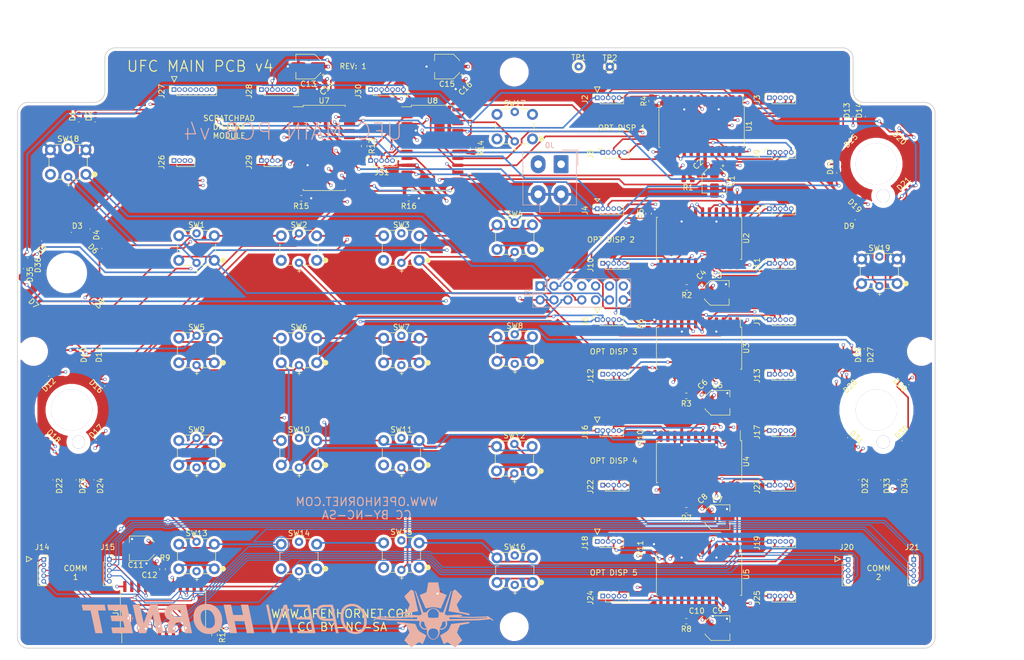
<source format=kicad_pcb>
(kicad_pcb (version 20171130) (host pcbnew "(5.1.9)-1")
  (title_block (date 2020-11-28))
  (layers (0 F.Cu mixed) (1 In1.Cu mixed) (2 In2.Cu power) (31 B.Cu mixed) (34 B.Paste user) (35 F.Paste user) (36 B.SilkS user) (37 F.SilkS user) (38 B.Mask user) (39 F.Mask user) (44 Edge.Cuts user))
  (net 0 "")
  (net 1 GND)
  (net 2 "/52(SCK)")
  (net 3 "/53(SS)")
  (net 4 /48)
  (net 5 /49)
  (net 6 /46)
  (net 7 /47)
  (net 8 /44)
  (net 9 /45)
  (net 10 /42)
  (net 11 /43)
  (net 12 /40)
  (net 13 /41)
  (net 14 /38)
  (net 15 /+5V_SUPPLY)
  (net 16 /DOT1-)
  (net 17 /DIG0_7)
  (net 18 /DIG1_7)
  (net 19 /DIG2_7)
  (net 20 /DIG3_7)
  (net 21 /1-)
  (net 22 /0-)
  (net 23 /DOT2-)
  (net 24 /EM+)
  (net 25 /DIG7_8)
  (net 26 /DOT1-_2)
  (net 27 /4-)
  (net 28 /DIG5_8)
  (net 29 /SEGB_8)
  (net 30 /DIG6_8)
  (net 31 /DOT2-_2)
  (net 32 /SEGC_8)
  (net 33 /DOT1-_3)
  (net 34 /SEGD_8)
  (net 35 /SEGE_8)
  (net 36 /SEGF_8)
  (net 37 /SEGG_8)
  (net 38 /DIG0)
  (net 39 /DIG1)
  (net 40 /DIG2)
  (net 41 /DIG7)
  (net 42 /DIG6)
  (net 43 /DIG5)
  (net 44 /DIG4)
  (net 45 /DIG3)
  (net 46 /DIG0_2)
  (net 47 /DIG1_2)
  (net 48 /DIG2_2)
  (net 49 /DIG7_2)
  (net 50 /DIG6_2)
  (net 51 /DIG5_2)
  (net 52 /DIG4_2)
  (net 53 /DIG3_2)
  (net 54 /DIG2_3)
  (net 55 /DIG1_3)
  (net 56 /DIG0_3)
  (net 57 /1+)
  (net 58 /DIG3_3)
  (net 59 /DIG4_3)
  (net 60 /DIG5_3)
  (net 61 /DIG6_3)
  (net 62 /DIG7_3)
  (net 63 /DIG4_7)
  (net 64 /SEGDP)
  (net 65 /SEGA)
  (net 66 /SEGB)
  (net 67 /SEGC)
  (net 68 /SEGD)
  (net 69 /SEGE)
  (net 70 /SEGF)
  (net 71 /SEGG)
  (net 72 /SEGDP_2)
  (net 73 /SEGA_2)
  (net 74 /SEGB_2)
  (net 75 /SEGG_2)
  (net 76 /SEGF_2)
  (net 77 /SEGE_2)
  (net 78 /SEGD_2)
  (net 79 /SEGC_2)
  (net 80 /SEGB_3)
  (net 81 /SEGA_3)
  (net 82 /SEGDP_3)
  (net 83 /SEGC_3)
  (net 84 /SEGD_3)
  (net 85 /SEGE_3)
  (net 86 /SEGF_3)
  (net 87 /SEGG_3)
  (net 88 /SEGDP_6)
  (net 89 /SEGA_6)
  (net 90 /DIG0_6)
  (net 91 /DIG1_6)
  (net 92 /DIG2_6)
  (net 93 /DIG7_6)
  (net 94 /DIG6_6)
  (net 95 /DIG5_6)
  (net 96 /DIG4_6)
  (net 97 /DIG3_6)
  (net 98 /4+)
  (net 99 /0+)
  (net 100 /DIG0_4)
  (net 101 /DIG1_4)
  (net 102 /DIG2_4)
  (net 103 /DIG7_4)
  (net 104 /DIG6_4)
  (net 105 /DIG5_4)
  (net 106 /DIG4_4)
  (net 107 /DIG3_4)
  (net 108 /DIG2_5)
  (net 109 /DIG1_5)
  (net 110 /DIG0_5)
  (net 111 /DIG3_5)
  (net 112 /DIG4_5)
  (net 113 /DIG5_5)
  (net 114 /DIG6_5)
  (net 115 /DIG7_5)
  (net 116 /SEGC_6)
  (net 117 /SEGB_6)
  (net 118 /SEGDP_4)
  (net 119 /SEGA_4)
  (net 120 /SEGB_4)
  (net 121 /SEGG_4)
  (net 122 /SEGF_4)
  (net 123 /SEGE_4)
  (net 124 /SEGD_4)
  (net 125 /SEGC_4)
  (net 126 /SEGB_5)
  (net 127 /SEGA_5)
  (net 128 /SEGDP_5)
  (net 129 /SEGC_5)
  (net 130 /SEGD_5)
  (net 131 /SEGE_5)
  (net 132 /SEGF_5)
  (net 133 /SEGG_5)
  (net 134 /SEGD_6)
  (net 135 /SEGE_6)
  (net 136 /SEGF_6)
  (net 137 /SEGG_6)
  (net 138 /3-)
  (net 139 /6-)
  (net 140 /9-)
  (net 141 /CLR-)
  (net 142 /DIG4_8)
  (net 143 "Net-(R1-Pad2)")
  (net 144 "Net-(R2-Pad2)")
  (net 145 "Net-(R3-Pad2)")
  (net 146 "Net-(R7-Pad2)")
  (net 147 "Net-(R8-Pad2)")
  (net 148 "Net-(R9-Pad2)")
  (net 149 "Net-(R13-Pad2)")
  (net 150 "Net-(R14-Pad2)")
  (net 151 /3+)
  (net 152 /DIN2)
  (net 153 /DIN3)
  (net 154 /DIN4)
  (net 155 /DIN5)
  (net 156 /DIN6)
  (net 157 /DIN7)
  (net 158 /DIN8)
  (net 159 "Net-(U8-Pad24)")
  (net 160 /DIN)
  (module OHSwitches:BR10K_Pot_11mm_x_11mm (layer F.Cu) (at 244.853 156.268 12)
    (fp_text reference POT2 hide)
    (fp_text value VOL2 hide)
    (pad "" np_thru_hole circle (at 0 0 12) (size 7.540752 7.540752) (drill 7.54) (layers B.Cu B.Mask) (clearance 3))
    (pad "" np_thru_hole circle (at 0 6 12) (size 2.38125 2.38125) (drill 2.38) (layers *.Cu *.Mask) (clearance 1))
    (pad "" np_thru_hole circle (at 0 0 12) (size 7.540752 7.540752) (drill 7.54) (layers F.Cu F.Mask) (clearance 1))
  )
  (module OHSwitches:BR10K_Pot_11mm_x_11mm (layer F.Cu) (at 244.853 111.184 12)
    (fp_text reference POT3 hide)
    (fp_text value BRT hide)
    (pad "" np_thru_hole circle (at 0 0 12) (size 7.540752 7.540752) (drill 7.54) (layers B.Cu B.Mask) (clearance 3))
    (pad "" np_thru_hole circle (at 0 6 12) (size 2.38125 2.38125) (drill 2.38) (layers *.Cu *.Mask) (clearance 1))
    (pad "" np_thru_hole circle (at 0 0 12) (size 7.540752 7.540752) (drill 7.54) (layers F.Cu F.Mask) (clearance 1))
  )
  (module OHSwitches:BR10K_Pot_11mm_x_11mm (layer F.Cu) (at 97.533 156.268 12)
    (fp_text reference POT1 hide)
    (fp_text value VOL1 hide)
    (pad "" np_thru_hole circle (at 0 0 12) (size 7.540752 7.540752) (drill 7.54) (layers B.Cu B.Mask) (clearance 3))
    (pad "" np_thru_hole circle (at 0 6 12) (size 2.38125 2.38125) (drill 2.38) (layers *.Cu *.Mask) (clearance 1))
    (pad "" np_thru_hole circle (at 0 0 12) (size 7.540752 7.540752) (drill 7.54) (layers F.Cu F.Mask) (clearance 1))
  )
  (module Package_SO:SOIC-24W_7.5x15.4mm_P1.27mm (layer F.Cu) (at 212.854 104.279 270)
    (fp_text reference U1 (at 0 -8.65 90) (layer F.SilkS))
    (fp_text value MAX7219EWG+T)
    (pad 1 smd roundrect (at -4.65 -6.985 270) (size 2.05 0.6) (layers F.Cu F.Paste F.Mask) (net 160 /DIN))
    (pad 2 smd roundrect (at -4.65 -5.715 270) (size 2.05 0.6) (layers F.Cu F.Paste F.Mask) (net 38 /DIG0))
    (pad 3 smd roundrect (at -4.65 -4.445 270) (size 2.05 0.6) (layers F.Cu F.Paste F.Mask) (net 44 /DIG4))
    (pad 4 smd roundrect (at -4.65 -3.175 270) (size 2.05 0.6) (layers F.Cu F.Paste F.Mask) (net 1 GND))
    (pad 5 smd roundrect (at -4.65 -1.905 270) (size 2.05 0.6) (layers F.Cu F.Paste F.Mask) (net 42 /DIG6))
    (pad 6 smd roundrect (at -4.65 -0.635 270) (size 2.05 0.6) (layers F.Cu F.Paste F.Mask) (net 40 /DIG2))
    (pad 7 smd roundrect (at -4.65 0.635 270) (size 2.05 0.6) (layers F.Cu F.Paste F.Mask) (net 45 /DIG3))
    (pad 8 smd roundrect (at -4.65 1.905 270) (size 2.05 0.6) (layers F.Cu F.Paste F.Mask) (net 41 /DIG7))
    (pad 9 smd roundrect (at -4.65 3.175 270) (size 2.05 0.6) (layers F.Cu F.Paste F.Mask) (net 1 GND))
    (pad 10 smd roundrect (at -4.65 4.445 270) (size 2.05 0.6) (layers F.Cu F.Paste F.Mask) (net 43 /DIG5))
    (pad 11 smd roundrect (at -4.65 5.715 270) (size 2.05 0.6) (layers F.Cu F.Paste F.Mask) (net 39 /DIG1))
    (pad 12 smd roundrect (at -4.65 6.985 270) (size 2.05 0.6) (layers F.Cu F.Paste F.Mask) (net 3 "/53(SS)"))
    (pad 13 smd roundrect (at 4.65 6.985 270) (size 2.05 0.6) (layers F.Cu F.Paste F.Mask) (net 2 "/52(SCK)"))
    (pad 14 smd roundrect (at 4.65 5.715 270) (size 2.05 0.6) (layers F.Cu F.Paste F.Mask) (net 65 /SEGA))
    (pad 15 smd roundrect (at 4.65 4.445 270) (size 2.05 0.6) (layers F.Cu F.Paste F.Mask) (net 70 /SEGF))
    (pad 16 smd roundrect (at 4.65 3.175 270) (size 2.05 0.6) (layers F.Cu F.Paste F.Mask) (net 66 /SEGB))
    (pad 17 smd roundrect (at 4.65 1.905 270) (size 2.05 0.6) (layers F.Cu F.Paste F.Mask) (net 71 /SEGG))
    (pad 18 smd roundrect (at 4.65 0.635 270) (size 2.05 0.6) (layers F.Cu F.Paste F.Mask) (net 143 "Net-(R1-Pad2)"))
    (pad 19 smd roundrect (at 4.65 -0.635 270) (size 2.05 0.6) (layers F.Cu F.Paste F.Mask) (net 15 /+5V_SUPPLY))
    (pad 20 smd roundrect (at 4.65 -1.905 270) (size 2.05 0.6) (layers F.Cu F.Paste F.Mask) (net 67 /SEGC))
    (pad 21 smd roundrect (at 4.65 -3.175 270) (size 2.05 0.6) (layers F.Cu F.Paste F.Mask) (net 69 /SEGE))
    (pad 22 smd roundrect (at 4.65 -4.445 270) (size 2.05 0.6) (layers F.Cu F.Paste F.Mask) (net 64 /SEGDP))
    (pad 23 smd roundrect (at 4.65 -5.715 270) (size 2.05 0.6) (layers F.Cu F.Paste F.Mask) (net 68 /SEGD))
    (pad 24 smd roundrect (at 4.65 -6.985 270) (size 2.05 0.6) (layers F.Cu F.Paste F.Mask) (net 152 /DIN2))
  )
  (module KiCAD_Libraries:OH_LOGO_75.4mm_11.9mm (layer B.Cu) (at 137.0629 193.806 180)
    (fp_text reference G*** hide)
    (fp_text value LOGO hide)
  )
  (module MountingHole:MountingHole_6.4mm_M6 (layer F.Cu) (at 96.644 131.186)
    (fp_text reference MK5 hide)
    (fp_text value SW_ADF)
    (pad 1 np_thru_hole circle (at 0 0) (size 6.4 6.4) (drill 6.4) (layers *.Cu *.Mask))
  )
  (module Capacitor_SMD:CP_Elec_4x5.3 (layer F.Cu) (at 215.2 114.279 270)
    (fp_text reference C1 (at 0 -3.2 90) (layer F.SilkS))
    (fp_text value 10uF)
    (pad 2 smd roundrect (at 1.8 0 270) (size 2.6 1.6) (layers F.Cu F.Paste F.Mask) (roundrect_rratio 0.15625) (net 1 GND))
    (pad 1 smd roundrect (at -1.8 0 270) (size 2.6 1.6) (layers F.Cu F.Paste F.Mask) (roundrect_rratio 0.15625) (net 15 /+5V_SUPPLY))
  )
  (module Capacitor_SMD:C_0402_1005Metric (layer F.Cu) (at 212.95 112.029 225)
    (fp_text reference C2 (at 0.007071 1.056418 45) (layer F.SilkS))
    (fp_text value 100nF)
    (pad 1 smd roundrect (at -0.485 0 225) (size 0.59 0.64) (layers F.Cu F.Paste F.Mask) (net 15 /+5V_SUPPLY))
    (pad 2 smd roundrect (at 0.485 0 225) (size 0.59 0.64) (layers F.Cu F.Paste F.Mask) (net 1 GND))
  )
  (module Capacitor_SMD:CP_Elec_4x5.3 (layer F.Cu) (at 215.639 134.82)
    (fp_text reference C3 (at 0 -3.2) (layer F.SilkS))
    (fp_text value 10uF)
    (pad 1 smd roundrect (at -1.8 0) (size 2.6 1.6) (layers F.Cu F.Paste F.Mask) (roundrect_rratio 0.15625) (net 15 /+5V_SUPPLY))
    (pad 2 smd roundrect (at 1.8 0) (size 2.6 1.6) (layers F.Cu F.Paste F.Mask) (roundrect_rratio 0.15625) (net 1 GND))
  )
  (module Capacitor_SMD:C_0402_1005Metric (layer F.Cu) (at 213.639 132.32 45)
    (fp_text reference C4 (at 0 -1.17 45) (layer F.SilkS))
    (fp_text value 100nF)
    (pad 2 smd roundrect (at 0.485 0 45) (size 0.59 0.64) (layers F.Cu F.Paste F.Mask) (net 1 GND))
    (pad 1 smd roundrect (at -0.485 0 45) (size 0.59 0.64) (layers F.Cu F.Paste F.Mask) (net 15 /+5V_SUPPLY))
  )
  (module Capacitor_SMD:CP_Elec_4x5.3 (layer F.Cu) (at 215.768 154.956)
    (fp_text reference C5 (at 0 -3.2) (layer F.SilkS))
    (fp_text value 10uF)
    (pad 1 smd roundrect (at -1.8 0) (size 2.6 1.6) (layers F.Cu F.Paste F.Mask) (roundrect_rratio 0.15625) (net 15 /+5V_SUPPLY))
    (pad 2 smd roundrect (at 1.8 0) (size 2.6 1.6) (layers F.Cu F.Paste F.Mask) (roundrect_rratio 0.15625) (net 1 GND))
  )
  (module Capacitor_SMD:C_0402_1005Metric (layer F.Cu) (at 213.863 152.416 45)
    (fp_text reference C6 (at 0 -1.17 45) (layer F.SilkS))
    (fp_text value 100nF)
    (pad 2 smd roundrect (at 0.485 0 45) (size 0.59 0.64) (layers F.Cu F.Paste F.Mask) (net 1 GND))
    (pad 1 smd roundrect (at -0.485 0 45) (size 0.59 0.64) (layers F.Cu F.Paste F.Mask) (net 15 /+5V_SUPPLY))
  )
  (module Capacitor_SMD:CP_Elec_4x5.3 (layer F.Cu) (at 215.768 175.911)
    (fp_text reference C7 (at 0 -3.2) (layer F.SilkS))
    (fp_text value 10uF)
    (pad 2 smd roundrect (at 1.8 0) (size 2.6 1.6) (layers F.Cu F.Paste F.Mask) (roundrect_rratio 0.15625) (net 1 GND))
    (pad 1 smd roundrect (at -1.8 0) (size 2.6 1.6) (layers F.Cu F.Paste F.Mask) (roundrect_rratio 0.15625) (net 15 /+5V_SUPPLY))
  )
  (module Capacitor_SMD:C_0402_1005Metric (layer F.Cu) (at 213.863 173.371 45)
    (fp_text reference C8 (at 0 -1.17 45) (layer F.SilkS))
    (fp_text value 100nF)
    (pad 1 smd roundrect (at -0.485 0 45) (size 0.59 0.64) (layers F.Cu F.Paste F.Mask) (net 15 /+5V_SUPPLY))
    (pad 2 smd roundrect (at 0.485 0 45) (size 0.59 0.64) (layers F.Cu F.Paste F.Mask) (net 1 GND))
  )
  (module Capacitor_SMD:CP_Elec_4x5.3 (layer F.Cu) (at 215.768 196.231)
    (fp_text reference C9 (at 0 -3.2) (layer F.SilkS))
    (fp_text value 10uF)
    (pad 1 smd roundrect (at -1.8 0) (size 2.6 1.6) (layers F.Cu F.Paste F.Mask) (roundrect_rratio 0.15625) (net 15 /+5V_SUPPLY))
    (pad 2 smd roundrect (at 1.8 0) (size 2.6 1.6) (layers F.Cu F.Paste F.Mask) (roundrect_rratio 0.15625) (net 1 GND))
  )
  (module Capacitor_SMD:C_0402_1005Metric (layer F.Cu) (at 213.863 193.691 45)
    (fp_text reference C10 (at -0.912875 -1.781202) (layer F.SilkS))
    (fp_text value 100nF)
    (pad 2 smd roundrect (at 0.485 0 45) (size 0.59 0.64) (layers F.Cu F.Paste F.Mask) (net 1 GND))
    (pad 1 smd roundrect (at -0.485 0 45) (size 0.59 0.64) (layers F.Cu F.Paste F.Mask) (net 15 /+5V_SUPPLY))
  )
  (module Capacitor_SMD:CP_Elec_4x5.3 (layer F.Cu) (at 110.358 181.626 180)
    (fp_text reference C11 (at 1.1 -3.041) (layer F.SilkS))
    (fp_text value 10uF)
    (pad 2 smd roundrect (at 1.8 0 180) (size 2.6 1.6) (layers F.Cu F.Paste F.Mask) (roundrect_rratio 0.15625) (net 1 GND))
    (pad 1 smd roundrect (at -1.8 0 180) (size 2.6 1.6) (layers F.Cu F.Paste F.Mask) (roundrect_rratio 0.15625) (net 15 /+5V_SUPPLY))
  )
  (module Capacitor_SMD:C_0402_1005Metric (layer F.Cu) (at 112.263 184.801 225)
    (fp_text reference C12 (at 1.549271 -0.87752 180) (layer F.SilkS))
    (fp_text value 100nF)
    (pad 1 smd roundrect (at -0.485 0 225) (size 0.59 0.64) (layers F.Cu F.Paste F.Mask) (net 15 /+5V_SUPPLY))
    (pad 2 smd roundrect (at 0.485 0 225) (size 0.59 0.64) (layers F.Cu F.Paste F.Mask) (net 1 GND))
  )
  (module Capacitor_SMD:CP_Elec_4x5.3 (layer F.Cu) (at 140.838 93.361 180)
    (fp_text reference C13 (at 0 -3.2) (layer F.SilkS))
    (fp_text value 10uF)
    (pad 1 smd roundrect (at -1.8 0 180) (size 2.6 1.6) (layers F.Cu F.Paste F.Mask) (roundrect_rratio 0.15625) (net 15 /+5V_SUPPLY))
    (pad 2 smd roundrect (at 1.8 0 180) (size 2.6 1.6) (layers F.Cu F.Paste F.Mask) (roundrect_rratio 0.15625) (net 1 GND))
  )
  (module Capacitor_SMD:C_0402_1005Metric (layer F.Cu) (at 143.378 96.536 225)
    (fp_text reference C14 (at 0 -1.17 45) (layer F.SilkS))
    (fp_text value 100nF)
    (pad 2 smd roundrect (at 0.485 0 225) (size 0.59 0.64) (layers F.Cu F.Paste F.Mask) (net 1 GND))
    (pad 1 smd roundrect (at -0.485 0 225) (size 0.59 0.64) (layers F.Cu F.Paste F.Mask) (net 15 /+5V_SUPPLY))
  )
  (module Capacitor_SMD:CP_Elec_4x5.3 (layer F.Cu) (at 166.238 93.361 180)
    (fp_text reference C15 (at 0 -3.2) (layer F.SilkS))
    (fp_text value 10uF)
    (pad 2 smd roundrect (at 1.8 0 180) (size 2.6 1.6) (layers F.Cu F.Paste F.Mask) (roundrect_rratio 0.15625) (net 1 GND))
    (pad 1 smd roundrect (at -1.8 0 180) (size 2.6 1.6) (layers F.Cu F.Paste F.Mask) (roundrect_rratio 0.15625) (net 15 /+5V_SUPPLY))
  )
  (module Capacitor_SMD:C_0402_1005Metric (layer F.Cu) (at 168.778 96.536 225)
    (fp_text reference C16 (at 0 -1.17 45) (layer F.SilkS))
    (fp_text value 100nF)
    (pad 1 smd roundrect (at -0.485 0 225) (size 0.59 0.64) (layers F.Cu F.Paste F.Mask) (net 15 /+5V_SUPPLY))
    (pad 2 smd roundrect (at 0.485 0 225) (size 0.59 0.64) (layers F.Cu F.Paste F.Mask) (net 1 GND))
  )
  (module LED_SMD:LED_0402_1005Metric (layer F.Cu) (at 98.8529 102.416 90)
    (fp_text reference D1 (at 0 -1.17 90) (layer F.SilkS))
    (fp_text value LED)
    (pad 2 smd roundrect (at 0.485 0 90) (size 0.59 0.64) (layers F.Cu F.Paste F.Mask) (net 16 /DOT1-))
    (pad 1 smd roundrect (at -0.485 0 90) (size 0.59 0.64) (layers F.Cu F.Paste F.Mask) (net 17 /DIG0_7))
  )
  (module LED_SMD:LED_0402_1005Metric (layer F.Cu) (at 101.853 102.416 90)
    (fp_text reference D2 (at 0 -1.17 90) (layer F.SilkS))
    (fp_text value LED)
    (pad 1 smd roundrect (at -0.485 0 90) (size 0.59 0.64) (layers F.Cu F.Paste F.Mask) (net 18 /DIG1_7))
    (pad 2 smd roundrect (at 0.485 0 90) (size 0.59 0.64) (layers F.Cu F.Paste F.Mask) (net 16 /DOT1-))
  )
  (module LED_SMD:LED_0402_1005Metric (layer F.Cu) (at 98.5729 123.726)
    (fp_text reference D3 (at 0 -1.17) (layer F.SilkS))
    (fp_text value LED)
    (pad 2 smd roundrect (at 0.485 0) (size 0.59 0.64) (layers F.Cu F.Paste F.Mask) (net 16 /DOT1-))
    (pad 1 smd roundrect (at -0.485 0) (size 0.59 0.64) (layers F.Cu F.Paste F.Mask) (net 19 /DIG2_7))
  )
  (module LED_SMD:LED_0402_1005Metric (layer F.Cu) (at 100.913 124.206 270)
    (fp_text reference D4 (at 0 -1.17 90) (layer F.SilkS))
    (fp_text value LED)
    (pad 1 smd roundrect (at -0.485 0 270) (size 0.59 0.64) (layers F.Cu F.Paste F.Mask) (net 20 /DIG3_7))
    (pad 2 smd roundrect (at 0.485 0 270) (size 0.59 0.64) (layers F.Cu F.Paste F.Mask) (net 16 /DOT1-))
  )
  (module LED_SMD:LED_0402_1005Metric (layer F.Cu) (at 91.2689 126.09 225)
    (fp_text reference D5 (at 0 -1.17 45) (layer F.SilkS))
    (fp_text value LED)
    (pad 2 smd roundrect (at 0.485 0 225) (size 0.59 0.64) (layers F.Cu F.Paste F.Mask) (net 16 /DOT1-))
    (pad 1 smd roundrect (at -0.485 0 225) (size 0.59 0.64) (layers F.Cu F.Paste F.Mask) (net 21 /1-))
  )
  (module LED_SMD:LED_0402_1005Metric (layer F.Cu) (at 102.293 125.916 135)
    (fp_text reference D6 (at 0 -1.17 135) (layer F.SilkS))
    (fp_text value LED)
    (pad 1 smd roundrect (at -0.485 0 135) (size 0.59 0.64) (layers F.Cu F.Paste F.Mask) (net 22 /0-))
    (pad 2 smd roundrect (at 0.485 0 135) (size 0.59 0.64) (layers F.Cu F.Paste F.Mask) (net 16 /DOT1-))
  )
  (module LED_SMD:LED_0402_1005Metric (layer F.Cu) (at 91.298 136.017 315)
    (fp_text reference D7 (at 0 1.06066 135) (layer F.SilkS))
    (fp_text value LED)
    (pad 2 smd roundrect (at 0.485 0 315) (size 0.59 0.64) (layers F.Cu F.Paste F.Mask) (net 23 /DOT2-))
    (pad 1 smd roundrect (at -0.485 0 315) (size 0.59 0.64) (layers F.Cu F.Paste F.Mask) (net 21 /1-))
  )
  (module LED_SMD:LED_0402_1005Metric (layer F.Cu) (at 101.958 136.047 45)
    (fp_text reference D8 (at 0 1.06066 45) (layer F.SilkS))
    (fp_text value LED)
    (pad 1 smd roundrect (at -0.485 0 45) (size 0.59 0.64) (layers F.Cu F.Paste F.Mask) (net 22 /0-))
    (pad 2 smd roundrect (at 0.485 0 45) (size 0.59 0.64) (layers F.Cu F.Paste F.Mask) (net 23 /DOT2-))
  )
  (module LED_SMD:LED_0402_1005Metric (layer F.Cu) (at 239.853 121.416 180)
    (fp_text reference D9 (at 0 -1.17) (layer F.SilkS))
    (fp_text value LED)
    (pad 2 smd roundrect (at 0.485 0 180) (size 0.59 0.64) (layers F.Cu F.Paste F.Mask) (net 24 /EM+))
    (pad 1 smd roundrect (at -0.485 0 180) (size 0.59 0.64) (layers F.Cu F.Paste F.Mask) (net 25 /DIG7_8))
  )
  (module LED_SMD:LED_0402_1005Metric (layer F.Cu) (at 98.6029 146.166 270)
    (fp_text reference D10 (at 0 -1.17 90) (layer F.SilkS))
    (fp_text value LED)
    (pad 2 smd roundrect (at 0.485 0 270) (size 0.59 0.64) (layers F.Cu F.Paste F.Mask) (net 26 /DOT1-_2))
    (pad 1 smd roundrect (at -0.485 0 270) (size 0.59 0.64) (layers F.Cu F.Paste F.Mask) (net 27 /4-))
  )
  (module LED_SMD:LED_0402_1005Metric (layer F.Cu) (at 101.353 146.151 270)
    (fp_text reference D11 (at 0 -1.17 90) (layer F.SilkS))
    (fp_text value LED)
    (pad 1 smd roundrect (at -0.485 0 270) (size 0.59 0.64) (layers F.Cu F.Paste F.Mask) (net 21 /1-))
    (pad 2 smd roundrect (at 0.485 0 270) (size 0.59 0.64) (layers F.Cu F.Paste F.Mask) (net 26 /DOT1-_2))
  )
  (module LED_SMD:LED_0402_1005Metric (layer F.Cu) (at 92.5389 150.855 225)
    (fp_text reference D12 (at 0 -1.17 45) (layer F.SilkS))
    (fp_text value LED)
    (pad 2 smd roundrect (at 0.485 0 225) (size 0.59 0.64) (layers F.Cu F.Paste F.Mask) (net 26 /DOT1-_2))
    (pad 1 smd roundrect (at -0.485 0 225) (size 0.59 0.64) (layers F.Cu F.Paste F.Mask) (net 22 /0-))
  )
  (module LED_SMD:LED_0402_1005Metric (layer F.Cu) (at 240.603 101.416 90)
    (fp_text reference D13 (at 0 -1.17 90) (layer F.SilkS))
    (fp_text value LED)
    (pad 1 smd roundrect (at -0.485 0 90) (size 0.59 0.64) (layers F.Cu F.Paste F.Mask) (net 28 /DIG5_8))
    (pad 2 smd roundrect (at 0.485 0 90) (size 0.59 0.64) (layers F.Cu F.Paste F.Mask) (net 29 /SEGB_8))
  )
  (module LED_SMD:LED_0402_1005Metric (layer F.Cu) (at 242.853 101.416 90)
    (fp_text reference D14 (at 0 -1.17 90) (layer F.SilkS))
    (fp_text value LED)
    (pad 2 smd roundrect (at 0.485 0 90) (size 0.59 0.64) (layers F.Cu F.Paste F.Mask) (net 29 /SEGB_8))
    (pad 1 smd roundrect (at -0.485 0 90) (size 0.59 0.64) (layers F.Cu F.Paste F.Mask) (net 30 /DIG6_8))
  )
  (module LED_SMD:LED_0402_1005Metric (layer F.Cu) (at 239.351 106.151 225)
    (fp_text reference D15 (at 0 -1.17 45) (layer F.SilkS))
    (fp_text value LED)
    (pad 1 smd roundrect (at -0.485 0 225) (size 0.59 0.64) (layers F.Cu F.Paste F.Mask) (net 25 /DIG7_8))
    (pad 2 smd roundrect (at 0.485 0 225) (size 0.59 0.64) (layers F.Cu F.Paste F.Mask) (net 29 /SEGB_8))
  )
  (module LED_SMD:LED_0402_1005Metric (layer F.Cu) (at 102.826 151.109 135)
    (fp_text reference D16 (at 0 -1.17 135) (layer F.SilkS))
    (fp_text value LED)
    (pad 1 smd roundrect (at -0.485 0 135) (size 0.59 0.64) (layers F.Cu F.Paste F.Mask) (net 27 /4-))
    (pad 2 smd roundrect (at 0.485 0 135) (size 0.59 0.64) (layers F.Cu F.Paste F.Mask) (net 31 /DOT2-_2))
  )
  (module LED_SMD:LED_0402_1005Metric (layer F.Cu) (at 102.826 161.015 45)
    (fp_text reference D17 (at 0 -1.17 45) (layer F.SilkS))
    (fp_text value LED)
    (pad 1 smd roundrect (at -0.485 0 45) (size 0.59 0.64) (layers F.Cu F.Paste F.Mask) (net 21 /1-))
    (pad 2 smd roundrect (at 0.485 0 45) (size 0.59 0.64) (layers F.Cu F.Paste F.Mask) (net 31 /DOT2-_2))
  )
  (module LED_SMD:LED_0402_1005Metric (layer F.Cu) (at 93.4279 161.904 315)
    (fp_text reference D18 (at 0 -1.17 135) (layer F.SilkS))
    (fp_text value LED)
    (pad 2 smd roundrect (at 0.485 0 315) (size 0.59 0.64) (layers F.Cu F.Paste F.Mask) (net 31 /DOT2-_2))
    (pad 1 smd roundrect (at -0.485 0 315) (size 0.59 0.64) (layers F.Cu F.Paste F.Mask) (net 22 /0-))
  )
  (module LED_SMD:LED_0402_1005Metric (layer F.Cu) (at 241.708 118.037 135)
    (fp_text reference D19 (at 0 -1.17 135) (layer F.SilkS))
    (fp_text value LED)
    (pad 1 smd roundrect (at -0.485 0 135) (size 0.59 0.64) (layers F.Cu F.Paste F.Mask) (net 28 /DIG5_8))
    (pad 2 smd roundrect (at 0.485 0 135) (size 0.59 0.64) (layers F.Cu F.Paste F.Mask) (net 32 /SEGC_8))
  )
  (module LED_SMD:LED_0402_1005Metric (layer F.Cu) (at 249.892 105.643 135)
    (fp_text reference D20 (at 0 -1.17 135) (layer F.SilkS))
    (fp_text value LED)
    (pad 1 smd roundrect (at -0.485 0 135) (size 0.59 0.64) (layers F.Cu F.Paste F.Mask) (net 30 /DIG6_8))
    (pad 2 smd roundrect (at 0.485 0 135) (size 0.59 0.64) (layers F.Cu F.Paste F.Mask) (net 32 /SEGC_8))
  )
  (module LED_SMD:LED_0402_1005Metric (layer F.Cu) (at 250.698 115.677 45)
    (fp_text reference D21 (at 0 -1.17 45) (layer F.SilkS))
    (fp_text value LED)
    (pad 2 smd roundrect (at 0.485 0 45) (size 0.59 0.64) (layers F.Cu F.Paste F.Mask) (net 32 /SEGC_8))
    (pad 1 smd roundrect (at -0.485 0 45) (size 0.59 0.64) (layers F.Cu F.Paste F.Mask) (net 25 /DIG7_8))
  )
  (module LED_SMD:LED_0402_1005Metric (layer F.Cu) (at 94.1029 170.166 270)
    (fp_text reference D22 (at 0 -1.17 90) (layer F.SilkS))
    (fp_text value LED)
    (pad 1 smd roundrect (at -0.485 0 270) (size 0.59 0.64) (layers F.Cu F.Paste F.Mask) (net 27 /4-))
    (pad 2 smd roundrect (at 0.485 0 270) (size 0.59 0.64) (layers F.Cu F.Paste F.Mask) (net 33 /DOT1-_3))
  )
  (module LED_SMD:LED_0402_1005Metric (layer F.Cu) (at 98.3529 170.166 270)
    (fp_text reference D23 (at 0 -1.17 90) (layer F.SilkS))
    (fp_text value LED)
    (pad 2 smd roundrect (at 0.485 0 270) (size 0.59 0.64) (layers F.Cu F.Paste F.Mask) (net 33 /DOT1-_3))
    (pad 1 smd roundrect (at -0.485 0 270) (size 0.59 0.64) (layers F.Cu F.Paste F.Mask) (net 21 /1-))
  )
  (module LED_SMD:LED_0402_1005Metric (layer F.Cu) (at 101.603 170.166 270)
    (fp_text reference D24 (at 0 -1.17 90) (layer F.SilkS))
    (fp_text value LED)
    (pad 1 smd roundrect (at -0.485 0 270) (size 0.59 0.64) (layers F.Cu F.Paste F.Mask) (net 22 /0-))
    (pad 2 smd roundrect (at 0.485 0 270) (size 0.59 0.64) (layers F.Cu F.Paste F.Mask) (net 33 /DOT1-_3))
  )
  (module LED_SMD:LED_0402_1005Metric (layer F.Cu) (at 237.573 111.739 90)
    (fp_text reference D25 (at 0 -1.17 90) (layer F.SilkS))
    (fp_text value LED)
    (pad 1 smd roundrect (at -0.485 0 90) (size 0.59 0.64) (layers F.Cu F.Paste F.Mask) (net 28 /DIG5_8))
    (pad 2 smd roundrect (at 0.485 0 90) (size 0.59 0.64) (layers F.Cu F.Paste F.Mask) (net 34 /SEGD_8))
  )
  (module LED_SMD:LED_0402_1005Metric (layer F.Cu) (at 240.353 146.166 270)
    (fp_text reference D26 (at 0 -1.17 90) (layer F.SilkS))
    (fp_text value LED)
    (pad 2 smd roundrect (at 0.485 0 270) (size 0.59 0.64) (layers F.Cu F.Paste F.Mask) (net 34 /SEGD_8))
    (pad 1 smd roundrect (at -0.485 0 270) (size 0.59 0.64) (layers F.Cu F.Paste F.Mask) (net 30 /DIG6_8))
  )
  (module LED_SMD:LED_0402_1005Metric (layer F.Cu) (at 242.603 146.166 270)
    (fp_text reference D27 (at 0 -1.17 90) (layer F.SilkS))
    (fp_text value LED)
    (pad 1 smd roundrect (at -0.485 0 270) (size 0.59 0.64) (layers F.Cu F.Paste F.Mask) (net 25 /DIG7_8))
    (pad 2 smd roundrect (at 0.485 0 270) (size 0.59 0.64) (layers F.Cu F.Paste F.Mask) (net 34 /SEGD_8))
  )
  (module LED_SMD:LED_0402_1005Metric (layer F.Cu) (at 239.224 151.109 225)
    (fp_text reference D28 (at 0 -1.17 45) (layer F.SilkS))
    (fp_text value LED)
    (pad 2 smd roundrect (at 0.485 0 225) (size 0.59 0.64) (layers F.Cu F.Paste F.Mask) (net 35 /SEGE_8))
    (pad 1 smd roundrect (at -0.485 0 225) (size 0.59 0.64) (layers F.Cu F.Paste F.Mask) (net 28 /DIG5_8))
  )
  (module LED_SMD:LED_0402_1005Metric (layer F.Cu) (at 250.019 150.855 135)
    (fp_text reference D29 (at 0 -1.17 135) (layer F.SilkS))
    (fp_text value LED)
    (pad 1 smd roundrect (at -0.485 0 135) (size 0.59 0.64) (layers F.Cu F.Paste F.Mask) (net 30 /DIG6_8))
    (pad 2 smd roundrect (at 0.485 0 135) (size 0.59 0.64) (layers F.Cu F.Paste F.Mask) (net 35 /SEGE_8))
  )
  (module LED_SMD:LED_0402_1005Metric (layer F.Cu) (at 250.318 161.167 45)
    (fp_text reference D30 (at 0 -1.17 45) (layer F.SilkS))
    (fp_text value LED)
    (pad 2 smd roundrect (at 0.485 0 45) (size 0.59 0.64) (layers F.Cu F.Paste F.Mask) (net 35 /SEGE_8))
    (pad 1 smd roundrect (at -0.485 0 45) (size 0.59 0.64) (layers F.Cu F.Paste F.Mask) (net 25 /DIG7_8))
  )
  (module LED_SMD:LED_0402_1005Metric (layer F.Cu) (at 240.348 162.117 315)
    (fp_text reference D31 (at 0 -1.17 135) (layer F.SilkS))
    (fp_text value LED)
    (pad 2 smd roundrect (at 0.485 0 315) (size 0.59 0.64) (layers F.Cu F.Paste F.Mask) (net 36 /SEGF_8))
    (pad 1 smd roundrect (at -0.485 0 315) (size 0.59 0.64) (layers F.Cu F.Paste F.Mask) (net 28 /DIG5_8))
  )
  (module LED_SMD:LED_0402_1005Metric (layer F.Cu) (at 241.603 170.166 270)
    (fp_text reference D32 (at 0 -1.17 90) (layer F.SilkS))
    (fp_text value LED)
    (pad 1 smd roundrect (at -0.485 0 270) (size 0.59 0.64) (layers F.Cu F.Paste F.Mask) (net 30 /DIG6_8))
    (pad 2 smd roundrect (at 0.485 0 270) (size 0.59 0.64) (layers F.Cu F.Paste F.Mask) (net 36 /SEGF_8))
  )
  (module LED_SMD:LED_0402_1005Metric (layer F.Cu) (at 245.603 170.166 270)
    (fp_text reference D33 (at 0 -1.17 90) (layer F.SilkS))
    (fp_text value LED)
    (pad 2 smd roundrect (at 0.485 0 270) (size 0.59 0.64) (layers F.Cu F.Paste F.Mask) (net 36 /SEGF_8))
    (pad 1 smd roundrect (at -0.485 0 270) (size 0.59 0.64) (layers F.Cu F.Paste F.Mask) (net 25 /DIG7_8))
  )
  (module LED_SMD:LED_0402_1005Metric (layer F.Cu) (at 248.853 170.166 270)
    (fp_text reference D34 (at 0 -1.17 90) (layer F.SilkS))
    (fp_text value LED)
    (pad 2 smd roundrect (at 0.485 0 270) (size 0.59 0.64) (layers F.Cu F.Paste F.Mask) (net 37 /SEGG_8))
    (pad 1 smd roundrect (at -0.485 0 270) (size 0.59 0.64) (layers F.Cu F.Paste F.Mask) (net 28 /DIG5_8))
  )
  (module LED_SMD:LED_0402_1005Metric (layer F.Cu) (at 88.7429 131.456 270)
    (fp_text reference D35 (at 0 -1.17 90) (layer F.SilkS))
    (fp_text value LED)
    (pad 2 smd roundrect (at 0.485 0 270) (size 0.59 0.64) (layers F.Cu F.Paste F.Mask) (net 37 /SEGG_8))
    (pad 1 smd roundrect (at -0.485 0 270) (size 0.59 0.64) (layers F.Cu F.Paste F.Mask) (net 30 /DIG6_8))
  )
  (module LED_SMD:LED_0402_1005Metric (layer F.Cu) (at 89.498 129.517 270)
    (fp_text reference D36 (at 0.2095 -1.8565 90) (layer F.SilkS))
    (fp_text value LED)
    (pad 1 smd roundrect (at -0.485 0 270) (size 0.59 0.64) (layers F.Cu F.Paste F.Mask) (net 25 /DIG7_8))
    (pad 2 smd roundrect (at 0.485 0 270) (size 0.59 0.64) (layers F.Cu F.Paste F.Mask) (net 37 /SEGG_8))
  )
  (module Connector_PinSocket_1.00mm:PinSocket_1x05_P1.00mm_Vertical (layer F.Cu) (at 193.757 99.083 90)
    (fp_text reference J2 (at -0.29 -2.25 90) (layer F.SilkS))
    (fp_text value Conn_01x05_Female)
    (pad 5 thru_hole oval (at 0 4 90) (size 0.85 0.85) (drill 0.5) (layers *.Cu *.Mask) (net 40 /DIG2))
    (pad 4 thru_hole oval (at 0 3 90) (size 0.85 0.85) (drill 0.5) (layers *.Cu *.Mask) (net 39 /DIG1))
    (pad 3 thru_hole oval (at 0 2 90) (size 0.85 0.85) (drill 0.5) (layers *.Cu *.Mask) (net 38 /DIG0))
    (pad 2 thru_hole oval (at 0 1 90) (size 0.85 0.85) (drill 0.5) (layers *.Cu *.Mask) (net 23 /DOT2-))
    (pad 1 thru_hole rect (at 0 0 90) (size 0.85 0.85) (drill 0.5) (layers *.Cu *.Mask) (net 16 /DOT1-))
  )
  (module Connector_PinSocket_1.00mm:PinSocket_1x05_P1.00mm_Vertical (layer F.Cu) (at 225.257 99.083 90)
    (fp_text reference J3 (at -0.29 -2.25 90) (layer F.SilkS))
    (fp_text value Conn_01x05_Female)
    (pad 5 thru_hole oval (at 0 4 90) (size 0.85 0.85) (drill 0.5) (layers *.Cu *.Mask) (net 41 /DIG7))
    (pad 4 thru_hole oval (at 0 3 90) (size 0.85 0.85) (drill 0.5) (layers *.Cu *.Mask) (net 42 /DIG6))
    (pad 3 thru_hole oval (at 0 2 90) (size 0.85 0.85) (drill 0.5) (layers *.Cu *.Mask) (net 43 /DIG5))
    (pad 2 thru_hole oval (at 0 1 90) (size 0.85 0.85) (drill 0.5) (layers *.Cu *.Mask) (net 44 /DIG4))
    (pad 1 thru_hole rect (at 0 0 90) (size 0.85 0.85) (drill 0.5) (layers *.Cu *.Mask) (net 45 /DIG3))
  )
  (module Connector_PinSocket_1.00mm:PinSocket_1x05_P1.00mm_Vertical (layer F.Cu) (at 193.757 119.403 90)
    (fp_text reference J4 (at -0.29 -2.25 90) (layer F.SilkS))
    (fp_text value Conn_01x05_Female)
    (pad 1 thru_hole rect (at 0 0 90) (size 0.85 0.85) (drill 0.5) (layers *.Cu *.Mask) (net 26 /DOT1-_2))
    (pad 2 thru_hole oval (at 0 1 90) (size 0.85 0.85) (drill 0.5) (layers *.Cu *.Mask) (net 31 /DOT2-_2))
    (pad 3 thru_hole oval (at 0 2 90) (size 0.85 0.85) (drill 0.5) (layers *.Cu *.Mask) (net 46 /DIG0_2))
    (pad 4 thru_hole oval (at 0 3 90) (size 0.85 0.85) (drill 0.5) (layers *.Cu *.Mask) (net 47 /DIG1_2))
    (pad 5 thru_hole oval (at 0 4 90) (size 0.85 0.85) (drill 0.5) (layers *.Cu *.Mask) (net 48 /DIG2_2))
  )
  (module Connector_PinSocket_1.00mm:PinSocket_1x05_P1.00mm_Vertical (layer F.Cu) (at 225.257 119.403 90)
    (fp_text reference J5 (at -0.29 -2.25 90) (layer F.SilkS))
    (fp_text value Conn_01x05_Female)
    (pad 5 thru_hole oval (at 0 4 90) (size 0.85 0.85) (drill 0.5) (layers *.Cu *.Mask) (net 49 /DIG7_2))
    (pad 4 thru_hole oval (at 0 3 90) (size 0.85 0.85) (drill 0.5) (layers *.Cu *.Mask) (net 50 /DIG6_2))
    (pad 3 thru_hole oval (at 0 2 90) (size 0.85 0.85) (drill 0.5) (layers *.Cu *.Mask) (net 51 /DIG5_2))
    (pad 2 thru_hole oval (at 0 1 90) (size 0.85 0.85) (drill 0.5) (layers *.Cu *.Mask) (net 52 /DIG4_2))
    (pad 1 thru_hole rect (at 0 0 90) (size 0.85 0.85) (drill 0.5) (layers *.Cu *.Mask) (net 53 /DIG3_2))
  )
  (module Connector_PinSocket_1.00mm:PinSocket_1x05_P1.00mm_Vertical (layer F.Cu) (at 193.757 139.723 90)
    (fp_text reference J6 (at -0.29 -2.25 90) (layer F.SilkS))
    (fp_text value Conn_01x05_Female)
    (pad 5 thru_hole oval (at 0 4 90) (size 0.85 0.85) (drill 0.5) (layers *.Cu *.Mask) (net 54 /DIG2_3))
    (pad 4 thru_hole oval (at 0 3 90) (size 0.85 0.85) (drill 0.5) (layers *.Cu *.Mask) (net 55 /DIG1_3))
    (pad 3 thru_hole oval (at 0 2 90) (size 0.85 0.85) (drill 0.5) (layers *.Cu *.Mask) (net 56 /DIG0_3))
    (pad 2 thru_hole oval (at 0 1 90) (size 0.85 0.85) (drill 0.5) (layers *.Cu *.Mask) (net 57 /1+))
    (pad 1 thru_hole rect (at 0 0 90) (size 0.85 0.85) (drill 0.5) (layers *.Cu *.Mask) (net 33 /DOT1-_3))
  )
  (module Connector_PinSocket_1.00mm:PinSocket_1x05_P1.00mm_Vertical (layer F.Cu) (at 225.257 139.723 90)
    (fp_text reference J7 (at -0.29 -2.25 90) (layer F.SilkS))
    (fp_text value Conn_01x05_Female)
    (pad 1 thru_hole rect (at 0 0 90) (size 0.85 0.85) (drill 0.5) (layers *.Cu *.Mask) (net 58 /DIG3_3))
    (pad 2 thru_hole oval (at 0 1 90) (size 0.85 0.85) (drill 0.5) (layers *.Cu *.Mask) (net 59 /DIG4_3))
    (pad 3 thru_hole oval (at 0 2 90) (size 0.85 0.85) (drill 0.5) (layers *.Cu *.Mask) (net 60 /DIG5_3))
    (pad 4 thru_hole oval (at 0 3 90) (size 0.85 0.85) (drill 0.5) (layers *.Cu *.Mask) (net 61 /DIG6_3))
    (pad 5 thru_hole oval (at 0 4 90) (size 0.85 0.85) (drill 0.5) (layers *.Cu *.Mask) (net 62 /DIG7_3))
  )
  (module Connector_PinSocket_1.00mm:PinSocket_1x05_P1.00mm_Vertical (layer F.Cu) (at 194.757 109.083 90)
    (fp_text reference J8 (at -0.29 -2.25 90) (layer F.SilkS))
    (fp_text value Conn_01x05_Female)
    (pad 1 thru_hole rect (at 0 0 90) (size 0.85 0.85) (drill 0.5) (layers *.Cu *.Mask) (net 63 /DIG4_7))
    (pad 2 thru_hole oval (at 0 1 90) (size 0.85 0.85) (drill 0.5) (layers *.Cu *.Mask) (net 63 /DIG4_7))
    (pad 3 thru_hole oval (at 0 2 90) (size 0.85 0.85) (drill 0.5) (layers *.Cu *.Mask) (net 64 /SEGDP))
    (pad 4 thru_hole oval (at 0 3 90) (size 0.85 0.85) (drill 0.5) (layers *.Cu *.Mask) (net 65 /SEGA))
    (pad 5 thru_hole oval (at 0 4 90) (size 0.85 0.85) (drill 0.5) (layers *.Cu *.Mask) (net 66 /SEGB))
  )
  (module Connector_PinSocket_1.00mm:PinSocket_1x05_P1.00mm_Vertical (layer F.Cu) (at 225.257 109.083 90)
    (fp_text reference J9 (at -0.29 -2.25 90) (layer F.SilkS))
    (fp_text value Conn_01x05_Female)
    (pad 1 thru_hole rect (at 0 0 90) (size 0.85 0.85) (drill 0.5) (layers *.Cu *.Mask) (net 67 /SEGC))
    (pad 2 thru_hole oval (at 0 1 90) (size 0.85 0.85) (drill 0.5) (layers *.Cu *.Mask) (net 68 /SEGD))
    (pad 3 thru_hole oval (at 0 2 90) (size 0.85 0.85) (drill 0.5) (layers *.Cu *.Mask) (net 69 /SEGE))
    (pad 4 thru_hole oval (at 0 3 90) (size 0.85 0.85) (drill 0.5) (layers *.Cu *.Mask) (net 70 /SEGF))
    (pad 5 thru_hole oval (at 0 4 90) (size 0.85 0.85) (drill 0.5) (layers *.Cu *.Mask) (net 71 /SEGG))
  )
  (module Connector_PinSocket_1.00mm:PinSocket_1x05_P1.00mm_Vertical (layer F.Cu) (at 194.757 129.403 90)
    (fp_text reference J10 (at -0.29 -2.25 90) (layer F.SilkS))
    (fp_text value Conn_01x05_Female)
    (pad 1 thru_hole rect (at 0 0 90) (size 0.85 0.85) (drill 0.5) (layers *.Cu *.Mask) (net 63 /DIG4_7))
    (pad 2 thru_hole oval (at 0 1 90) (size 0.85 0.85) (drill 0.5) (layers *.Cu *.Mask) (net 63 /DIG4_7))
    (pad 3 thru_hole oval (at 0 2 90) (size 0.85 0.85) (drill 0.5) (layers *.Cu *.Mask) (net 72 /SEGDP_2))
    (pad 4 thru_hole oval (at 0 3 90) (size 0.85 0.85) (drill 0.5) (layers *.Cu *.Mask) (net 73 /SEGA_2))
    (pad 5 thru_hole oval (at 0 4 90) (size 0.85 0.85) (drill 0.5) (layers *.Cu *.Mask) (net 74 /SEGB_2))
  )
  (module Connector_PinSocket_1.00mm:PinSocket_1x05_P1.00mm_Vertical (layer F.Cu) (at 225.257 129.403 90)
    (fp_text reference J11 (at -0.29 -2.25 90) (layer F.SilkS))
    (fp_text value Conn_01x05_Female)
    (pad 5 thru_hole oval (at 0 4 90) (size 0.85 0.85) (drill 0.5) (layers *.Cu *.Mask) (net 75 /SEGG_2))
    (pad 4 thru_hole oval (at 0 3 90) (size 0.85 0.85) (drill 0.5) (layers *.Cu *.Mask) (net 76 /SEGF_2))
    (pad 3 thru_hole oval (at 0 2 90) (size 0.85 0.85) (drill 0.5) (layers *.Cu *.Mask) (net 77 /SEGE_2))
    (pad 2 thru_hole oval (at 0 1 90) (size 0.85 0.85) (drill 0.5) (layers *.Cu *.Mask) (net 78 /SEGD_2))
    (pad 1 thru_hole rect (at 0 0 90) (size 0.85 0.85) (drill 0.5) (layers *.Cu *.Mask) (net 79 /SEGC_2))
  )
  (module Connector_PinSocket_1.00mm:PinSocket_1x05_P1.00mm_Vertical (layer F.Cu) (at 194.757 149.723 90)
    (fp_text reference J12 (at -0.29 -2.25 90) (layer F.SilkS))
    (fp_text value Conn_01x05_Female)
    (pad 5 thru_hole oval (at 0 4 90) (size 0.85 0.85) (drill 0.5) (layers *.Cu *.Mask) (net 80 /SEGB_3))
    (pad 4 thru_hole oval (at 0 3 90) (size 0.85 0.85) (drill 0.5) (layers *.Cu *.Mask) (net 81 /SEGA_3))
    (pad 3 thru_hole oval (at 0 2 90) (size 0.85 0.85) (drill 0.5) (layers *.Cu *.Mask) (net 82 /SEGDP_3))
    (pad 2 thru_hole oval (at 0 1 90) (size 0.85 0.85) (drill 0.5) (layers *.Cu *.Mask) (net 63 /DIG4_7))
    (pad 1 thru_hole rect (at 0 0 90) (size 0.85 0.85) (drill 0.5) (layers *.Cu *.Mask) (net 63 /DIG4_7))
  )
  (module Connector_PinSocket_1.00mm:PinSocket_1x05_P1.00mm_Vertical (layer F.Cu) (at 225.257 149.723 90)
    (fp_text reference J13 (at -0.29 -2.25 90) (layer F.SilkS))
    (fp_text value Conn_01x05_Female)
    (pad 1 thru_hole rect (at 0 0 90) (size 0.85 0.85) (drill 0.5) (layers *.Cu *.Mask) (net 83 /SEGC_3))
    (pad 2 thru_hole oval (at 0 1 90) (size 0.85 0.85) (drill 0.5) (layers *.Cu *.Mask) (net 84 /SEGD_3))
    (pad 3 thru_hole oval (at 0 2 90) (size 0.85 0.85) (drill 0.5) (layers *.Cu *.Mask) (net 85 /SEGE_3))
    (pad 4 thru_hole oval (at 0 3 90) (size 0.85 0.85) (drill 0.5) (layers *.Cu *.Mask) (net 86 /SEGF_3))
    (pad 5 thru_hole oval (at 0 4 90) (size 0.85 0.85) (drill 0.5) (layers *.Cu *.Mask) (net 87 /SEGG_3))
  )
  (module Connector_PinSocket_1.00mm:PinSocket_1x05_P1.00mm_Vertical (layer F.Cu) (at 92.4287 183.653)
    (fp_text reference J14 (at -0.29 -2.25) (layer F.SilkS))
    (fp_text value Conn_01x05_Female)
    (pad 1 thru_hole rect (at 0 0) (size 0.85 0.85) (drill 0.5) (layers *.Cu *.Mask) (net 90 /DIG0_6))
    (pad 2 thru_hole oval (at 0 1) (size 0.85 0.85) (drill 0.5) (layers *.Cu *.Mask) (net 91 /DIG1_6))
    (pad 3 thru_hole oval (at 0 2) (size 0.85 0.85) (drill 0.5) (layers *.Cu *.Mask) (net 88 /SEGDP_6))
    (pad 4 thru_hole oval (at 0 3) (size 0.85 0.85) (drill 0.5) (layers *.Cu *.Mask) (net 89 /SEGA_6))
    (pad 5 thru_hole oval (at 0 4) (size 0.85 0.85) (drill 0.5) (layers *.Cu *.Mask) (net 117 /SEGB_6))
  )
  (module Connector_PinSocket_1.00mm:PinSocket_1x05_P1.00mm_Vertical (layer F.Cu) (at 104.429 183.653)
    (fp_text reference J15 (at -0.29 -2.25) (layer F.SilkS))
    (fp_text value Conn_01x05_Female)
    (pad 5 thru_hole oval (at 0 4) (size 0.85 0.85) (drill 0.5) (layers *.Cu *.Mask) (net 137 /SEGG_6))
    (pad 4 thru_hole oval (at 0 3) (size 0.85 0.85) (drill 0.5) (layers *.Cu *.Mask) (net 136 /SEGF_6))
    (pad 3 thru_hole oval (at 0 2) (size 0.85 0.85) (drill 0.5) (layers *.Cu *.Mask) (net 135 /SEGE_6))
    (pad 2 thru_hole oval (at 0 1) (size 0.85 0.85) (drill 0.5) (layers *.Cu *.Mask) (net 134 /SEGD_6))
    (pad 1 thru_hole rect (at 0 0) (size 0.85 0.85) (drill 0.5) (layers *.Cu *.Mask) (net 116 /SEGC_6))
  )
  (module Connector_PinSocket_1.00mm:PinSocket_1x05_P1.00mm_Vertical (layer F.Cu) (at 193.757 160.043 90)
    (fp_text reference J16 (at -0.29 -2.25 90) (layer F.SilkS))
    (fp_text value Conn_01x05_Female)
    (pad 1 thru_hole rect (at 0 0 90) (size 0.85 0.85) (drill 0.5) (layers *.Cu *.Mask) (net 98 /4+))
    (pad 2 thru_hole oval (at 0 1 90) (size 0.85 0.85) (drill 0.5) (layers *.Cu *.Mask) (net 99 /0+))
    (pad 3 thru_hole oval (at 0 2 90) (size 0.85 0.85) (drill 0.5) (layers *.Cu *.Mask) (net 100 /DIG0_4))
    (pad 4 thru_hole oval (at 0 3 90) (size 0.85 0.85) (drill 0.5) (layers *.Cu *.Mask) (net 101 /DIG1_4))
    (pad 5 thru_hole oval (at 0 4 90) (size 0.85 0.85) (drill 0.5) (layers *.Cu *.Mask) (net 102 /DIG2_4))
  )
  (module Connector_PinSocket_1.00mm:PinSocket_1x05_P1.00mm_Vertical (layer F.Cu) (at 225.257 160.043 90)
    (fp_text reference J17 (at -0.29 -2.25 90) (layer F.SilkS))
    (fp_text value Conn_01x05_Female)
    (pad 5 thru_hole oval (at 0 4 90) (size 0.85 0.85) (drill 0.5) (layers *.Cu *.Mask) (net 103 /DIG7_4))
    (pad 4 thru_hole oval (at 0 3 90) (size 0.85 0.85) (drill 0.5) (layers *.Cu *.Mask) (net 104 /DIG6_4))
    (pad 3 thru_hole oval (at 0 2 90) (size 0.85 0.85) (drill 0.5) (layers *.Cu *.Mask) (net 105 /DIG5_4))
    (pad 2 thru_hole oval (at 0 1 90) (size 0.85 0.85) (drill 0.5) (layers *.Cu *.Mask) (net 106 /DIG4_4))
    (pad 1 thru_hole rect (at 0 0 90) (size 0.85 0.85) (drill 0.5) (layers *.Cu *.Mask) (net 107 /DIG3_4))
  )
  (module Connector_PinSocket_1.00mm:PinSocket_1x05_P1.00mm_Vertical (layer F.Cu) (at 193.757 180.363 90)
    (fp_text reference J18 (at -0.29 -2.25 90) (layer F.SilkS))
    (fp_text value Conn_01x05_Female)
    (pad 5 thru_hole oval (at 0 4 90) (size 0.85 0.85) (drill 0.5) (layers *.Cu *.Mask) (net 108 /DIG2_5))
    (pad 4 thru_hole oval (at 0 3 90) (size 0.85 0.85) (drill 0.5) (layers *.Cu *.Mask) (net 109 /DIG1_5))
    (pad 3 thru_hole oval (at 0 2 90) (size 0.85 0.85) (drill 0.5) (layers *.Cu *.Mask) (net 110 /DIG0_5))
    (pad 2 thru_hole oval (at 0 1 90) (size 0.85 0.85) (drill 0.5) (layers *.Cu *.Mask) (net 23 /DOT2-))
    (pad 1 thru_hole rect (at 0 0 90) (size 0.85 0.85) (drill 0.5) (layers *.Cu *.Mask) (net 16 /DOT1-))
  )
  (module Connector_PinSocket_1.00mm:PinSocket_1x05_P1.00mm_Vertical (layer F.Cu) (at 225.257 180.363 90)
    (fp_text reference J19 (at -0.29 -2.25 90) (layer F.SilkS))
    (fp_text value Conn_01x05_Female)
    (pad 1 thru_hole rect (at 0 0 90) (size 0.85 0.85) (drill 0.5) (layers *.Cu *.Mask) (net 111 /DIG3_5))
    (pad 2 thru_hole oval (at 0 1 90) (size 0.85 0.85) (drill 0.5) (layers *.Cu *.Mask) (net 112 /DIG4_5))
    (pad 3 thru_hole oval (at 0 2 90) (size 0.85 0.85) (drill 0.5) (layers *.Cu *.Mask) (net 113 /DIG5_5))
    (pad 4 thru_hole oval (at 0 3 90) (size 0.85 0.85) (drill 0.5) (layers *.Cu *.Mask) (net 114 /DIG6_5))
    (pad 5 thru_hole oval (at 0 4 90) (size 0.85 0.85) (drill 0.5) (layers *.Cu *.Mask) (net 115 /DIG7_5))
  )
  (module Connector_PinSocket_1.00mm:PinSocket_1x05_P1.00mm_Vertical (layer F.Cu) (at 239.689 183.67)
    (fp_text reference J20 (at -0.29 -2.25) (layer F.SilkS))
    (fp_text value Conn_01x05_Female)
    (pad 5 thru_hole oval (at 0 4) (size 0.85 0.85) (drill 0.5) (layers *.Cu *.Mask) (net 117 /SEGB_6))
    (pad 4 thru_hole oval (at 0 3) (size 0.85 0.85) (drill 0.5) (layers *.Cu *.Mask) (net 89 /SEGA_6))
    (pad 3 thru_hole oval (at 0 2) (size 0.85 0.85) (drill 0.5) (layers *.Cu *.Mask) (net 88 /SEGDP_6))
    (pad 2 thru_hole oval (at 0 1) (size 0.85 0.85) (drill 0.5) (layers *.Cu *.Mask) (net 97 /DIG3_6))
    (pad 1 thru_hole rect (at 0 0) (size 0.85 0.85) (drill 0.5) (layers *.Cu *.Mask) (net 92 /DIG2_6))
  )
  (module Connector_PinSocket_1.00mm:PinSocket_1x05_P1.00mm_Vertical (layer F.Cu) (at 251.689 183.67)
    (fp_text reference J21 (at -0.29 -2.25) (layer F.SilkS))
    (fp_text value Conn_01x05_Female)
    (pad 5 thru_hole oval (at 0 4) (size 0.85 0.85) (drill 0.5) (layers *.Cu *.Mask) (net 137 /SEGG_6))
    (pad 4 thru_hole oval (at 0 3) (size 0.85 0.85) (drill 0.5) (layers *.Cu *.Mask) (net 136 /SEGF_6))
    (pad 3 thru_hole oval (at 0 2) (size 0.85 0.85) (drill 0.5) (layers *.Cu *.Mask) (net 135 /SEGE_6))
    (pad 2 thru_hole oval (at 0 1) (size 0.85 0.85) (drill 0.5) (layers *.Cu *.Mask) (net 134 /SEGD_6))
    (pad 1 thru_hole rect (at 0 0) (size 0.85 0.85) (drill 0.5) (layers *.Cu *.Mask) (net 116 /SEGC_6))
  )
  (module Connector_PinSocket_1.00mm:PinSocket_1x05_P1.00mm_Vertical (layer F.Cu) (at 194.757 170.043 90)
    (fp_text reference J22 (at -0.29 -2.25 90) (layer F.SilkS))
    (fp_text value Conn_01x05_Female)
    (pad 1 thru_hole rect (at 0 0 90) (size 0.85 0.85) (drill 0.5) (layers *.Cu *.Mask) (net 63 /DIG4_7))
    (pad 2 thru_hole oval (at 0 1 90) (size 0.85 0.85) (drill 0.5) (layers *.Cu *.Mask) (net 63 /DIG4_7))
    (pad 3 thru_hole oval (at 0 2 90) (size 0.85 0.85) (drill 0.5) (layers *.Cu *.Mask) (net 118 /SEGDP_4))
    (pad 4 thru_hole oval (at 0 3 90) (size 0.85 0.85) (drill 0.5) (layers *.Cu *.Mask) (net 119 /SEGA_4))
    (pad 5 thru_hole oval (at 0 4 90) (size 0.85 0.85) (drill 0.5) (layers *.Cu *.Mask) (net 120 /SEGB_4))
  )
  (module Connector_PinSocket_1.00mm:PinSocket_1x05_P1.00mm_Vertical (layer F.Cu) (at 225.257 170.043 90)
    (fp_text reference J23 (at -0.29 -2.25 90) (layer F.SilkS))
    (fp_text value Conn_01x05_Female)
    (pad 5 thru_hole oval (at 0 4 90) (size 0.85 0.85) (drill 0.5) (layers *.Cu *.Mask) (net 121 /SEGG_4))
    (pad 4 thru_hole oval (at 0 3 90) (size 0.85 0.85) (drill 0.5) (layers *.Cu *.Mask) (net 122 /SEGF_4))
    (pad 3 thru_hole oval (at 0 2 90) (size 0.85 0.85) (drill 0.5) (layers *.Cu *.Mask) (net 123 /SEGE_4))
    (pad 2 thru_hole oval (at 0 1 90) (size 0.85 0.85) (drill 0.5) (layers *.Cu *.Mask) (net 124 /SEGD_4))
    (pad 1 thru_hole rect (at 0 0 90) (size 0.85 0.85) (drill 0.5) (layers *.Cu *.Mask) (net 125 /SEGC_4))
  )
  (module Connector_PinSocket_1.00mm:PinSocket_1x05_P1.00mm_Vertical (layer F.Cu) (at 194.757 190.363 90)
    (fp_text reference J24 (at -0.29 -2.25 90) (layer F.SilkS))
    (fp_text value Conn_01x05_Female)
    (pad 5 thru_hole oval (at 0 4 90) (size 0.85 0.85) (drill 0.5) (layers *.Cu *.Mask) (net 126 /SEGB_5))
    (pad 4 thru_hole oval (at 0 3 90) (size 0.85 0.85) (drill 0.5) (layers *.Cu *.Mask) (net 127 /SEGA_5))
    (pad 3 thru_hole oval (at 0 2 90) (size 0.85 0.85) (drill 0.5) (layers *.Cu *.Mask) (net 128 /SEGDP_5))
    (pad 2 thru_hole oval (at 0 1 90) (size 0.85 0.85) (drill 0.5) (layers *.Cu *.Mask) (net 27 /4-))
    (pad 1 thru_hole rect (at 0 0 90) (size 0.85 0.85) (drill 0.5) (layers *.Cu *.Mask) (net 27 /4-))
  )
  (module Connector_PinSocket_1.00mm:PinSocket_1x05_P1.00mm_Vertical (layer F.Cu) (at 225.257 190.363 90)
    (fp_text reference J25 (at -0.29 -2.25 90) (layer F.SilkS))
    (fp_text value Conn_01x05_Female)
    (pad 1 thru_hole rect (at 0 0 90) (size 0.85 0.85) (drill 0.5) (layers *.Cu *.Mask) (net 129 /SEGC_5))
    (pad 2 thru_hole oval (at 0 1 90) (size 0.85 0.85) (drill 0.5) (layers *.Cu *.Mask) (net 130 /SEGD_5))
    (pad 3 thru_hole oval (at 0 2 90) (size 0.85 0.85) (drill 0.5) (layers *.Cu *.Mask) (net 131 /SEGE_5))
    (pad 4 thru_hole oval (at 0 3 90) (size 0.85 0.85) (drill 0.5) (layers *.Cu *.Mask) (net 132 /SEGF_5))
    (pad 5 thru_hole oval (at 0 4 90) (size 0.85 0.85) (drill 0.5) (layers *.Cu *.Mask) (net 133 /SEGG_5))
  )
  (module Connector_PinSocket_1.00mm:PinSocket_1x04_P1.00mm_Vertical (layer F.Cu) (at 116.267 110.583 90)
    (fp_text reference J26 (at -0.29 -2.25 90) (layer F.SilkS))
    (fp_text value Conn_01x04_Female)
    (pad 1 thru_hole rect (at 0 0 90) (size 0.85 0.85) (drill 0.5) (layers *.Cu *.Mask) (net 96 /DIG4_6))
    (pad 2 thru_hole oval (at 0 1 90) (size 0.85 0.85) (drill 0.5) (layers *.Cu *.Mask) (net 95 /DIG5_6))
    (pad 3 thru_hole oval (at 0 2 90) (size 0.85 0.85) (drill 0.5) (layers *.Cu *.Mask) (net 94 /DIG6_6))
    (pad 4 thru_hole oval (at 0 3 90) (size 0.85 0.85) (drill 0.5) (layers *.Cu *.Mask) (net 93 /DIG7_6))
  )
  (module Connector_PinSocket_1.00mm:PinSocket_1x08_P1.00mm_Vertical (layer F.Cu) (at 116.267 97.583 90)
    (fp_text reference J27 (at -0.29 -2.25 90) (layer F.SilkS))
    (fp_text value Conn_01x08_Female)
    (pad 1 thru_hole rect (at 0 0 90) (size 0.85 0.85) (drill 0.5) (layers *.Cu *.Mask) (net 88 /SEGDP_6))
    (pad 2 thru_hole oval (at 0 1 90) (size 0.85 0.85) (drill 0.5) (layers *.Cu *.Mask) (net 89 /SEGA_6))
    (pad 3 thru_hole oval (at 0 2 90) (size 0.85 0.85) (drill 0.5) (layers *.Cu *.Mask) (net 117 /SEGB_6))
    (pad 4 thru_hole oval (at 0 3 90) (size 0.85 0.85) (drill 0.5) (layers *.Cu *.Mask) (net 116 /SEGC_6))
    (pad 5 thru_hole oval (at 0 4 90) (size 0.85 0.85) (drill 0.5) (layers *.Cu *.Mask) (net 134 /SEGD_6))
    (pad 6 thru_hole oval (at 0 5 90) (size 0.85 0.85) (drill 0.5) (layers *.Cu *.Mask) (net 135 /SEGE_6))
    (pad 7 thru_hole oval (at 0 6 90) (size 0.85 0.85) (drill 0.5) (layers *.Cu *.Mask) (net 136 /SEGF_6))
    (pad 8 thru_hole oval (at 0 7 90) (size 0.85 0.85) (drill 0.5) (layers *.Cu *.Mask) (net 137 /SEGG_6))
  )
  (module Connector_PinSocket_1.00mm:PinSocket_1x07_P1.00mm_Vertical (layer F.Cu) (at 132.267 97.583 90)
    (fp_text reference J28 (at -0.29 -2.25 90) (layer F.SilkS))
    (fp_text value Conn_01x07_Female)
    (pad 1 thru_hole rect (at 0 0 90) (size 0.85 0.85) (drill 0.5) (layers *.Cu *.Mask) (net 23 /DOT2-))
    (pad 2 thru_hole oval (at 0 1 90) (size 0.85 0.85) (drill 0.5) (layers *.Cu *.Mask) (net 26 /DOT1-_2))
    (pad 3 thru_hole oval (at 0 2 90) (size 0.85 0.85) (drill 0.5) (layers *.Cu *.Mask) (net 31 /DOT2-_2))
    (pad 4 thru_hole oval (at 0 3 90) (size 0.85 0.85) (drill 0.5) (layers *.Cu *.Mask) (net 33 /DOT1-_3))
    (pad 5 thru_hole oval (at 0 4 90) (size 0.85 0.85) (drill 0.5) (layers *.Cu *.Mask) (net 57 /1+))
    (pad 6 thru_hole oval (at 0 5 90) (size 0.85 0.85) (drill 0.5) (layers *.Cu *.Mask) (net 98 /4+))
    (pad 7 thru_hole oval (at 0 6 90) (size 0.85 0.85) (drill 0.5) (layers *.Cu *.Mask) (net 99 /0+))
  )
  (module Connector_PinSocket_1.00mm:PinSocket_1x04_P1.00mm_Vertical (layer F.Cu) (at 132.267 110.583 90)
    (fp_text reference J29 (at -0.29 -2.25 90) (layer F.SilkS))
    (fp_text value Conn_01x04_Female)
    (pad 4 thru_hole oval (at 0 3 90) (size 0.85 0.85) (drill 0.5) (layers *.Cu *.Mask) (net 20 /DIG3_7))
    (pad 3 thru_hole oval (at 0 2 90) (size 0.85 0.85) (drill 0.5) (layers *.Cu *.Mask) (net 19 /DIG2_7))
    (pad 2 thru_hole oval (at 0 1 90) (size 0.85 0.85) (drill 0.5) (layers *.Cu *.Mask) (net 18 /DIG1_7))
    (pad 1 thru_hole rect (at 0 0 90) (size 0.85 0.85) (drill 0.5) (layers *.Cu *.Mask) (net 17 /DIG0_7))
  )
  (module Connector_PinSocket_1.00mm:PinSocket_1x07_P1.00mm_Vertical (layer F.Cu) (at 152.267 97.583 90)
    (fp_text reference J30 (at -0.29 -2.25 90) (layer F.SilkS))
    (fp_text value Conn_01x07_Female)
    (pad 7 thru_hole oval (at 0 6 90) (size 0.85 0.85) (drill 0.5) (layers *.Cu *.Mask) (net 37 /SEGG_8))
    (pad 6 thru_hole oval (at 0 5 90) (size 0.85 0.85) (drill 0.5) (layers *.Cu *.Mask) (net 36 /SEGF_8))
    (pad 5 thru_hole oval (at 0 4 90) (size 0.85 0.85) (drill 0.5) (layers *.Cu *.Mask) (net 35 /SEGE_8))
    (pad 4 thru_hole oval (at 0 3 90) (size 0.85 0.85) (drill 0.5) (layers *.Cu *.Mask) (net 34 /SEGD_8))
    (pad 3 thru_hole oval (at 0 2 90) (size 0.85 0.85) (drill 0.5) (layers *.Cu *.Mask) (net 32 /SEGC_8))
    (pad 2 thru_hole oval (at 0 1 90) (size 0.85 0.85) (drill 0.5) (layers *.Cu *.Mask) (net 29 /SEGB_8))
    (pad 1 thru_hole rect (at 0 0 90) (size 0.85 0.85) (drill 0.5) (layers *.Cu *.Mask) (net 24 /EM+))
  )
  (module Connector_PinSocket_1.00mm:PinSocket_1x05_P1.00mm_Vertical (layer F.Cu) (at 152.267 110.583 90)
    (fp_text reference J31 (at -2.154 2.071 180) (layer F.SilkS))
    (fp_text value Conn_01x05_Female)
    (pad 1 thru_hole rect (at 0 0 90) (size 0.85 0.85) (drill 0.5) (layers *.Cu *.Mask) (net 138 /3-))
    (pad 2 thru_hole oval (at 0 1 90) (size 0.85 0.85) (drill 0.5) (layers *.Cu *.Mask) (net 139 /6-))
    (pad 3 thru_hole oval (at 0 2 90) (size 0.85 0.85) (drill 0.5) (layers *.Cu *.Mask) (net 140 /9-))
    (pad 4 thru_hole oval (at 0 3 90) (size 0.85 0.85) (drill 0.5) (layers *.Cu *.Mask) (net 141 /CLR-))
    (pad 5 thru_hole oval (at 0 4 90) (size 0.85 0.85) (drill 0.5) (layers *.Cu *.Mask) (net 142 /DIG4_8))
  )
  (module MountingHole:MountingHole_4.3mm_M4 (layer F.Cu) (at 178.559 94.356)
    (fp_text reference MK1 hide)
    (fp_text value MH)
    (pad "" np_thru_hole circle (at 0 0) (size 4.3 4.3) (drill 4.3) (layers *.Cu *.Mask))
  )
  (module MountingHole:MountingHole_4.3mm_M4 (layer F.Cu) (at 253.108 145.537)
    (fp_text reference MK2 hide)
    (fp_text value MH)
    (pad 1 np_thru_hole circle (at 0 0) (size 4.3 4.3) (drill 4.3) (layers *.Cu *.Mask))
  )
  (module MountingHole:MountingHole_4.3mm_M4 (layer F.Cu) (at 178.559 195.956)
    (fp_text reference MK3 hide)
    (fp_text value MH)
    (pad 1 np_thru_hole circle (at 0 0) (size 4.3 4.3) (drill 4.3) (layers *.Cu *.Mask))
  )
  (module MountingHole:MountingHole_4.3mm_M4 (layer F.Cu) (at 90.548 145.537)
    (fp_text reference MK4 hide)
    (fp_text value MH)
    (pad 1 np_thru_hole circle (at 0 0) (size 4.3 4.3) (drill 4.3) (layers *.Cu *.Mask))
  )
  (module Resistor_SMD:R_0603_1608Metric (layer F.Cu) (at 210.368 114.082 180)
    (fp_text reference R1 (at 0 -1.43) (layer F.SilkS))
    (fp_text value 25.5K)
    (pad 2 smd roundrect (at 0.7875 0 180) (size 0.875 0.95) (layers F.Cu F.Paste F.Mask) (net 143 "Net-(R1-Pad2)"))
    (pad 1 smd roundrect (at -0.7875 0 180) (size 0.875 0.95) (layers F.Cu F.Paste F.Mask) (net 15 /+5V_SUPPLY))
  )
  (module Resistor_SMD:R_0603_1608Metric (layer F.Cu) (at 210.139 133.82 180)
    (fp_text reference R2 (at 0 -1.43) (layer F.SilkS))
    (fp_text value 25.5K)
    (pad 2 smd roundrect (at 0.7875 0 180) (size 0.875 0.95) (layers F.Cu F.Paste F.Mask) (net 144 "Net-(R2-Pad2)"))
    (pad 1 smd roundrect (at -0.7875 0 180) (size 0.875 0.95) (layers F.Cu F.Paste F.Mask) (net 15 /+5V_SUPPLY))
  )
  (module Resistor_SMD:R_0603_1608Metric (layer F.Cu) (at 210.053 153.686 180)
    (fp_text reference R3 (at 0 -1.43) (layer F.SilkS))
    (fp_text value 25.5K)
    (pad 1 smd roundrect (at -0.7875 0 180) (size 0.875 0.95) (layers F.Cu F.Paste F.Mask) (net 15 /+5V_SUPPLY))
    (pad 2 smd roundrect (at 0.7875 0 180) (size 0.875 0.95) (layers F.Cu F.Paste F.Mask) (net 145 "Net-(R3-Pad2)"))
  )
  (module Resistor_SMD:R_0603_1608Metric (layer F.Cu) (at 203.7 99.678 90)
    (fp_text reference R4 (at 0 -1.43 90) (layer F.SilkS))
    (fp_text value 10K)
    (pad 2 smd roundrect (at 0.7875 0 90) (size 0.875 0.95) (layers F.Cu F.Paste F.Mask) (net 1 GND))
    (pad 1 smd roundrect (at -0.7875 0 90) (size 0.875 0.95) (layers F.Cu F.Paste F.Mask) (net 3 "/53(SS)"))
  )
  (module Resistor_SMD:R_0603_1608Metric (layer F.Cu) (at 203.139 120.32 90)
    (fp_text reference R5 (at 0 -1.43 90) (layer F.SilkS))
    (fp_text value 10K)
    (pad 1 smd roundrect (at -0.7875 0 90) (size 0.875 0.95) (layers F.Cu F.Paste F.Mask) (net 3 "/53(SS)"))
    (pad 2 smd roundrect (at 0.7875 0 90) (size 0.875 0.95) (layers F.Cu F.Paste F.Mask) (net 1 GND))
  )
  (module Resistor_SMD:R_0603_1608Metric (layer F.Cu) (at 203.068 140.504 90)
    (fp_text reference R6 (at 0 -1.43 90) (layer F.SilkS))
    (fp_text value 10K)
    (pad 1 smd roundrect (at -0.7875 0 90) (size 0.875 0.95) (layers F.Cu F.Paste F.Mask) (net 3 "/53(SS)"))
    (pad 2 smd roundrect (at 0.7875 0 90) (size 0.875 0.95) (layers F.Cu F.Paste F.Mask) (net 1 GND))
  )
  (module Resistor_SMD:R_0603_1608Metric (layer F.Cu) (at 210.053 174.641 180)
    (fp_text reference R7 (at 0 -1.43) (layer F.SilkS))
    (fp_text value 25.5K)
    (pad 2 smd roundrect (at 0.7875 0 180) (size 0.875 0.95) (layers F.Cu F.Paste F.Mask) (net 146 "Net-(R7-Pad2)"))
    (pad 1 smd roundrect (at -0.7875 0 180) (size 0.875 0.95) (layers F.Cu F.Paste F.Mask) (net 15 /+5V_SUPPLY))
  )
  (module Resistor_SMD:R_0603_1608Metric (layer F.Cu) (at 210.053 194.961 180)
    (fp_text reference R8 (at 0 -1.43) (layer F.SilkS))
    (fp_text value 25.5K)
    (pad 1 smd roundrect (at -0.7875 0 180) (size 0.875 0.95) (layers F.Cu F.Paste F.Mask) (net 15 /+5V_SUPPLY))
    (pad 2 smd roundrect (at 0.7875 0 180) (size 0.875 0.95) (layers F.Cu F.Paste F.Mask) (net 147 "Net-(R8-Pad2)"))
  )
  (module Resistor_SMD:R_0603_1608Metric (layer F.Cu) (at 114.168 185.436 270)
    (fp_text reference R9 (at -2.079 -0.46 180) (layer F.SilkS))
    (fp_text value 25.5K)
    (pad 2 smd roundrect (at 0.7875 0 270) (size 0.875 0.95) (layers F.Cu F.Paste F.Mask) (net 148 "Net-(R9-Pad2)"))
    (pad 1 smd roundrect (at -0.7875 0 270) (size 0.875 0.95) (layers F.Cu F.Paste F.Mask) (net 15 /+5V_SUPPLY))
  )
  (module Resistor_SMD:R_0603_1608Metric (layer F.Cu) (at 203.068 161.306 90)
    (fp_text reference R10 (at 0 -1.43 90) (layer F.SilkS))
    (fp_text value 10K)
    (pad 2 smd roundrect (at 0.7875 0 90) (size 0.875 0.95) (layers F.Cu F.Paste F.Mask) (net 1 GND))
    (pad 1 smd roundrect (at -0.7875 0 90) (size 0.875 0.95) (layers F.Cu F.Paste F.Mask) (net 3 "/53(SS)"))
  )
  (module Resistor_SMD:R_0603_1608Metric (layer F.Cu) (at 203.068 181.626 90)
    (fp_text reference R11 (at 0 -1.43 90) (layer F.SilkS))
    (fp_text value 10K)
    (pad 1 smd roundrect (at -0.7875 0 90) (size 0.875 0.95) (layers F.Cu F.Paste F.Mask) (net 3 "/53(SS)"))
    (pad 2 smd roundrect (at 0.7875 0 90) (size 0.875 0.95) (layers F.Cu F.Paste F.Mask) (net 1 GND))
  )
  (module Resistor_SMD:R_0603_1608Metric (layer F.Cu) (at 123.693 197.501 270)
    (fp_text reference R12 (at 0 -1.43 90) (layer F.SilkS))
    (fp_text value 10K)
    (pad 2 smd roundrect (at 0.7875 0 270) (size 0.875 0.95) (layers F.Cu F.Paste F.Mask) (net 1 GND))
    (pad 1 smd roundrect (at -0.7875 0 270) (size 0.875 0.95) (layers F.Cu F.Paste F.Mask) (net 3 "/53(SS)"))
  )
  (module Resistor_SMD:R_0603_1608Metric (layer F.Cu) (at 151.086 107.929 270)
    (fp_text reference R13 (at 0 -1.43 90) (layer F.SilkS))
    (fp_text value 25.5K)
    (pad 1 smd roundrect (at -0.7875 0 270) (size 0.875 0.95) (layers F.Cu F.Paste F.Mask) (net 15 /+5V_SUPPLY))
    (pad 2 smd roundrect (at 0.7875 0 270) (size 0.875 0.95) (layers F.Cu F.Paste F.Mask) (net 149 "Net-(R13-Pad2)"))
  )
  (module Resistor_SMD:R_0603_1608Metric (layer F.Cu) (at 171.025 108.31 270)
    (fp_text reference R14 (at 0 -1.43 90) (layer F.SilkS))
    (fp_text value 25.5K)
    (pad 2 smd roundrect (at 0.7875 0 270) (size 0.875 0.95) (layers F.Cu F.Paste F.Mask) (net 150 "Net-(R14-Pad2)"))
    (pad 1 smd roundrect (at -0.7875 0 270) (size 0.875 0.95) (layers F.Cu F.Paste F.Mask) (net 15 /+5V_SUPPLY))
  )
  (module Resistor_SMD:R_0603_1608Metric (layer F.Cu) (at 139.568 117.491)
    (fp_text reference R15 (at -0.01 1.426) (layer F.SilkS))
    (fp_text value 10K)
    (pad 1 smd roundrect (at -0.7875 0) (size 0.875 0.95) (layers F.Cu F.Paste F.Mask) (net 3 "/53(SS)"))
    (pad 2 smd roundrect (at 0.7875 0) (size 0.875 0.95) (layers F.Cu F.Paste F.Mask) (net 1 GND))
  )
  (module Resistor_SMD:R_0603_1608Metric (layer F.Cu) (at 159.253 117.491)
    (fp_text reference R16 (at 0 1.436) (layer F.SilkS))
    (fp_text value 10K)
    (pad 1 smd roundrect (at -0.7875 0) (size 0.875 0.95) (layers F.Cu F.Paste F.Mask) (net 3 "/53(SS)"))
    (pad 2 smd roundrect (at 0.7875 0) (size 0.875 0.95) (layers F.Cu F.Paste F.Mask) (net 1 GND))
  )
  (module KiCAD_Libraries:TL1240GQ (layer F.Cu) (at 117.148 124.366)
    (fp_text reference SW1 (at 3.25 -2) (layer F.SilkS))
    (fp_text value TL1240GQ)
    (fp_text user + (at 3.3 6.4) (layer F.SilkS) (effects (font (size 0.8 0.8) (thickness 0.12))))
    (pad 1 thru_hole circle (at 0 4.5 90) (size 2 2) (drill 1.1) (layers *.Cu *.Mask) (net 4 /48))
    (pad 2 thru_hole circle (at 0 0 90) (size 2 2) (drill 1.1) (layers *.Cu *.Mask) (net 5 /49))
    (pad 1 thru_hole circle (at 6.5 4.5 90) (size 2 2) (drill 1.1) (layers *.Cu *.Mask) (net 4 /48))
    (pad 2 thru_hole circle (at 6.5 0 90) (size 2 2) (drill 1.1) (layers *.Cu *.Mask) (net 5 /49))
    (pad 6 thru_hole circle (at 3.25 -0.45) (size 1.524 1.524) (drill 0.762) (layers *.Cu *.Mask) (net 21 /1-))
    (pad 5 thru_hole circle (at 3.25 4.95) (size 1.524 1.524) (drill 0.762) (layers *.Cu *.Mask) (net 57 /1+))
  )
  (module KiCAD_Libraries:TL1240GQ (layer F.Cu) (at 135.898 124.366)
    (fp_text reference SW2 (at 3.25 -2) (layer F.SilkS))
    (fp_text value TL1240GQ)
    (fp_text user + (at 3.3 6.4) (layer F.SilkS) (effects (font (size 0.8 0.8) (thickness 0.12))))
    (pad 5 thru_hole circle (at 3.25 4.95) (size 1.524 1.524) (drill 0.762) (layers *.Cu *.Mask) (net 57 /1+))
    (pad 6 thru_hole circle (at 3.25 -0.45) (size 1.524 1.524) (drill 0.762) (layers *.Cu *.Mask) (net 22 /0-))
    (pad 2 thru_hole circle (at 6.5 0 90) (size 2 2) (drill 1.1) (layers *.Cu *.Mask) (net 5 /49))
    (pad 1 thru_hole circle (at 6.5 4.5 90) (size 2 2) (drill 1.1) (layers *.Cu *.Mask) (net 6 /46))
    (pad 2 thru_hole circle (at 0 0 90) (size 2 2) (drill 1.1) (layers *.Cu *.Mask) (net 5 /49))
    (pad 1 thru_hole circle (at 0 4.5 90) (size 2 2) (drill 1.1) (layers *.Cu *.Mask) (net 6 /46))
  )
  (module KiCAD_Libraries:TL1240GQ (layer F.Cu) (at 154.648 124.366)
    (fp_text reference SW3 (at 3.25 -2) (layer F.SilkS))
    (fp_text value TL1240GQ)
    (fp_text user + (at 3.3 6.4) (layer F.SilkS) (effects (font (size 0.8 0.8) (thickness 0.12))))
    (pad 1 thru_hole circle (at 0 4.5 90) (size 2 2) (drill 1.1) (layers *.Cu *.Mask) (net 8 /44))
    (pad 2 thru_hole circle (at 0 0 90) (size 2 2) (drill 1.1) (layers *.Cu *.Mask) (net 5 /49))
    (pad 1 thru_hole circle (at 6.5 4.5 90) (size 2 2) (drill 1.1) (layers *.Cu *.Mask) (net 8 /44))
    (pad 2 thru_hole circle (at 6.5 0 90) (size 2 2) (drill 1.1) (layers *.Cu *.Mask) (net 5 /49))
    (pad 6 thru_hole circle (at 3.25 -0.45) (size 1.524 1.524) (drill 0.762) (layers *.Cu *.Mask) (net 138 /3-))
    (pad 5 thru_hole circle (at 3.25 4.95) (size 1.524 1.524) (drill 0.762) (layers *.Cu *.Mask) (net 151 /3+))
  )
  (module KiCAD_Libraries:TL1240GQ (layer F.Cu) (at 175.398 122.366)
    (fp_text reference SW4 (at 3.25 -2) (layer F.SilkS))
    (fp_text value TL1240GQ)
    (fp_text user + (at 3.3 6.4) (layer F.SilkS) (effects (font (size 0.8 0.8) (thickness 0.12))))
    (pad 1 thru_hole circle (at 0 4.5 90) (size 2 2) (drill 1.1) (layers *.Cu *.Mask) (net 10 /42))
    (pad 2 thru_hole circle (at 0 0 90) (size 2 2) (drill 1.1) (layers *.Cu *.Mask) (net 5 /49))
    (pad 1 thru_hole circle (at 6.5 4.5 90) (size 2 2) (drill 1.1) (layers *.Cu *.Mask) (net 10 /42))
    (pad 2 thru_hole circle (at 6.5 0 90) (size 2 2) (drill 1.1) (layers *.Cu *.Mask) (net 5 /49))
    (pad 6 thru_hole circle (at 3.25 -0.45) (size 1.524 1.524) (drill 0.762) (layers *.Cu *.Mask) (net 28 /DIG5_8))
    (pad 5 thru_hole circle (at 3.25 4.95) (size 1.524 1.524) (drill 0.762) (layers *.Cu *.Mask) (net 151 /3+))
  )
  (module KiCAD_Libraries:TL1240GQ (layer F.Cu) (at 117.148 143.116)
    (fp_text reference SW5 (at 3.25 -2) (layer F.SilkS))
    (fp_text value TL1240GQ)
    (fp_text user + (at 3.3 6.4) (layer F.SilkS) (effects (font (size 0.8 0.8) (thickness 0.12))))
    (pad 5 thru_hole circle (at 3.25 4.95) (size 1.524 1.524) (drill 0.762) (layers *.Cu *.Mask) (net 98 /4+))
    (pad 6 thru_hole circle (at 3.25 -0.45) (size 1.524 1.524) (drill 0.762) (layers *.Cu *.Mask) (net 27 /4-))
    (pad 2 thru_hole circle (at 6.5 0 90) (size 2 2) (drill 1.1) (layers *.Cu *.Mask) (net 7 /47))
    (pad 1 thru_hole circle (at 6.5 4.5 90) (size 2 2) (drill 1.1) (layers *.Cu *.Mask) (net 4 /48))
    (pad 2 thru_hole circle (at 0 0 90) (size 2 2) (drill 1.1) (layers *.Cu *.Mask) (net 7 /47))
    (pad 1 thru_hole circle (at 0 4.5 90) (size 2 2) (drill 1.1) (layers *.Cu *.Mask) (net 4 /48))
  )
  (module KiCAD_Libraries:TL1240GQ (layer F.Cu) (at 135.898 143.116)
    (fp_text reference SW6 (at 3.25 -2) (layer F.SilkS))
    (fp_text value TL1240GQ)
    (fp_text user + (at 3.3 6.4) (layer F.SilkS) (effects (font (size 0.8 0.8) (thickness 0.12))))
    (pad 1 thru_hole circle (at 0 4.5 90) (size 2 2) (drill 1.1) (layers *.Cu *.Mask) (net 6 /46))
    (pad 2 thru_hole circle (at 0 0 90) (size 2 2) (drill 1.1) (layers *.Cu *.Mask) (net 7 /47))
    (pad 1 thru_hole circle (at 6.5 4.5 90) (size 2 2) (drill 1.1) (layers *.Cu *.Mask) (net 6 /46))
    (pad 2 thru_hole circle (at 6.5 0 90) (size 2 2) (drill 1.1) (layers *.Cu *.Mask) (net 7 /47))
    (pad 6 thru_hole circle (at 3.25 -0.45) (size 1.524 1.524) (drill 0.762) (layers *.Cu *.Mask) (net 21 /1-))
    (pad 5 thru_hole circle (at 3.25 4.95) (size 1.524 1.524) (drill 0.762) (layers *.Cu *.Mask) (net 98 /4+))
  )
  (module KiCAD_Libraries:TL1240GQ (layer F.Cu) (at 154.648 143.116)
    (fp_text reference SW7 (at 3.25 -2) (layer F.SilkS))
    (fp_text value TL1240GQ)
    (fp_text user + (at 3.3 6.4) (layer F.SilkS) (effects (font (size 0.8 0.8) (thickness 0.12))))
    (pad 5 thru_hole circle (at 3.25 4.95) (size 1.524 1.524) (drill 0.762) (layers *.Cu *.Mask) (net 151 /3+))
    (pad 6 thru_hole circle (at 3.25 -0.45) (size 1.524 1.524) (drill 0.762) (layers *.Cu *.Mask) (net 139 /6-))
    (pad 2 thru_hole circle (at 6.5 0 90) (size 2 2) (drill 1.1) (layers *.Cu *.Mask) (net 7 /47))
    (pad 1 thru_hole circle (at 6.5 4.5 90) (size 2 2) (drill 1.1) (layers *.Cu *.Mask) (net 8 /44))
    (pad 2 thru_hole circle (at 0 0 90) (size 2 2) (drill 1.1) (layers *.Cu *.Mask) (net 7 /47))
    (pad 1 thru_hole circle (at 0 4.5 90) (size 2 2) (drill 1.1) (layers *.Cu *.Mask) (net 8 /44))
  )
  (module KiCAD_Libraries:TL1240GQ (layer F.Cu) (at 175.398 142.866)
    (fp_text reference SW8 (at 3.25 -2) (layer F.SilkS))
    (fp_text value TL1240GQ)
    (fp_text user + (at 3.3 6.4) (layer F.SilkS) (effects (font (size 0.8 0.8) (thickness 0.12))))
    (pad 1 thru_hole circle (at 0 4.5 90) (size 2 2) (drill 1.1) (layers *.Cu *.Mask) (net 10 /42))
    (pad 2 thru_hole circle (at 0 0 90) (size 2 2) (drill 1.1) (layers *.Cu *.Mask) (net 7 /47))
    (pad 1 thru_hole circle (at 6.5 4.5 90) (size 2 2) (drill 1.1) (layers *.Cu *.Mask) (net 10 /42))
    (pad 2 thru_hole circle (at 6.5 0 90) (size 2 2) (drill 1.1) (layers *.Cu *.Mask) (net 7 /47))
    (pad 6 thru_hole circle (at 3.25 -0.45) (size 1.524 1.524) (drill 0.762) (layers *.Cu *.Mask) (net 30 /DIG6_8))
    (pad 5 thru_hole circle (at 3.25 4.95) (size 1.524 1.524) (drill 0.762) (layers *.Cu *.Mask) (net 151 /3+))
  )
  (module KiCAD_Libraries:TL1240GQ (layer F.Cu) (at 117.148 161.866)
    (fp_text reference SW9 (at 3.25 -2) (layer F.SilkS))
    (fp_text value TL1240GQ)
    (fp_text user + (at 3.3 6.4) (layer F.SilkS) (effects (font (size 0.8 0.8) (thickness 0.12))))
    (pad 1 thru_hole circle (at 0 4.5 90) (size 2 2) (drill 1.1) (layers *.Cu *.Mask) (net 4 /48))
    (pad 2 thru_hole circle (at 0 0 90) (size 2 2) (drill 1.1) (layers *.Cu *.Mask) (net 9 /45))
    (pad 1 thru_hole circle (at 6.5 4.5 90) (size 2 2) (drill 1.1) (layers *.Cu *.Mask) (net 4 /48))
    (pad 2 thru_hole circle (at 6.5 0 90) (size 2 2) (drill 1.1) (layers *.Cu *.Mask) (net 9 /45))
    (pad 6 thru_hole circle (at 3.25 -0.45) (size 1.524 1.524) (drill 0.762) (layers *.Cu *.Mask) (net 22 /0-))
    (pad 5 thru_hole circle (at 3.25 4.95) (size 1.524 1.524) (drill 0.762) (layers *.Cu *.Mask) (net 98 /4+))
  )
  (module KiCAD_Libraries:TL1240GQ (layer F.Cu) (at 135.898 161.866)
    (fp_text reference SW10 (at 3.25 -2) (layer F.SilkS))
    (fp_text value TL1240GQ)
    (fp_text user + (at 3.3 6.4) (layer F.SilkS) (effects (font (size 0.8 0.8) (thickness 0.12))))
    (pad 5 thru_hole circle (at 3.25 4.95) (size 1.524 1.524) (drill 0.762) (layers *.Cu *.Mask) (net 99 /0+))
    (pad 6 thru_hole circle (at 3.25 -0.45) (size 1.524 1.524) (drill 0.762) (layers *.Cu *.Mask) (net 27 /4-))
    (pad 2 thru_hole circle (at 6.5 0 90) (size 2 2) (drill 1.1) (layers *.Cu *.Mask) (net 9 /45))
    (pad 1 thru_hole circle (at 6.5 4.5 90) (size 2 2) (drill 1.1) (layers *.Cu *.Mask) (net 6 /46))
    (pad 2 thru_hole circle (at 0 0 90) (size 2 2) (drill 1.1) (layers *.Cu *.Mask) (net 9 /45))
    (pad 1 thru_hole circle (at 0 4.5 90) (size 2 2) (drill 1.1) (layers *.Cu *.Mask) (net 6 /46))
  )
  (module KiCAD_Libraries:TL1240GQ (layer F.Cu) (at 154.648 161.866)
    (fp_text reference SW11 (at 3.25 -2) (layer F.SilkS))
    (fp_text value TL1240GQ)
    (fp_text user + (at 3.3 6.4) (layer F.SilkS) (effects (font (size 0.8 0.8) (thickness 0.12))))
    (pad 1 thru_hole circle (at 0 4.5 90) (size 2 2) (drill 1.1) (layers *.Cu *.Mask) (net 8 /44))
    (pad 2 thru_hole circle (at 0 0 90) (size 2 2) (drill 1.1) (layers *.Cu *.Mask) (net 9 /45))
    (pad 1 thru_hole circle (at 6.5 4.5 90) (size 2 2) (drill 1.1) (layers *.Cu *.Mask) (net 8 /44))
    (pad 2 thru_hole circle (at 6.5 0 90) (size 2 2) (drill 1.1) (layers *.Cu *.Mask) (net 9 /45))
    (pad 6 thru_hole circle (at 3.25 -0.45) (size 1.524 1.524) (drill 0.762) (layers *.Cu *.Mask) (net 140 /9-))
    (pad 5 thru_hole circle (at 3.25 4.95) (size 1.524 1.524) (drill 0.762) (layers *.Cu *.Mask) (net 151 /3+))
  )
  (module KiCAD_Libraries:TL1240GQ (layer F.Cu) (at 175.33 162.956)
    (fp_text reference SW12 (at 3.25 -2) (layer F.SilkS))
    (fp_text value TL1240GQ)
    (fp_text user + (at 3.3 6.4) (layer F.SilkS) (effects (font (size 0.8 0.8) (thickness 0.12))))
    (pad 1 thru_hole circle (at 0 4.5 90) (size 2 2) (drill 1.1) (layers *.Cu *.Mask) (net 10 /42))
    (pad 2 thru_hole circle (at 0 0 90) (size 2 2) (drill 1.1) (layers *.Cu *.Mask) (net 9 /45))
    (pad 1 thru_hole circle (at 6.5 4.5 90) (size 2 2) (drill 1.1) (layers *.Cu *.Mask) (net 10 /42))
    (pad 2 thru_hole circle (at 6.5 0 90) (size 2 2) (drill 1.1) (layers *.Cu *.Mask) (net 9 /45))
    (pad 6 thru_hole circle (at 3.25 -0.45) (size 1.524 1.524) (drill 0.762) (layers *.Cu *.Mask) (net 25 /DIG7_8))
    (pad 5 thru_hole circle (at 3.25 4.95) (size 1.524 1.524) (drill 0.762) (layers *.Cu *.Mask) (net 151 /3+))
  )
  (module KiCAD_Libraries:TL1240GQ (layer F.Cu) (at 117.148 180.866)
    (fp_text reference SW13 (at 3.25 -2) (layer F.SilkS))
    (fp_text value TL1240GQ)
    (fp_text user + (at 3.3 6.4) (layer F.SilkS) (effects (font (size 0.8 0.8) (thickness 0.12))))
    (pad 5 thru_hole circle (at 3.25 4.95) (size 1.524 1.524) (drill 0.762) (layers *.Cu *.Mask) (net 99 /0+))
    (pad 6 thru_hole circle (at 3.25 -0.45) (size 1.524 1.524) (drill 0.762) (layers *.Cu *.Mask) (net 21 /1-))
    (pad 2 thru_hole circle (at 6.5 0 90) (size 2 2) (drill 1.1) (layers *.Cu *.Mask) (net 11 /43))
    (pad 1 thru_hole circle (at 6.5 4.5 90) (size 2 2) (drill 1.1) (layers *.Cu *.Mask) (net 4 /48))
    (pad 2 thru_hole circle (at 0 0 90) (size 2 2) (drill 1.1) (layers *.Cu *.Mask) (net 11 /43))
    (pad 1 thru_hole circle (at 0 4.5 90) (size 2 2) (drill 1.1) (layers *.Cu *.Mask) (net 4 /48))
  )
  (module KiCAD_Libraries:TL1240GQ (layer F.Cu) (at 135.898 180.866)
    (fp_text reference SW14 (at 3.25 -2) (layer F.SilkS))
    (fp_text value TL1240GQ)
    (fp_text user + (at 3.3 6.4) (layer F.SilkS) (effects (font (size 0.8 0.8) (thickness 0.12))))
    (pad 5 thru_hole circle (at 3.25 4.95) (size 1.524 1.524) (drill 0.762) (layers *.Cu *.Mask) (net 99 /0+))
    (pad 6 thru_hole circle (at 3.25 -0.45) (size 1.524 1.524) (drill 0.762) (layers *.Cu *.Mask) (net 22 /0-))
    (pad 2 thru_hole circle (at 6.5 0 90) (size 2 2) (drill 1.1) (layers *.Cu *.Mask) (net 11 /43))
    (pad 1 thru_hole circle (at 6.5 4.5 90) (size 2 2) (drill 1.1) (layers *.Cu *.Mask) (net 6 /46))
    (pad 2 thru_hole circle (at 0 0 90) (size 2 2) (drill 1.1) (layers *.Cu *.Mask) (net 11 /43))
    (pad 1 thru_hole circle (at 0 4.5 90) (size 2 2) (drill 1.1) (layers *.Cu *.Mask) (net 6 /46))
  )
  (module KiCAD_Libraries:TL1240GQ (layer F.Cu) (at 154.648 180.616)
    (fp_text reference SW15 (at 3.25 -2) (layer F.SilkS))
    (fp_text value TL1240GQ)
    (fp_text user + (at 3.3 6.4) (layer F.SilkS) (effects (font (size 0.8 0.8) (thickness 0.12))))
    (pad 5 thru_hole circle (at 3.25 4.95) (size 1.524 1.524) (drill 0.762) (layers *.Cu *.Mask) (net 151 /3+))
    (pad 6 thru_hole circle (at 3.25 -0.45) (size 1.524 1.524) (drill 0.762) (layers *.Cu *.Mask) (net 141 /CLR-))
    (pad 2 thru_hole circle (at 6.5 0 90) (size 2 2) (drill 1.1) (layers *.Cu *.Mask) (net 11 /43))
    (pad 1 thru_hole circle (at 6.5 4.5 90) (size 2 2) (drill 1.1) (layers *.Cu *.Mask) (net 8 /44))
    (pad 2 thru_hole circle (at 0 0 90) (size 2 2) (drill 1.1) (layers *.Cu *.Mask) (net 11 /43))
    (pad 1 thru_hole circle (at 0 4.5 90) (size 2 2) (drill 1.1) (layers *.Cu *.Mask) (net 8 /44))
  )
  (module KiCAD_Libraries:TL1240GQ (layer F.Cu) (at 175.398 183.366)
    (fp_text reference SW16 (at 3.25 -2) (layer F.SilkS))
    (fp_text value TL1240GQ)
    (fp_text user + (at 3.3 6.4) (layer F.SilkS) (effects (font (size 0.8 0.8) (thickness 0.12))))
    (pad 1 thru_hole circle (at 0 4.5 90) (size 2 2) (drill 1.1) (layers *.Cu *.Mask) (net 10 /42))
    (pad 2 thru_hole circle (at 0 0 90) (size 2 2) (drill 1.1) (layers *.Cu *.Mask) (net 11 /43))
    (pad 1 thru_hole circle (at 6.5 4.5 90) (size 2 2) (drill 1.1) (layers *.Cu *.Mask) (net 10 /42))
    (pad 2 thru_hole circle (at 6.5 0 90) (size 2 2) (drill 1.1) (layers *.Cu *.Mask) (net 11 /43))
    (pad 6 thru_hole circle (at 3.25 -0.45) (size 1.524 1.524) (drill 0.762) (layers *.Cu *.Mask) (net 28 /DIG5_8))
    (pad 5 thru_hole circle (at 3.25 4.95) (size 1.524 1.524) (drill 0.762) (layers *.Cu *.Mask) (net 24 /EM+))
  )
  (module KiCAD_Libraries:TL1240GQ (layer F.Cu) (at 175.398 102.116)
    (fp_text reference SW17 (at 3.25 -2) (layer F.SilkS))
    (fp_text value TL1240GQ)
    (fp_text user + (at 3.3 6.4) (layer F.SilkS) (effects (font (size 0.8 0.8) (thickness 0.12))))
    (pad 5 thru_hole circle (at 3.25 4.95) (size 1.524 1.524) (drill 0.762) (layers *.Cu *.Mask) (net 151 /3+))
    (pad 6 thru_hole circle (at 3.25 -0.45) (size 1.524 1.524) (drill 0.762) (layers *.Cu *.Mask) (net 142 /DIG4_8))
    (pad 2 thru_hole circle (at 6.5 0 90) (size 2 2) (drill 1.1) (layers *.Cu *.Mask) (net 13 /41))
    (pad 1 thru_hole circle (at 6.5 4.5 90) (size 2 2) (drill 1.1) (layers *.Cu *.Mask) (net 10 /42))
    (pad 2 thru_hole circle (at 0 0 90) (size 2 2) (drill 1.1) (layers *.Cu *.Mask) (net 13 /41))
    (pad 1 thru_hole circle (at 0 4.5 90) (size 2 2) (drill 1.1) (layers *.Cu *.Mask) (net 10 /42))
  )
  (module KiCAD_Libraries:TL1240GQ (layer F.Cu) (at 93.648 108.616)
    (fp_text reference SW18 (at 3.25 -2) (layer F.SilkS))
    (fp_text value TL1240GQ)
    (fp_text user + (at 3.3 6.4) (layer F.SilkS) (effects (font (size 0.8 0.8) (thickness 0.12))))
    (pad 5 thru_hole circle (at 3.25 4.95) (size 1.524 1.524) (drill 0.762) (layers *.Cu *.Mask) (net 57 /1+))
    (pad 6 thru_hole circle (at 3.25 -0.45) (size 1.524 1.524) (drill 0.762) (layers *.Cu *.Mask) (net 27 /4-))
    (pad 2 thru_hole circle (at 6.5 0 90) (size 2 2) (drill 1.1) (layers *.Cu *.Mask) (net 1 GND))
    (pad 1 thru_hole circle (at 6.5 4.5 90) (size 2 2) (drill 1.1) (layers *.Cu *.Mask) (net 12 /40))
    (pad 2 thru_hole circle (at 0 0 90) (size 2 2) (drill 1.1) (layers *.Cu *.Mask) (net 1 GND))
    (pad 1 thru_hole circle (at 0 4.5 90) (size 2 2) (drill 1.1) (layers *.Cu *.Mask) (net 12 /40))
  )
  (module KiCAD_Libraries:TL1240GQ (layer F.Cu) (at 242.148 128.616)
    (fp_text reference SW19 (at 3.25 -2) (layer F.SilkS))
    (fp_text value TL1240GQ)
    (fp_text user + (at 3.3 6.4) (layer F.SilkS) (effects (font (size 0.8 0.8) (thickness 0.12))))
    (pad 1 thru_hole circle (at 0 4.5 90) (size 2 2) (drill 1.1) (layers *.Cu *.Mask) (net 14 /38))
    (pad 2 thru_hole circle (at 0 0 90) (size 2 2) (drill 1.1) (layers *.Cu *.Mask) (net 1 GND))
    (pad 1 thru_hole circle (at 6.5 4.5 90) (size 2 2) (drill 1.1) (layers *.Cu *.Mask) (net 14 /38))
    (pad 2 thru_hole circle (at 6.5 0 90) (size 2 2) (drill 1.1) (layers *.Cu *.Mask) (net 1 GND))
    (pad 6 thru_hole circle (at 3.25 -0.45) (size 1.524 1.524) (drill 0.762) (layers *.Cu *.Mask) (net 30 /DIG6_8))
    (pad 5 thru_hole circle (at 3.25 4.95) (size 1.524 1.524) (drill 0.762) (layers *.Cu *.Mask) (net 24 /EM+))
  )
  (module Package_SO:SOIC-24W_7.5x15.4mm_P1.27mm (layer F.Cu) (at 212.389 124.82 270)
    (fp_text reference U2 (at 0 -8.65 90) (layer F.SilkS))
    (fp_text value MAX7219EWG+T)
    (pad 1 smd roundrect (at -4.65 -6.985 270) (size 2.05 0.6) (layers F.Cu F.Paste F.Mask) (net 152 /DIN2))
    (pad 2 smd roundrect (at -4.65 -5.715 270) (size 2.05 0.6) (layers F.Cu F.Paste F.Mask) (net 46 /DIG0_2))
    (pad 3 smd roundrect (at -4.65 -4.445 270) (size 2.05 0.6) (layers F.Cu F.Paste F.Mask) (net 52 /DIG4_2))
    (pad 4 smd roundrect (at -4.65 -3.175 270) (size 2.05 0.6) (layers F.Cu F.Paste F.Mask) (net 1 GND))
    (pad 5 smd roundrect (at -4.65 -1.905 270) (size 2.05 0.6) (layers F.Cu F.Paste F.Mask) (net 50 /DIG6_2))
    (pad 6 smd roundrect (at -4.65 -0.635 270) (size 2.05 0.6) (layers F.Cu F.Paste F.Mask) (net 48 /DIG2_2))
    (pad 7 smd roundrect (at -4.65 0.635 270) (size 2.05 0.6) (layers F.Cu F.Paste F.Mask) (net 53 /DIG3_2))
    (pad 8 smd roundrect (at -4.65 1.905 270) (size 2.05 0.6) (layers F.Cu F.Paste F.Mask) (net 49 /DIG7_2))
    (pad 9 smd roundrect (at -4.65 3.175 270) (size 2.05 0.6) (layers F.Cu F.Paste F.Mask) (net 1 GND))
    (pad 10 smd roundrect (at -4.65 4.445 270) (size 2.05 0.6) (layers F.Cu F.Paste F.Mask) (net 51 /DIG5_2))
    (pad 11 smd roundrect (at -4.65 5.715 270) (size 2.05 0.6) (layers F.Cu F.Paste F.Mask) (net 47 /DIG1_2))
    (pad 12 smd roundrect (at -4.65 6.985 270) (size 2.05 0.6) (layers F.Cu F.Paste F.Mask) (net 3 "/53(SS)"))
    (pad 13 smd roundrect (at 4.65 6.985 270) (size 2.05 0.6) (layers F.Cu F.Paste F.Mask) (net 2 "/52(SCK)"))
    (pad 14 smd roundrect (at 4.65 5.715 270) (size 2.05 0.6) (layers F.Cu F.Paste F.Mask) (net 73 /SEGA_2))
    (pad 15 smd roundrect (at 4.65 4.445 270) (size 2.05 0.6) (layers F.Cu F.Paste F.Mask) (net 76 /SEGF_2))
    (pad 16 smd roundrect (at 4.65 3.175 270) (size 2.05 0.6) (layers F.Cu F.Paste F.Mask) (net 74 /SEGB_2))
    (pad 17 smd roundrect (at 4.65 1.905 270) (size 2.05 0.6) (layers F.Cu F.Paste F.Mask) (net 75 /SEGG_2))
    (pad 18 smd roundrect (at 4.65 0.635 270) (size 2.05 0.6) (layers F.Cu F.Paste F.Mask) (net 144 "Net-(R2-Pad2)"))
    (pad 19 smd roundrect (at 4.65 -0.635 270) (size 2.05 0.6) (layers F.Cu F.Paste F.Mask) (net 15 /+5V_SUPPLY))
    (pad 20 smd roundrect (at 4.65 -1.905 270) (size 2.05 0.6) (layers F.Cu F.Paste F.Mask) (net 79 /SEGC_2))
    (pad 21 smd roundrect (at 4.65 -3.175 270) (size 2.05 0.6) (layers F.Cu F.Paste F.Mask) (net 77 /SEGE_2))
    (pad 22 smd roundrect (at 4.65 -4.445 270) (size 2.05 0.6) (layers F.Cu F.Paste F.Mask) (net 72 /SEGDP_2))
    (pad 23 smd roundrect (at 4.65 -5.715 270) (size 2.05 0.6) (layers F.Cu F.Paste F.Mask) (net 78 /SEGD_2))
    (pad 24 smd roundrect (at 4.65 -6.985 270) (size 2.05 0.6) (layers F.Cu F.Paste F.Mask) (net 153 /DIN3))
  )
  (module Package_SO:SOIC-24W_7.5x15.4mm_P1.27mm (layer F.Cu) (at 212.389 144.96 270)
    (fp_text reference U3 (at 0 -8.65 90) (layer F.SilkS))
    (fp_text value MAX7219EWG+T)
    (pad 1 smd roundrect (at -4.65 -6.985 270) (size 2.05 0.6) (layers F.Cu F.Paste F.Mask) (net 153 /DIN3))
    (pad 2 smd roundrect (at -4.65 -5.715 270) (size 2.05 0.6) (layers F.Cu F.Paste F.Mask) (net 56 /DIG0_3))
    (pad 3 smd roundrect (at -4.65 -4.445 270) (size 2.05 0.6) (layers F.Cu F.Paste F.Mask) (net 59 /DIG4_3))
    (pad 4 smd roundrect (at -4.65 -3.175 270) (size 2.05 0.6) (layers F.Cu F.Paste F.Mask) (net 1 GND))
    (pad 5 smd roundrect (at -4.65 -1.905 270) (size 2.05 0.6) (layers F.Cu F.Paste F.Mask) (net 61 /DIG6_3))
    (pad 6 smd roundrect (at -4.65 -0.635 270) (size 2.05 0.6) (layers F.Cu F.Paste F.Mask) (net 54 /DIG2_3))
    (pad 7 smd roundrect (at -4.65 0.635 270) (size 2.05 0.6) (layers F.Cu F.Paste F.Mask) (net 58 /DIG3_3))
    (pad 8 smd roundrect (at -4.65 1.905 270) (size 2.05 0.6) (layers F.Cu F.Paste F.Mask) (net 62 /DIG7_3))
    (pad 9 smd roundrect (at -4.65 3.175 270) (size 2.05 0.6) (layers F.Cu F.Paste F.Mask) (net 1 GND))
    (pad 10 smd roundrect (at -4.65 4.445 270) (size 2.05 0.6) (layers F.Cu F.Paste F.Mask) (net 60 /DIG5_3))
    (pad 11 smd roundrect (at -4.65 5.715 270) (size 2.05 0.6) (layers F.Cu F.Paste F.Mask) (net 55 /DIG1_3))
    (pad 12 smd roundrect (at -4.65 6.985 270) (size 2.05 0.6) (layers F.Cu F.Paste F.Mask) (net 3 "/53(SS)"))
    (pad 13 smd roundrect (at 4.65 6.985 270) (size 2.05 0.6) (layers F.Cu F.Paste F.Mask) (net 2 "/52(SCK)"))
    (pad 14 smd roundrect (at 4.65 5.715 270) (size 2.05 0.6) (layers F.Cu F.Paste F.Mask) (net 81 /SEGA_3))
    (pad 15 smd roundrect (at 4.65 4.445 270) (size 2.05 0.6) (layers F.Cu F.Paste F.Mask) (net 86 /SEGF_3))
    (pad 16 smd roundrect (at 4.65 3.175 270) (size 2.05 0.6) (layers F.Cu F.Paste F.Mask) (net 80 /SEGB_3))
    (pad 17 smd roundrect (at 4.65 1.905 270) (size 2.05 0.6) (layers F.Cu F.Paste F.Mask) (net 87 /SEGG_3))
    (pad 18 smd roundrect (at 4.65 0.635 270) (size 2.05 0.6) (layers F.Cu F.Paste F.Mask) (net 145 "Net-(R3-Pad2)"))
    (pad 19 smd roundrect (at 4.65 -0.635 270) (size 2.05 0.6) (layers F.Cu F.Paste F.Mask) (net 15 /+5V_SUPPLY))
    (pad 20 smd roundrect (at 4.65 -1.905 270) (size 2.05 0.6) (layers F.Cu F.Paste F.Mask) (net 83 /SEGC_3))
    (pad 21 smd roundrect (at 4.65 -3.175 270) (size 2.05 0.6) (layers F.Cu F.Paste F.Mask) (net 85 /SEGE_3))
    (pad 22 smd roundrect (at 4.65 -4.445 270) (size 2.05 0.6) (layers F.Cu F.Paste F.Mask) (net 82 /SEGDP_3))
    (pad 23 smd roundrect (at 4.65 -5.715 270) (size 2.05 0.6) (layers F.Cu F.Paste F.Mask) (net 84 /SEGD_3))
    (pad 24 smd roundrect (at 4.65 -6.985 270) (size 2.05 0.6) (layers F.Cu F.Paste F.Mask) (net 154 /DIN4))
  )
  (module Package_SO:SOIC-24W_7.5x15.4mm_P1.27mm (layer F.Cu) (at 212.389 165.735 270)
    (fp_text reference U4 (at 0 -8.65 90) (layer F.SilkS))
    (fp_text value MAX7219EWG+T)
    (pad 24 smd roundrect (at 4.65 -6.985 270) (size 2.05 0.6) (layers F.Cu F.Paste F.Mask) (net 155 /DIN5))
    (pad 23 smd roundrect (at 4.65 -5.715 270) (size 2.05 0.6) (layers F.Cu F.Paste F.Mask) (net 124 /SEGD_4))
    (pad 22 smd roundrect (at 4.65 -4.445 270) (size 2.05 0.6) (layers F.Cu F.Paste F.Mask) (net 118 /SEGDP_4))
    (pad 21 smd roundrect (at 4.65 -3.175 270) (size 2.05 0.6) (layers F.Cu F.Paste F.Mask) (net 123 /SEGE_4))
    (pad 20 smd roundrect (at 4.65 -1.905 270) (size 2.05 0.6) (layers F.Cu F.Paste F.Mask) (net 125 /SEGC_4))
    (pad 19 smd roundrect (at 4.65 -0.635 270) (size 2.05 0.6) (layers F.Cu F.Paste F.Mask) (net 15 /+5V_SUPPLY))
    (pad 18 smd roundrect (at 4.65 0.635 270) (size 2.05 0.6) (layers F.Cu F.Paste F.Mask) (net 146 "Net-(R7-Pad2)"))
    (pad 17 smd roundrect (at 4.65 1.905 270) (size 2.05 0.6) (layers F.Cu F.Paste F.Mask) (net 121 /SEGG_4))
    (pad 16 smd roundrect (at 4.65 3.175 270) (size 2.05 0.6) (layers F.Cu F.Paste F.Mask) (net 120 /SEGB_4))
    (pad 15 smd roundrect (at 4.65 4.445 270) (size 2.05 0.6) (layers F.Cu F.Paste F.Mask) (net 122 /SEGF_4))
    (pad 14 smd roundrect (at 4.65 5.715 270) (size 2.05 0.6) (layers F.Cu F.Paste F.Mask) (net 119 /SEGA_4))
    (pad 13 smd roundrect (at 4.65 6.985 270) (size 2.05 0.6) (layers F.Cu F.Paste F.Mask) (net 2 "/52(SCK)"))
    (pad 12 smd roundrect (at -4.65 6.985 270) (size 2.05 0.6) (layers F.Cu F.Paste F.Mask) (net 3 "/53(SS)"))
    (pad 11 smd roundrect (at -4.65 5.715 270) (size 2.05 0.6) (layers F.Cu F.Paste F.Mask) (net 101 /DIG1_4))
    (pad 10 smd roundrect (at -4.65 4.445 270) (size 2.05 0.6) (layers F.Cu F.Paste F.Mask) (net 105 /DIG5_4))
    (pad 9 smd roundrect (at -4.65 3.175 270) (size 2.05 0.6) (layers F.Cu F.Paste F.Mask) (net 1 GND))
    (pad 8 smd roundrect (at -4.65 1.905 270) (size 2.05 0.6) (layers F.Cu F.Paste F.Mask) (net 103 /DIG7_4))
    (pad 7 smd roundrect (at -4.65 0.635 270) (size 2.05 0.6) (layers F.Cu F.Paste F.Mask) (net 107 /DIG3_4))
    (pad 6 smd roundrect (at -4.65 -0.635 270) (size 2.05 0.6) (layers F.Cu F.Paste F.Mask) (net 102 /DIG2_4))
    (pad 5 smd roundrect (at -4.65 -1.905 270) (size 2.05 0.6) (layers F.Cu F.Paste F.Mask) (net 104 /DIG6_4))
    (pad 4 smd roundrect (at -4.65 -3.175 270) (size 2.05 0.6) (layers F.Cu F.Paste F.Mask) (net 1 GND))
    (pad 3 smd roundrect (at -4.65 -4.445 270) (size 2.05 0.6) (layers F.Cu F.Paste F.Mask) (net 106 /DIG4_4))
    (pad 2 smd roundrect (at -4.65 -5.715 270) (size 2.05 0.6) (layers F.Cu F.Paste F.Mask) (net 100 /DIG0_4))
    (pad 1 smd roundrect (at -4.65 -6.985 270) (size 2.05 0.6) (layers F.Cu F.Paste F.Mask) (net 154 /DIN4))
  )
  (module Package_SO:SOIC-24W_7.5x15.4mm_P1.27mm (layer F.Cu) (at 212.389 186.375 270)
    (fp_text reference U5 (at 0 -8.65 90) (layer F.SilkS))
    (fp_text value MAX7219EWG+T)
    (pad 1 smd roundrect (at -4.65 -6.985 270) (size 2.05 0.6) (layers F.Cu F.Paste F.Mask) (net 155 /DIN5))
    (pad 2 smd roundrect (at -4.65 -5.715 270) (size 2.05 0.6) (layers F.Cu F.Paste F.Mask) (net 110 /DIG0_5))
    (pad 3 smd roundrect (at -4.65 -4.445 270) (size 2.05 0.6) (layers F.Cu F.Paste F.Mask) (net 112 /DIG4_5))
    (pad 4 smd roundrect (at -4.65 -3.175 270) (size 2.05 0.6) (layers F.Cu F.Paste F.Mask) (net 1 GND))
    (pad 5 smd roundrect (at -4.65 -1.905 270) (size 2.05 0.6) (layers F.Cu F.Paste F.Mask) (net 114 /DIG6_5))
    (pad 6 smd roundrect (at -4.65 -0.635 270) (size 2.05 0.6) (layers F.Cu F.Paste F.Mask) (net 108 /DIG2_5))
    (pad 7 smd roundrect (at -4.65 0.635 270) (size 2.05 0.6) (layers F.Cu F.Paste F.Mask) (net 111 /DIG3_5))
    (pad 8 smd roundrect (at -4.65 1.905 270) (size 2.05 0.6) (layers F.Cu F.Paste F.Mask) (net 115 /DIG7_5))
    (pad 9 smd roundrect (at -4.65 3.175 270) (size 2.05 0.6) (layers F.Cu F.Paste F.Mask) (net 1 GND))
    (pad 10 smd roundrect (at -4.65 4.445 270) (size 2.05 0.6) (layers F.Cu F.Paste F.Mask) (net 113 /DIG5_5))
    (pad 11 smd roundrect (at -4.65 5.715 270) (size 2.05 0.6) (layers F.Cu F.Paste F.Mask) (net 109 /DIG1_5))
    (pad 12 smd roundrect (at -4.65 6.985 270) (size 2.05 0.6) (layers F.Cu F.Paste F.Mask) (net 3 "/53(SS)"))
    (pad 13 smd roundrect (at 4.65 6.985 270) (size 2.05 0.6) (layers F.Cu F.Paste F.Mask) (net 2 "/52(SCK)"))
    (pad 14 smd roundrect (at 4.65 5.715 270) (size 2.05 0.6) (layers F.Cu F.Paste F.Mask) (net 127 /SEGA_5))
    (pad 15 smd roundrect (at 4.65 4.445 270) (size 2.05 0.6) (layers F.Cu F.Paste F.Mask) (net 132 /SEGF_5))
    (pad 16 smd roundrect (at 4.65 3.175 270) (size 2.05 0.6) (layers F.Cu F.Paste F.Mask) (net 126 /SEGB_5))
    (pad 17 smd roundrect (at 4.65 1.905 270) (size 2.05 0.6) (layers F.Cu F.Paste F.Mask) (net 133 /SEGG_5))
    (pad 18 smd roundrect (at 4.65 0.635 270) (size 2.05 0.6) (layers F.Cu F.Paste F.Mask) (net 147 "Net-(R8-Pad2)"))
    (pad 19 smd roundrect (at 4.65 -0.635 270) (size 2.05 0.6) (layers F.Cu F.Paste F.Mask) (net 15 /+5V_SUPPLY))
    (pad 20 smd roundrect (at 4.65 -1.905 270) (size 2.05 0.6) (layers F.Cu F.Paste F.Mask) (net 129 /SEGC_5))
    (pad 21 smd roundrect (at 4.65 -3.175 270) (size 2.05 0.6) (layers F.Cu F.Paste F.Mask) (net 131 /SEGE_5))
    (pad 22 smd roundrect (at 4.65 -4.445 270) (size 2.05 0.6) (layers F.Cu F.Paste F.Mask) (net 128 /SEGDP_5))
    (pad 23 smd roundrect (at 4.65 -5.715 270) (size 2.05 0.6) (layers F.Cu F.Paste F.Mask) (net 130 /SEGD_5))
    (pad 24 smd roundrect (at 4.65 -6.985 270) (size 2.05 0.6) (layers F.Cu F.Paste F.Mask) (net 156 /DIN6))
  )
  (module Package_SO:SOIC-24W_7.5x15.4mm_P1.27mm (layer F.Cu) (at 114.257 193.267 90)
    (fp_text reference U6 (at 0 -8.65 90) (layer F.SilkS))
    (fp_text value MAX7219EWG+T)
    (pad 24 smd roundrect (at 4.65 -6.985 90) (size 2.05 0.6) (layers F.Cu F.Paste F.Mask) (net 157 /DIN7))
    (pad 23 smd roundrect (at 4.65 -5.715 90) (size 2.05 0.6) (layers F.Cu F.Paste F.Mask) (net 134 /SEGD_6))
    (pad 22 smd roundrect (at 4.65 -4.445 90) (size 2.05 0.6) (layers F.Cu F.Paste F.Mask) (net 88 /SEGDP_6))
    (pad 21 smd roundrect (at 4.65 -3.175 90) (size 2.05 0.6) (layers F.Cu F.Paste F.Mask) (net 135 /SEGE_6))
    (pad 20 smd roundrect (at 4.65 -1.905 90) (size 2.05 0.6) (layers F.Cu F.Paste F.Mask) (net 116 /SEGC_6))
    (pad 19 smd roundrect (at 4.65 -0.635 90) (size 2.05 0.6) (layers F.Cu F.Paste F.Mask) (net 15 /+5V_SUPPLY))
    (pad 18 smd roundrect (at 4.65 0.635 90) (size 2.05 0.6) (layers F.Cu F.Paste F.Mask) (net 148 "Net-(R9-Pad2)"))
    (pad 17 smd roundrect (at 4.65 1.905 90) (size 2.05 0.6) (layers F.Cu F.Paste F.Mask) (net 137 /SEGG_6))
    (pad 16 smd roundrect (at 4.65 3.175 90) (size 2.05 0.6) (layers F.Cu F.Paste F.Mask) (net 117 /SEGB_6))
    (pad 15 smd roundrect (at 4.65 4.445 90) (size 2.05 0.6) (layers F.Cu F.Paste F.Mask) (net 136 /SEGF_6))
    (pad 14 smd roundrect (at 4.65 5.715 90) (size 2.05 0.6) (layers F.Cu F.Paste F.Mask) (net 89 /SEGA_6))
    (pad 13 smd roundrect (at 4.65 6.985 90) (size 2.05 0.6) (layers F.Cu F.Paste F.Mask) (net 2 "/52(SCK)"))
    (pad 12 smd roundrect (at -4.65 6.985 90) (size 2.05 0.6) (layers F.Cu F.Paste F.Mask) (net 3 "/53(SS)"))
    (pad 11 smd roundrect (at -4.65 5.715 90) (size 2.05 0.6) (layers F.Cu F.Paste F.Mask) (net 91 /DIG1_6))
    (pad 10 smd roundrect (at -4.65 4.445 90) (size 2.05 0.6) (layers F.Cu F.Paste F.Mask) (net 95 /DIG5_6))
    (pad 9 smd roundrect (at -4.65 3.175 90) (size 2.05 0.6) (layers F.Cu F.Paste F.Mask) (net 1 GND))
    (pad 8 smd roundrect (at -4.65 1.905 90) (size 2.05 0.6) (layers F.Cu F.Paste F.Mask) (net 93 /DIG7_6))
    (pad 7 smd roundrect (at -4.65 0.635 90) (size 2.05 0.6) (layers F.Cu F.Paste F.Mask) (net 97 /DIG3_6))
    (pad 6 smd roundrect (at -4.65 -0.635 90) (size 2.05 0.6) (layers F.Cu F.Paste F.Mask) (net 92 /DIG2_6))
    (pad 5 smd roundrect (at -4.65 -1.905 90) (size 2.05 0.6) (layers F.Cu F.Paste F.Mask) (net 94 /DIG6_6))
    (pad 4 smd roundrect (at -4.65 -3.175 90) (size 2.05 0.6) (layers F.Cu F.Paste F.Mask) (net 1 GND))
    (pad 3 smd roundrect (at -4.65 -4.445 90) (size 2.05 0.6) (layers F.Cu F.Paste F.Mask) (net 96 /DIG4_6))
    (pad 2 smd roundrect (at -4.65 -5.715 90) (size 2.05 0.6) (layers F.Cu F.Paste F.Mask) (net 90 /DIG0_6))
    (pad 1 smd roundrect (at -4.65 -6.985 90) (size 2.05 0.6) (layers F.Cu F.Paste F.Mask) (net 156 /DIN6))
  )
  (module Package_SO:SOIC-24W_7.5x15.4mm_P1.27mm (layer F.Cu) (at 143.757 108.267)
    (fp_text reference U7 (at 0 -8.65) (layer F.SilkS))
    (fp_text value MAX7219EWG+T)
    (pad 1 smd roundrect (at -4.65 -6.985) (size 2.05 0.6) (layers F.Cu F.Paste F.Mask) (net 157 /DIN7))
    (pad 2 smd roundrect (at -4.65 -5.715) (size 2.05 0.6) (layers F.Cu F.Paste F.Mask) (net 17 /DIG0_7))
    (pad 3 smd roundrect (at -4.65 -4.445) (size 2.05 0.6) (layers F.Cu F.Paste F.Mask) (net 63 /DIG4_7))
    (pad 4 smd roundrect (at -4.65 -3.175) (size 2.05 0.6) (layers F.Cu F.Paste F.Mask) (net 1 GND))
    (pad 5 smd roundrect (at -4.65 -1.905) (size 2.05 0.6) (layers F.Cu F.Paste F.Mask) (net 21 /1-))
    (pad 6 smd roundrect (at -4.65 -0.635) (size 2.05 0.6) (layers F.Cu F.Paste F.Mask) (net 19 /DIG2_7))
    (pad 7 smd roundrect (at -4.65 0.635) (size 2.05 0.6) (layers F.Cu F.Paste F.Mask) (net 20 /DIG3_7))
    (pad 8 smd roundrect (at -4.65 1.905) (size 2.05 0.6) (layers F.Cu F.Paste F.Mask) (net 22 /0-))
    (pad 9 smd roundrect (at -4.65 3.175) (size 2.05 0.6) (layers F.Cu F.Paste F.Mask) (net 1 GND))
    (pad 10 smd roundrect (at -4.65 4.445) (size 2.05 0.6) (layers F.Cu F.Paste F.Mask) (net 27 /4-))
    (pad 11 smd roundrect (at -4.65 5.715) (size 2.05 0.6) (layers F.Cu F.Paste F.Mask) (net 18 /DIG1_7))
    (pad 12 smd roundrect (at -4.65 6.985) (size 2.05 0.6) (layers F.Cu F.Paste F.Mask) (net 3 "/53(SS)"))
    (pad 13 smd roundrect (at 4.65 6.985) (size 2.05 0.6) (layers F.Cu F.Paste F.Mask) (net 2 "/52(SCK)"))
    (pad 14 smd roundrect (at 4.65 5.715) (size 2.05 0.6) (layers F.Cu F.Paste F.Mask) (net 23 /DOT2-))
    (pad 15 smd roundrect (at 4.65 4.445) (size 2.05 0.6) (layers F.Cu F.Paste F.Mask) (net 98 /4+))
    (pad 16 smd roundrect (at 4.65 3.175) (size 2.05 0.6) (layers F.Cu F.Paste F.Mask) (net 26 /DOT1-_2))
    (pad 17 smd roundrect (at 4.65 1.905) (size 2.05 0.6) (layers F.Cu F.Paste F.Mask) (net 99 /0+))
    (pad 18 smd roundrect (at 4.65 0.635) (size 2.05 0.6) (layers F.Cu F.Paste F.Mask) (net 149 "Net-(R13-Pad2)"))
    (pad 19 smd roundrect (at 4.65 -0.635) (size 2.05 0.6) (layers F.Cu F.Paste F.Mask) (net 15 /+5V_SUPPLY))
    (pad 20 smd roundrect (at 4.65 -1.905) (size 2.05 0.6) (layers F.Cu F.Paste F.Mask) (net 31 /DOT2-_2))
    (pad 21 smd roundrect (at 4.65 -3.175) (size 2.05 0.6) (layers F.Cu F.Paste F.Mask) (net 57 /1+))
    (pad 22 smd roundrect (at 4.65 -4.445) (size 2.05 0.6) (layers F.Cu F.Paste F.Mask) (net 16 /DOT1-))
    (pad 23 smd roundrect (at 4.65 -5.715) (size 2.05 0.6) (layers F.Cu F.Paste F.Mask) (net 33 /DOT1-_3))
    (pad 24 smd roundrect (at 4.65 -6.985) (size 2.05 0.6) (layers F.Cu F.Paste F.Mask) (net 158 /DIN8))
  )
  (module Package_SO:SOIC-24W_7.5x15.4mm_P1.27mm (layer F.Cu) (at 163.582 108.267)
    (fp_text reference U8 (at 0 -8.65) (layer F.SilkS))
    (fp_text value MAX7219EWG+T)
    (pad 24 smd roundrect (at 4.65 -6.985) (size 2.05 0.6) (layers F.Cu F.Paste F.Mask) (net 159 "Net-(U8-Pad24)"))
    (pad 23 smd roundrect (at 4.65 -5.715) (size 2.05 0.6) (layers F.Cu F.Paste F.Mask) (net 34 /SEGD_8))
    (pad 22 smd roundrect (at 4.65 -4.445) (size 2.05 0.6) (layers F.Cu F.Paste F.Mask) (net 151 /3+))
    (pad 21 smd roundrect (at 4.65 -3.175) (size 2.05 0.6) (layers F.Cu F.Paste F.Mask) (net 35 /SEGE_8))
    (pad 20 smd roundrect (at 4.65 -1.905) (size 2.05 0.6) (layers F.Cu F.Paste F.Mask) (net 32 /SEGC_8))
    (pad 19 smd roundrect (at 4.65 -0.635) (size 2.05 0.6) (layers F.Cu F.Paste F.Mask) (net 15 /+5V_SUPPLY))
    (pad 18 smd roundrect (at 4.65 0.635) (size 2.05 0.6) (layers F.Cu F.Paste F.Mask) (net 150 "Net-(R14-Pad2)"))
    (pad 17 smd roundrect (at 4.65 1.905) (size 2.05 0.6) (layers F.Cu F.Paste F.Mask) (net 37 /SEGG_8))
    (pad 16 smd roundrect (at 4.65 3.175) (size 2.05 0.6) (layers F.Cu F.Paste F.Mask) (net 29 /SEGB_8))
    (pad 15 smd roundrect (at 4.65 4.445) (size 2.05 0.6) (layers F.Cu F.Paste F.Mask) (net 36 /SEGF_8))
    (pad 14 smd roundrect (at 4.65 5.715) (size 2.05 0.6) (layers F.Cu F.Paste F.Mask) (net 24 /EM+))
    (pad 13 smd roundrect (at 4.65 6.985) (size 2.05 0.6) (layers F.Cu F.Paste F.Mask) (net 2 "/52(SCK)"))
    (pad 12 smd roundrect (at -4.65 6.985) (size 2.05 0.6) (layers F.Cu F.Paste F.Mask) (net 3 "/53(SS)"))
    (pad 11 smd roundrect (at -4.65 5.715) (size 2.05 0.6) (layers F.Cu F.Paste F.Mask) (net 139 /6-))
    (pad 10 smd roundrect (at -4.65 4.445) (size 2.05 0.6) (layers F.Cu F.Paste F.Mask) (net 28 /DIG5_8))
    (pad 9 smd roundrect (at -4.65 3.175) (size 2.05 0.6) (layers F.Cu F.Paste F.Mask) (net 1 GND))
    (pad 8 smd roundrect (at -4.65 1.905) (size 2.05 0.6) (layers F.Cu F.Paste F.Mask) (net 25 /DIG7_8))
    (pad 7 smd roundrect (at -4.65 0.635) (size 2.05 0.6) (layers F.Cu F.Paste F.Mask) (net 141 /CLR-))
    (pad 6 smd roundrect (at -4.65 -0.635) (size 2.05 0.6) (layers F.Cu F.Paste F.Mask) (net 140 /9-))
    (pad 5 smd roundrect (at -4.65 -1.905) (size 2.05 0.6) (layers F.Cu F.Paste F.Mask) (net 30 /DIG6_8))
    (pad 4 smd roundrect (at -4.65 -3.175) (size 2.05 0.6) (layers F.Cu F.Paste F.Mask) (net 1 GND))
    (pad 3 smd roundrect (at -4.65 -4.445) (size 2.05 0.6) (layers F.Cu F.Paste F.Mask) (net 142 /DIG4_8))
    (pad 2 smd roundrect (at -4.65 -5.715) (size 2.05 0.6) (layers F.Cu F.Paste F.Mask) (net 138 /3-))
    (pad 1 smd roundrect (at -4.65 -6.985) (size 2.05 0.6) (layers F.Cu F.Paste F.Mask) (net 158 /DIN8))
  )
  (module Connector_Molex:Molex_Mini-Fit_Jr_5566-04A_2x02_P4.20mm_Vertical (layer B.Cu) (at 187.138 111.252 180)
    (fp_text reference J0 (at 2.1 3.45) (layer B.SilkS) (effects (justify mirror)))
    (fp_text value "PWR IN")
    (pad 1 thru_hole roundrect (at 0 0 180) (size 2.7 3.3) (drill 1.4) (layers *.Cu *.Mask) (roundrect_rratio 0.09259296296296296) (net 15 /+5V_SUPPLY))
    (pad 2 thru_hole oval (at 4.2 0 180) (size 2.7 3.3) (drill 1.4) (layers *.Cu *.Mask) (net 15 /+5V_SUPPLY))
    (pad 3 thru_hole oval (at 0 -5.5 180) (size 2.7 3.3) (drill 1.4) (layers *.Cu *.Mask) (net 1 GND))
    (pad 4 thru_hole oval (at 4.2 -5.5 180) (size 2.7 3.3) (drill 1.4) (layers *.Cu *.Mask) (net 1 GND))
  )
  (module Connector_PinHeader_2.54mm:PinHeader_2x07_P2.54mm_Vertical (layer B.Cu) (at 183.288 133.567 270)
    (fp_text reference J1 (at 1.27 2.33 90) (layer B.SilkS) (effects (justify mirror)))
    (fp_text value "MAIN UFC I/O")
    (pad 1 thru_hole rect (at 0 0 270) (size 1.7 1.7) (drill 1) (layers *.Cu *.Mask) (net 3 "/53(SS)"))
    (pad 2 thru_hole oval (at 2.54 0 270) (size 1.7 1.7) (drill 1) (layers *.Cu *.Mask) (net 2 "/52(SCK)"))
    (pad 3 thru_hole oval (at 0 -2.54 270) (size 1.7 1.7) (drill 1) (layers *.Cu *.Mask) (net 160 /DIN))
    (pad 4 thru_hole oval (at 2.54 -2.54 270) (size 1.7 1.7) (drill 1) (layers *.Cu *.Mask) (net 4 /48))
    (pad 5 thru_hole oval (at 0 -5.08 270) (size 1.7 1.7) (drill 1) (layers *.Cu *.Mask) (net 5 /49))
    (pad 6 thru_hole oval (at 2.54 -5.08 270) (size 1.7 1.7) (drill 1) (layers *.Cu *.Mask) (net 6 /46))
    (pad 7 thru_hole oval (at 0 -7.62 270) (size 1.7 1.7) (drill 1) (layers *.Cu *.Mask) (net 7 /47))
    (pad 8 thru_hole oval (at 2.54 -7.62 270) (size 1.7 1.7) (drill 1) (layers *.Cu *.Mask) (net 8 /44))
    (pad 9 thru_hole oval (at 0 -10.16 270) (size 1.7 1.7) (drill 1) (layers *.Cu *.Mask) (net 9 /45))
    (pad 10 thru_hole oval (at 2.54 -10.16 270) (size 1.7 1.7) (drill 1) (layers *.Cu *.Mask) (net 10 /42))
    (pad 11 thru_hole oval (at 0 -12.7 270) (size 1.7 1.7) (drill 1) (layers *.Cu *.Mask) (net 11 /43))
    (pad 12 thru_hole oval (at 2.54 -12.7 270) (size 1.7 1.7) (drill 1) (layers *.Cu *.Mask) (net 12 /40))
    (pad 13 thru_hole oval (at 0 -15.24 270) (size 1.7 1.7) (drill 1) (layers *.Cu *.Mask) (net 13 /41))
    (pad 14 thru_hole oval (at 2.54 -15.24 270) (size 1.7 1.7) (drill 1) (layers *.Cu *.Mask) (net 14 /38))
  )
  (module TestPoint:TestPoint_THTPad_D1.5mm_Drill0.7mm (layer F.Cu) (at 190.351 93.341)
    (fp_text reference TP1 (at 0 -1.648) (layer F.SilkS))
    (fp_text value TP-5V)
    (pad 1 thru_hole circle (at 0 0) (size 1.5 1.5) (drill 0.7) (layers *.Cu *.Mask) (net 15 /+5V_SUPPLY))
  )
  (module TestPoint:TestPoint_THTPad_D1.5mm_Drill0.7mm (layer F.Cu) (at 196.066 93.4045)
    (fp_text reference TP2 (at 0 -1.648) (layer F.SilkS))
    (fp_text value TP-GND)
    (pad 1 thru_hole circle (at 0 0) (size 1.5 1.5) (drill 0.7) (layers *.Cu *.Mask) (net 1 GND))
  )
  (gr_text "UFC MAIN PCB v4\n" (at 138.0629 105.306) (layer B.SilkS) (effects (font (size 3 3) (thickness 0.2)) (justify mirror)))
  (gr_text "WWW.OPENHORNET.COM\nCC BY-NC-SA" (at 151.5629 174.306) (layer B.SilkS) (effects (font (size 1.5 1.5) (thickness 0.2)) (justify mirror)))
  (gr_text "WWW.OPENHORNET.COM\nCC BY-NC-SA" (at 147.0629 194.806) (layer F.SilkS) (effects (font (size 1.5 1.5) (thickness 0.2))))
  (gr_text "REV: 1" (at 149.0629 93.306) (layer F.SilkS) (effects (font (size 1 1))))
  (gr_text "UFC MAIN PCB v4\n" (at 121.0629 93.306) (layer F.SilkS) (effects (font (size 2 2) (thickness 0.2))))
  (gr_line (start 89.257 184.083) (end 90.257 183.583) (layer F.SilkS) (width 0.15))
  (gr_line (start 89.257 183.083) (end 89.257 184.083) (layer F.SilkS) (width 0.15))
  (gr_line (start 90.257 183.583) (end 89.257 183.083) (layer F.SilkS) (width 0.15))
  (gr_line (start 237.257 184.083) (end 238.257 183.583) (layer F.SilkS) (width 0.15))
  (gr_line (start 237.257 183.083) (end 237.257 184.083) (layer F.SilkS) (width 0.15))
  (gr_line (start 238.257 183.583) (end 237.257 183.083) (layer F.SilkS) (width 0.15))
  (gr_text "COMM\n2" (at 245.257 186.083) (layer F.SilkS) (effects (font (size 1 1))))
  (gr_text "COMM\n1" (at 98.257 186.083) (layer F.SilkS) (effects (font (size 1 1))))
  (gr_text "OPT DISP 5" (at 196.757 186.083) (layer F.SilkS) (effects (font (size 1 1))))
  (gr_text "OPT DISP 4" (at 196.757 165.583) (layer F.SilkS) (effects (font (size 1 1))))
  (gr_text "OPT DISP 3" (at 196.757 145.583) (layer F.SilkS) (effects (font (size 1 1))))
  (gr_text "OPT DISP 2" (at 196.257 125.083) (layer F.SilkS) (effects (font (size 1 1))))
  (gr_text "OPT DISP 1" (at 198.257 104.583) (layer F.SilkS) (effects (font (size 1 1))))
  (gr_line (start 194.257 178.083) (end 193.757 179.083) (layer F.SilkS) (width 0.15))
  (gr_line (start 193.257 178.083) (end 194.257 178.083) (layer F.SilkS) (width 0.15))
  (gr_line (start 193.757 179.083) (end 193.257 178.083) (layer F.SilkS) (width 0.15))
  (gr_line (start 194.257 157.583) (end 193.757 158.583) (layer F.SilkS) (width 0.15))
  (gr_line (start 193.257 157.583) (end 194.257 157.583) (layer F.SilkS) (width 0.15))
  (gr_line (start 193.757 158.583) (end 193.257 157.583) (layer F.SilkS) (width 0.15))
  (gr_line (start 194.257 137.583) (end 193.757 138.583) (layer F.SilkS) (width 0.15))
  (gr_line (start 193.257 137.583) (end 194.257 137.583) (layer F.SilkS) (width 0.15))
  (gr_line (start 193.757 138.583) (end 193.257 137.583) (layer F.SilkS) (width 0.15))
  (gr_line (start 194.257 117.583) (end 193.757 118.083) (layer F.SilkS) (width 0.15))
  (gr_line (start 193.257 117.583) (end 194.257 117.583) (layer F.SilkS) (width 0.15))
  (gr_line (start 193.757 118.083) (end 193.257 117.583) (layer F.SilkS) (width 0.15))
  (gr_line (start 193.257 97.083) (end 193.757 98.083) (layer F.SilkS) (width 0.15))
  (gr_line (start 194.257 97.083) (end 193.257 97.083) (layer F.SilkS) (width 0.15))
  (gr_line (start 193.757 98.083) (end 194.257 97.083) (layer F.SilkS) (width 0.15))
  (gr_line (start 115.808 95.193) (end 116.308 96.193) (layer F.SilkS) (width 0.15))
  (gr_line (start 116.808 95.193) (end 115.808 95.193) (layer F.SilkS) (width 0.15))
  (gr_line (start 116.308 96.193) (end 116.808 95.193) (layer F.SilkS) (width 0.15))
  (gr_text "SCRATCHPAD\nDISPLAY\nMODULE" (at 126.366272 104.436898) (layer F.SilkS) (effects (font (size 1 1))))
  (gr_arc (start 105.602872 91.916398) (end 105.602872 89.916398) (angle -90) (layer Edge.Cuts) (width 0.15))
  (gr_arc (start 238.602872 91.916398) (end 240.602872 91.916398) (angle -90) (layer Edge.Cuts) (width 0.15))
  (gr_arc (start 253.602872 101.916398) (end 255.602872 101.916398) (angle -90) (layer Edge.Cuts) (width 0.15))
  (gr_arc (start 253.602872 197.916398) (end 253.602872 199.916398) (angle -90) (layer Edge.Cuts) (width 0.15))
  (gr_arc (start 89.602872 197.916398) (end 87.602872 197.916398) (angle -90) (layer Edge.Cuts) (width 0.15))
  (gr_arc (start 89.602872 101.916398) (end 89.602872 99.916398) (angle -90) (layer Edge.Cuts) (width 0.15))
  (gr_arc (start 242.602872 97.916398) (end 240.602872 97.916398) (angle -90) (layer Edge.Cuts) (width 0.15))
  (gr_arc (start 101.602872 97.916398) (end 101.602872 99.916398) (angle -90) (layer Edge.Cuts) (width 0.15))
  (gr_line (start 101.602872 99.916398) (end 89.602872 99.916398) (layer Edge.Cuts) (width 0.15))
  (gr_line (start 103.602872 91.916398) (end 103.602872 97.916398) (layer Edge.Cuts) (width 0.15))
  (gr_line (start 238.602872 89.916398) (end 105.602872 89.916398) (layer Edge.Cuts) (width 0.15))
  (gr_line (start 240.602872 97.916398) (end 240.602872 91.916398) (layer Edge.Cuts) (width 0.15))
  (gr_line (start 253.602872 99.916398) (end 242.602872 99.916398) (layer Edge.Cuts) (width 0.15))
  (gr_line (start 255.602872 197.916398) (end 255.602872 101.916398) (layer Edge.Cuts) (width 0.15))
  (gr_line (start 89.602872 199.916398) (end 253.602872 199.916398) (layer Edge.Cuts) (width 0.15))
  (gr_line (start 87.602872 101.916398) (end 87.602872 197.916398) (layer Edge.Cuts) (width 0.15))
  (segment (start 160.0405 117.491) (end 161.077 117.491) (width 0.635) (layer F.Cu) (net 1))
  (segment (start 161.077 117.491) (end 161.088 117.502) (width 0.635) (layer F.Cu) (net 1))
  (segment (start 160.04 117.491) (end 160.0405 117.491) (width 0.635) (layer F.Cu) (net 1))
  (segment (start 108.558 181.626) (end 108.558 179.942) (width 0.635) (layer F.Cu) (net 1))
  (segment (start 108.558 179.942) (end 108.588 179.912) (width 0.635) (layer F.Cu) (net 1))
  (segment (start 214.206 193.348) (end 214.214 193.348) (width 0.635) (layer F.Cu) (net 1))
  (segment (start 214.214 193.348) (end 214.898 194.032) (width 0.635) (layer F.Cu) (net 1))
  (segment (start 217.568 196.231) (end 217.568 194.582) (width 0.635) (layer F.Cu) (net 1))
  (segment (start 217.568 194.582) (end 217.498 194.512) (width 0.635) (layer F.Cu) (net 1))
  (segment (start 215.564 181.725) (end 215.564 183.298) (width 0.635) (layer F.Cu) (net 1))
  (segment (start 215.564 183.298) (end 215.568 183.302) (width 0.635) (layer F.Cu) (net 1))
  (segment (start 209.214 181.725) (end 209.214 183.286) (width 0.635) (layer F.Cu) (net 1))
  (segment (start 209.214 183.286) (end 209.198 183.302) (width 0.635) (layer F.Cu) (net 1))
  (segment (start 203.068 180.838) (end 204.114 180.838) (width 0.635) (layer F.Cu) (net 1))
  (segment (start 204.114 180.838) (end 204.128 180.852) (width 0.635) (layer F.Cu) (net 1))
  (segment (start 217.568 175.911) (end 217.568 174.482) (width 0.635) (layer F.Cu) (net 1))
  (segment (start 217.568 174.482) (end 217.508 174.422) (width 0.635) (layer F.Cu) (net 1))
  (segment (start 214.206 173.028) (end 215.104 173.028) (width 0.635) (layer F.Cu) (net 1))
  (segment (start 215.104 173.028) (end 215.148 173.072) (width 0.635) (layer F.Cu) (net 1))
  (segment (start 215.564 161.085) (end 215.564 162.676) (width 0.635) (layer F.Cu) (net 1))
  (segment (start 215.564 162.676) (end 215.558 162.682) (width 0.635) (layer F.Cu) (net 1))
  (segment (start 209.214 161.085) (end 209.214 162.708) (width 0.635) (layer F.Cu) (net 1))
  (segment (start 209.214 162.708) (end 209.218 162.712) (width 0.635) (layer F.Cu) (net 1))
  (segment (start 203.068 160.518) (end 204.114 160.518) (width 0.635) (layer F.Cu) (net 1))
  (segment (start 204.114 160.518) (end 204.168 160.572) (width 0.635) (layer F.Cu) (net 1))
  (segment (start 217.568 154.956) (end 217.568 153.192) (width 0.635) (layer F.Cu) (net 1))
  (segment (start 214.206 152.073) (end 214.219 152.073) (width 0.635) (layer F.Cu) (net 1))
  (segment (start 214.219 152.073) (end 214.828 152.682) (width 0.635) (layer F.Cu) (net 1))
  (segment (start 203.068 139.716) (end 204.192 139.716) (width 0.635) (layer F.Cu) (net 1))
  (segment (start 204.192 139.716) (end 204.198 139.722) (width 0.635) (layer F.Cu) (net 1))
  (segment (start 215.564 140.31) (end 215.564 141.896) (width 0.635) (layer F.Cu) (net 1))
  (segment (start 215.564 141.896) (end 215.548 141.912) (width 0.635) (layer F.Cu) (net 1))
  (segment (start 209.214 140.31) (end 209.214 141.888) (width 0.635) (layer F.Cu) (net 1))
  (segment (start 209.214 141.888) (end 209.238 141.912) (width 0.635) (layer F.Cu) (net 1))
  (segment (start 213.982 131.977) (end 214.893 131.977) (width 0.635) (layer F.Cu) (net 1))
  (segment (start 214.893 131.977) (end 214.918 132.002) (width 0.635) (layer F.Cu) (net 1))
  (segment (start 217.439 134.82) (end 217.439 133.363) (width 0.635) (layer F.Cu) (net 1))
  (segment (start 217.439 133.363) (end 217.318 133.242) (width 0.635) (layer F.Cu) (net 1))
  (segment (start 203.7 98.8905) (end 204.846 98.8905) (width 0.635) (layer F.Cu) (net 1))
  (segment (start 204.846 98.8905) (end 204.848 98.892) (width 0.635) (layer F.Cu) (net 1))
  (segment (start 203.139 119.532) (end 204.278 119.532) (width 0.635) (layer F.Cu) (net 1))
  (segment (start 209.214 120.17) (end 209.214 121.726) (width 0.635) (layer F.Cu) (net 1))
  (segment (start 209.214 121.726) (end 209.198 121.742) (width 0.635) (layer F.Cu) (net 1))
  (segment (start 215.564 120.17) (end 215.564 121.758) (width 0.635) (layer F.Cu) (net 1))
  (segment (start 215.564 121.758) (end 215.568 121.762) (width 0.635) (layer F.Cu) (net 1))
  (segment (start 209.679 99.629) (end 209.679 101.211) (width 0.635) (layer F.Cu) (net 1))
  (segment (start 209.679 101.211) (end 209.678 101.212) (width 0.635) (layer F.Cu) (net 1))
  (segment (start 216.029 99.629) (end 216.029 101.151) (width 0.635) (layer F.Cu) (net 1))
  (segment (start 216.029 101.151) (end 215.978 101.202) (width 0.635) (layer F.Cu) (net 1))
  (segment (start 212.607 112.372) (end 212.588 112.372) (width 0.635) (layer F.Cu) (net 1))
  (segment (start 143.035 96.8789) (end 143.035 96.8849) (width 0.635) (layer F.Cu) (net 1))
  (segment (start 143.035 96.8849) (end 142.438 97.482) (width 0.635) (layer F.Cu) (net 1))
  (segment (start 168.435 96.8789) (end 168.435 96.8849) (width 0.635) (layer F.Cu) (net 1))
  (segment (start 168.435 96.8849) (end 167.838 97.482) (width 0.635) (layer F.Cu) (net 1))
  (segment (start 215.2 116.079) (end 216.921 116.079) (width 0.635) (layer F.Cu) (net 1))
  (segment (start 216.921 116.079) (end 216.948 116.052) (width 0.635) (layer F.Cu) (net 1))
  (segment (start 140.356 117.491) (end 141.387 117.491) (width 0.635) (layer F.Cu) (net 1))
  (segment (start 141.387 117.491) (end 141.388 117.492) (width 0.635) (layer F.Cu) (net 1))
  (segment (start 139.107 111.442) (end 140.718 111.442) (width 0.635) (layer F.Cu) (net 1))
  (segment (start 140.718 111.442) (end 140.728 111.432) (width 0.635) (layer F.Cu) (net 1))
  (segment (start 139.107 105.092) (end 140.718 105.092) (width 0.635) (layer F.Cu) (net 1))
  (segment (start 139.038 93.361) (end 137.127 93.361) (width 0.635) (layer F.Cu) (net 1))
  (segment (start 137.127 93.361) (end 137.108 93.342) (width 0.635) (layer F.Cu) (net 1))
  (segment (start 164.438 93.361) (end 162.499 93.361) (width 0.635) (layer F.Cu) (net 1))
  (segment (start 162.499 93.361) (end 162.498 93.362) (width 0.635) (layer F.Cu) (net 1))
  (segment (start 158.932 105.092) (end 160.538 105.092) (width 0.635) (layer F.Cu) (net 1))
  (segment (start 158.932 111.442) (end 160.738 111.442) (width 0.635) (layer F.Cu) (net 1))
  (via (at 108.588 179.912) (size 0.6) (layers F.Cu B.Cu) (net 1))
  (via (at 214.898 194.032) (size 0.6) (layers F.Cu B.Cu) (net 1))
  (via (at 217.498 194.512) (size 0.6) (layers F.Cu B.Cu) (net 1))
  (via (at 215.568 183.302) (size 0.6) (layers F.Cu B.Cu) (net 1))
  (via (at 209.198 183.302) (size 0.6) (layers F.Cu B.Cu) (net 1))
  (via (at 204.128 180.852) (size 0.6) (layers F.Cu B.Cu) (net 1))
  (via (at 217.508 174.422) (size 0.6) (layers F.Cu B.Cu) (net 1))
  (via (at 215.148 173.072) (size 0.6) (layers F.Cu B.Cu) (net 1))
  (via (at 215.558 162.682) (size 0.6) (layers F.Cu B.Cu) (net 1))
  (via (at 209.218 162.712) (size 0.6) (layers F.Cu B.Cu) (net 1))
  (via (at 204.168 160.572) (size 0.6) (layers F.Cu B.Cu) (net 1))
  (via (at 217.568 153.192) (size 0.6) (layers F.Cu B.Cu) (net 1))
  (via (at 214.828 152.682) (size 0.6) (layers F.Cu B.Cu) (net 1))
  (via (at 204.198 139.722) (size 0.6) (layers F.Cu B.Cu) (net 1))
  (via (at 215.548 141.912) (size 0.6) (layers F.Cu B.Cu) (net 1))
  (via (at 209.238 141.912) (size 0.6) (layers F.Cu B.Cu) (net 1))
  (via (at 214.918 132.002) (size 0.6) (layers F.Cu B.Cu) (net 1))
  (via (at 217.318 133.242) (size 0.6) (layers F.Cu B.Cu) (net 1))
  (via (at 204.848 98.892) (size 0.6) (layers F.Cu B.Cu) (net 1))
  (via (at 204.278 119.532) (size 0.6) (layers F.Cu B.Cu) (net 1))
  (via (at 209.198 121.742) (size 0.6) (layers F.Cu B.Cu) (net 1))
  (via (at 215.568 121.762) (size 0.6) (layers F.Cu B.Cu) (net 1))
  (via (at 209.678 101.212) (size 0.6) (layers F.Cu B.Cu) (net 1))
  (via (at 215.978 101.202) (size 0.6) (layers F.Cu B.Cu) (net 1))
  (via (at 142.438 97.482) (size 0.6) (layers F.Cu B.Cu) (net 1))
  (via (at 167.838 97.482) (size 0.6) (layers F.Cu B.Cu) (net 1))
  (via (at 216.948 116.052) (size 0.6) (layers F.Cu B.Cu) (net 1))
  (via (at 141.388 117.492) (size 0.6) (layers F.Cu B.Cu) (net 1))
  (via (at 140.728 111.432) (size 0.6) (layers F.Cu B.Cu) (net 1))
  (via (at 140.718 105.092) (size 0.6) (layers F.Cu B.Cu) (net 1))
  (via (at 137.108 93.342) (size 0.6) (layers F.Cu B.Cu) (net 1))
  (via (at 162.498 93.362) (size 0.6) (layers F.Cu B.Cu) (net 1))
  (via (at 160.538 105.092) (size 0.6) (layers F.Cu B.Cu) (net 1))
  (via (at 160.738 111.442) (size 0.6) (layers F.Cu B.Cu) (net 1))
  (via (at 161.088 117.502) (size 0.6) (layers F.Cu B.Cu) (net 1))
  (segment (start 111.082 197.917) (end 111.082 196.358992) (width 0.635) (layer F.Cu) (net 1))
  (via (at 111.103 196.337992) (size 0.6) (drill 0.4) (layers F.Cu B.Cu) (net 1))
  (segment (start 111.082 196.358992) (end 111.103 196.337992) (width 0.635) (layer F.Cu) (net 1))
  (via (at 111.23 184.4) (size 0.6) (drill 0.4) (layers F.Cu B.Cu) (net 1))
  (segment (start 111.92 185.144) (end 111.23 184.454) (width 0.635) (layer F.Cu) (net 1))
  (segment (start 111.23 184.454) (end 111.23 184.4) (width 0.635) (layer F.Cu) (net 1))
  (via (at 213.338 113.0895) (size 0.6) (drill 0.4) (layers F.Cu B.Cu) (net 1))
  (segment (start 212.620447 112.371947) (end 213.338 113.0895) (width 0.635) (layer F.Cu) (net 1))
  (segment (start 212.607053 112.371947) (end 212.620447 112.371947) (width 0.635) (layer F.Cu) (net 1))
  (segment (start 203.998 108.9965) (end 205.8015 108.9965) (width 0.305) (layer F.Cu) (net 2))
  (segment (start 205.8015 108.9965) (end 205.869 108.929) (width 0.305) (layer F.Cu) (net 2))
  (segment (start 203.8457 190.363) (end 203.0678 191.1409) (width 0.305) (layer F.Cu) (net 2))
  (segment (start 203.0678 191.1409) (end 166.666 191.1409) (width 0.305) (layer F.Cu) (net 2))
  (segment (start 166.666 191.1409) (end 164.1421 188.617) (width 0.305) (layer F.Cu) (net 2))
  (segment (start 164.1421 188.617) (end 121.242 188.617) (width 0.305) (layer F.Cu) (net 2))
  (segment (start 168.232 115.252) (end 167.6264 115.252) (width 0.305) (layer F.Cu) (net 2))
  (segment (start 167.6264 115.252) (end 166.8172 116.0612) (width 0.305) (layer F.Cu) (net 2))
  (segment (start 152.9211 115.2171) (end 153.7652 116.0612) (width 0.305) (layer B.Cu) (net 2))
  (segment (start 153.7652 116.0612) (end 166.8172 116.0612) (width 0.305) (layer B.Cu) (net 2))
  (segment (start 203.8457 190.363) (end 204.742 190.363) (width 0.305) (layer F.Cu) (net 2))
  (segment (start 204.742 190.363) (end 205.404 191.025) (width 0.305) (layer F.Cu) (net 2))
  (segment (start 203.8457 148.5151) (end 204.3091 148.5151) (width 0.305) (layer F.Cu) (net 2))
  (segment (start 204.3091 148.5151) (end 205.404 149.61) (width 0.305) (layer F.Cu) (net 2))
  (segment (start 184.4908 136.107) (end 184.4908 136.5287) (width 0.305) (layer F.Cu) (net 2))
  (segment (start 184.4908 136.5287) (end 196.4772 148.5151) (width 0.305) (layer F.Cu) (net 2))
  (segment (start 196.4772 148.5151) (end 203.8457 148.5151) (width 0.305) (layer F.Cu) (net 2))
  (segment (start 183.288 136.107) (end 184.4908 136.107) (width 0.305) (layer F.Cu) (net 2))
  (segment (start 179.5815 135.7922) (end 179.8963 136.107) (width 0.305) (layer F.Cu) (net 2))
  (segment (start 179.8963 136.107) (end 183.288 136.107) (width 0.305) (layer F.Cu) (net 2))
  (segment (start 152.9211 115.2171) (end 148.4419 115.2171) (width 0.305) (layer F.Cu) (net 2))
  (segment (start 148.4419 115.2171) (end 148.407 115.252) (width 0.305) (layer F.Cu) (net 2))
  (segment (start 203.8457 129.6365) (end 205.2375 129.6365) (width 0.305) (layer F.Cu) (net 2))
  (segment (start 205.2375 129.6365) (end 205.404 129.47) (width 0.305) (layer F.Cu) (net 2))
  (segment (start 204.5783 170.9469) (end 204.8421 170.9469) (width 0.305) (layer F.Cu) (net 2))
  (segment (start 204.8421 170.9469) (end 205.404 170.385) (width 0.305) (layer F.Cu) (net 2))
  (via (at 203.998 108.9965) (size 0.6) (layers F.Cu B.Cu) (net 2))
  (via (at 203.8457 190.363) (size 0.6) (layers F.Cu B.Cu) (net 2))
  (via (at 203.8457 148.5151) (size 0.6) (layers F.Cu B.Cu) (net 2))
  (via (at 152.9211 115.2171) (size 0.6) (layers F.Cu B.Cu) (net 2))
  (via (at 166.8172 116.0612) (size 0.6) (layers F.Cu B.Cu) (net 2))
  (via (at 203.8457 129.6365) (size 0.6) (layers F.Cu B.Cu) (net 2))
  (via (at 179.5815 135.7922) (size 0.6) (layers F.Cu B.Cu) (net 2))
  (via (at 204.5783 170.9469) (size 0.6) (layers F.Cu B.Cu) (net 2))
  (segment (start 201.5591 121.108) (end 199.0459 121.108) (width 0.305) (layer F.Cu) (net 3))
  (segment (start 199.0459 121.108) (end 192.6951 127.4588) (width 0.305) (layer F.Cu) (net 3))
  (segment (start 192.6951 127.4588) (end 192.6951 131.0564) (width 0.305) (layer F.Cu) (net 3))
  (segment (start 203.139 121.108) (end 201.5591 121.108) (width 0.305) (layer F.Cu) (net 3))
  (segment (start 201.5591 120.7756) (end 201.5591 121.108) (width 0.305) (layer F.Cu) (net 3))
  (segment (start 186.1975 131.0564) (end 184.4908 132.7631) (width 0.305) (layer F.Cu) (net 3))
  (segment (start 184.4908 132.7631) (end 184.4908 133.567) (width 0.305) (layer F.Cu) (net 3))
  (segment (start 158.8107 115.3733) (end 160.0496 115.3733) (width 0.305) (layer F.Cu) (net 3))
  (segment (start 160.0496 115.3733) (end 165.05 120.3737) (width 0.305) (layer F.Cu) (net 3))
  (segment (start 165.05 120.3737) (end 181.8714 120.3737) (width 0.305) (layer F.Cu) (net 3))
  (segment (start 181.8714 120.3737) (end 186.1975 124.6998) (width 0.305) (layer F.Cu) (net 3))
  (segment (start 186.1975 124.6998) (end 186.1975 131.0564) (width 0.305) (layer F.Cu) (net 3))
  (segment (start 192.6951 131.0564) (end 186.1975 131.0564) (width 0.305) (layer F.Cu) (net 3))
  (segment (start 158.8107 115.3733) (end 158.932 115.252) (width 0.635) (layer F.Cu) (net 3))
  (segment (start 158.466 116.1612) (end 158.466 115.718) (width 0.635) (layer F.Cu) (net 3))
  (segment (start 158.466 115.718) (end 158.8107 115.3733) (width 0.635) (layer F.Cu) (net 3))
  (segment (start 183.288 133.567) (end 184.4908 133.567) (width 0.305) (layer F.Cu) (net 3))
  (segment (start 203.7005 100.466) (end 203.7 100.4655) (width 0.305) (layer F.Cu) (net 3))
  (segment (start 203.7005 100.466) (end 205.032 100.466) (width 0.635) (layer F.Cu) (net 3))
  (segment (start 205.032 100.466) (end 205.2308 100.2672) (width 0.635) (layer F.Cu) (net 3))
  (segment (start 203.7 100.466) (end 203.7005 100.466) (width 0.635) (layer F.Cu) (net 3))
  (segment (start 164.5193 189.9175) (end 158.1564 196.2804) (width 0.305) (layer F.Cu) (net 3))
  (segment (start 203.139 121.108) (end 203.139 121.1075) (width 0.305) (layer F.Cu) (net 3))
  (segment (start 203.068 141.2915) (end 204.4225 141.2915) (width 0.305) (layer F.Cu) (net 3))
  (segment (start 204.4225 141.2915) (end 205.404 140.31) (width 0.305) (layer F.Cu) (net 3))
  (segment (start 138.78 116.8184) (end 138.7805 116.8189) (width 0.305) (layer F.Cu) (net 3))
  (segment (start 138.7805 116.8189) (end 138.7805 117.491) (width 0.305) (layer F.Cu) (net 3))
  (segment (start 138.78 116.8184) (end 138.78 116.1458) (width 0.635) (layer F.Cu) (net 3))
  (segment (start 138.78 117.491) (end 138.78 116.8184) (width 0.635) (layer F.Cu) (net 3))
  (segment (start 205.2308 100.2672) (end 205.869 99.629) (width 0.635) (layer F.Cu) (net 3))
  (segment (start 205.0531 100.0896) (end 205.0532 100.0896) (width 0.305) (layer F.Cu) (net 3))
  (segment (start 205.0532 100.0896) (end 205.2308 100.2672) (width 0.305) (layer F.Cu) (net 3))
  (segment (start 201.5144 162.4527) (end 202.7088 162.4527) (width 0.305) (layer F.Cu) (net 3))
  (segment (start 202.7088 162.4527) (end 203.068 162.0935) (width 0.305) (layer F.Cu) (net 3))
  (segment (start 138.78 116.1458) (end 158.4506 116.1458) (width 0.305) (layer F.Cu) (net 3))
  (segment (start 158.4506 116.1458) (end 158.466 116.1612) (width 0.305) (layer F.Cu) (net 3))
  (segment (start 138.78 116.1458) (end 138.78 115.578) (width 0.635) (layer F.Cu) (net 3))
  (segment (start 138.78 115.578) (end 139.107 115.252) (width 0.635) (layer F.Cu) (net 3))
  (segment (start 203.0685 162.094) (end 203.068 162.0935) (width 0.305) (layer F.Cu) (net 3))
  (segment (start 203.0685 162.094) (end 204.396 162.094) (width 0.635) (layer F.Cu) (net 3))
  (segment (start 204.396 162.094) (end 205.404 161.085) (width 0.635) (layer F.Cu) (net 3))
  (segment (start 203.068 162.094) (end 203.0685 162.094) (width 0.635) (layer F.Cu) (net 3))
  (segment (start 158.4655 117.491) (end 158.466 117.491) (width 0.305) (layer F.Cu) (net 3))
  (segment (start 158.466 117.491) (end 158.466 116.1612) (width 0.635) (layer F.Cu) (net 3))
  (segment (start 123.693 196.714) (end 123.693 196.7135) (width 0.305) (layer F.Cu) (net 3))
  (segment (start 203.0685 182.414) (end 203.068 182.4135) (width 0.305) (layer F.Cu) (net 3))
  (segment (start 203.139 121.108) (end 204.466 121.108) (width 0.635) (layer F.Cu) (net 3))
  (segment (start 204.466 121.108) (end 205.404 120.17) (width 0.635) (layer F.Cu) (net 3))
  (segment (start 123.693 196.714) (end 122.446 196.714) (width 0.635) (layer F.Cu) (net 3))
  (segment (start 122.446 196.714) (end 121.242 197.917) (width 0.635) (layer F.Cu) (net 3))
  (segment (start 203.0685 182.414) (end 204.715 182.414) (width 0.635) (layer F.Cu) (net 3))
  (segment (start 204.715 182.414) (end 205.404 181.725) (width 0.635) (layer F.Cu) (net 3))
  (segment (start 203.068 182.414) (end 203.0685 182.414) (width 0.635) (layer F.Cu) (net 3))
  (via (at 201.5591 120.7756) (size 0.6) (layers F.Cu B.Cu) (net 3))
  (via (at 164.5193 189.9175) (size 0.6) (layers F.Cu B.Cu) (net 3))
  (via (at 205.0531 100.0896) (size 0.6) (layers F.Cu B.Cu) (net 3))
  (via (at 201.5144 162.4527) (size 0.6) (layers F.Cu B.Cu) (net 3))
  (via (at 158.1564 196.2804) (size 0.6) (drill 0.4) (layers F.Cu B.Cu) (net 3))
  (via (at 125.898 196.282) (size 0.6) (drill 0.4) (layers F.Cu B.Cu) (net 3))
  (segment (start 158.1564 196.2804) (end 125.8996 196.2804) (width 0.3048) (layer B.Cu) (net 3))
  (segment (start 125.8996 196.2804) (end 125.898 196.282) (width 0.3048) (layer B.Cu) (net 3))
  (segment (start 124.1245 196.282) (end 123.693 196.7135) (width 0.3048) (layer F.Cu) (net 3))
  (segment (start 125.898 196.282) (end 124.1245 196.282) (width 0.3048) (layer F.Cu) (net 3))
  (segment (start 201.628964 182.97959) (end 201.2047 182.97959) (width 0.305) (layer F.Cu) (net 3))
  (segment (start 203.068 182.4135) (end 202.50191 182.97959) (width 0.305) (layer F.Cu) (net 3))
  (segment (start 202.50191 182.97959) (end 201.628964 182.97959) (width 0.305) (layer F.Cu) (net 3))
  (via (at 201.2047 182.97959) (size 0.6) (drill 0.4) (layers F.Cu B.Cu) (net 3))
  (segment (start 201.9615 141.2915) (end 203.068 141.2915) (width 0.305) (layer F.Cu) (net 3))
  (segment (start 198.31125 137.64125) (end 201.9615 141.2915) (width 0.305) (layer F.Cu) (net 3))
  (segment (start 195.21775 137.64125) (end 198.31125 137.64125) (width 0.305) (layer F.Cu) (net 3))
  (segment (start 194.7851 137.2086) (end 195.21775 137.64125) (width 0.305) (layer F.Cu) (net 3))
  (segment (start 194.7851 133.1464) (end 194.7851 137.2086) (width 0.305) (layer F.Cu) (net 3))
  (segment (start 192.6951 131.0564) (end 194.7851 133.1464) (width 0.305) (layer F.Cu) (net 3))
  (segment (start 117.148 185.366) (end 117.8143 184.6997) (width 0.305) (layer B.Cu) (net 4))
  (segment (start 117.8143 184.6997) (end 122.9817 184.6997) (width 0.305) (layer B.Cu) (net 4))
  (segment (start 122.9817 184.6997) (end 123.648 185.366) (width 0.305) (layer B.Cu) (net 4))
  (segment (start 184.6252 136.107) (end 184.6252 135.731) (width 0.305) (layer B.Cu) (net 4))
  (segment (start 184.6252 135.731) (end 183.7472 134.853) (width 0.305) (layer B.Cu) (net 4))
  (segment (start 183.7472 134.853) (end 129.635 134.853) (width 0.305) (layer B.Cu) (net 4))
  (segment (start 129.635 134.853) (end 123.648 128.866) (width 0.305) (layer B.Cu) (net 4))
  (segment (start 117.148 128.866) (end 117.8398 128.1742) (width 0.305) (layer F.Cu) (net 4))
  (segment (start 117.8398 128.1742) (end 122.9562 128.1742) (width 0.305) (layer F.Cu) (net 4))
  (segment (start 122.9562 128.1742) (end 123.648 128.866) (width 0.305) (layer F.Cu) (net 4))
  (segment (start 117.148 147.616) (end 117.8133 146.9507) (width 0.305) (layer F.Cu) (net 4))
  (segment (start 117.8133 146.9507) (end 122.9827 146.9507) (width 0.305) (layer F.Cu) (net 4))
  (segment (start 122.9827 146.9507) (end 123.648 147.616) (width 0.305) (layer F.Cu) (net 4))
  (segment (start 123.648 166.366) (end 122.9173 165.6353) (width 0.305) (layer B.Cu) (net 4))
  (segment (start 122.9173 165.6353) (end 117.8787 165.6353) (width 0.305) (layer B.Cu) (net 4))
  (segment (start 117.8787 165.6353) (end 117.148 166.366) (width 0.305) (layer B.Cu) (net 4))
  (segment (start 185.828 136.107) (end 184.6252 136.107) (width 0.305) (layer B.Cu) (net 4))
  (segment (start 181.898 122.366) (end 181.2107 123.0533) (width 0.305) (layer F.Cu) (net 5))
  (segment (start 181.2107 123.0533) (end 176.0853 123.0533) (width 0.305) (layer F.Cu) (net 5))
  (segment (start 176.0853 123.0533) (end 175.398 122.366) (width 0.305) (layer F.Cu) (net 5))
  (segment (start 123.648 124.366) (end 122.9287 125.0853) (width 0.305) (layer B.Cu) (net 5))
  (segment (start 122.9287 125.0853) (end 119.8708 125.0853) (width 0.305) (layer B.Cu) (net 5))
  (segment (start 119.8708 125.0853) (end 119.1515 124.366) (width 0.305) (layer B.Cu) (net 5))
  (segment (start 119.1515 124.366) (end 117.148 124.366) (width 0.305) (layer B.Cu) (net 5))
  (segment (start 161.148 124.366) (end 173.398 124.366) (width 0.305) (layer F.Cu) (net 5))
  (segment (start 173.398 124.366) (end 175.398 122.366) (width 0.305) (layer F.Cu) (net 5))
  (segment (start 135.898 124.366) (end 123.648 124.366) (width 0.305) (layer F.Cu) (net 5))
  (segment (start 142.398 124.366) (end 154.648 124.366) (width 0.305) (layer F.Cu) (net 5))
  (segment (start 135.898 147.616) (end 137.2706 148.9886) (width 0.305) (layer B.Cu) (net 6))
  (segment (start 137.2706 148.9886) (end 137.2706 164.9934) (width 0.305) (layer B.Cu) (net 6))
  (segment (start 137.2706 164.9934) (end 135.898 166.366) (width 0.305) (layer B.Cu) (net 6))
  (segment (start 187.1652 136.107) (end 187.1652 136.483) (width 0.305) (layer B.Cu) (net 6))
  (segment (start 187.1652 136.483) (end 184.2243 139.4239) (width 0.305) (layer B.Cu) (net 6))
  (segment (start 184.2243 139.4239) (end 150.1227 139.4239) (width 0.305) (layer B.Cu) (net 6))
  (segment (start 150.1227 139.4239) (end 142.398 147.1486) (width 0.305) (layer B.Cu) (net 6))
  (segment (start 142.398 147.1486) (end 142.398 147.616) (width 0.305) (layer B.Cu) (net 6))
  (segment (start 188.368 136.107) (end 187.1652 136.107) (width 0.305) (layer B.Cu) (net 6))
  (segment (start 181.898 142.866) (end 181.2107 143.5533) (width 0.305) (layer B.Cu) (net 7))
  (segment (start 181.2107 143.5533) (end 176.0853 143.5533) (width 0.305) (layer B.Cu) (net 7))
  (segment (start 176.0853 143.5533) (end 175.398 142.866) (width 0.305) (layer B.Cu) (net 7))
  (segment (start 123.648 143.116) (end 122.9515 143.8125) (width 0.305) (layer F.Cu) (net 7))
  (segment (start 122.9515 143.8125) (end 117.8445 143.8125) (width 0.305) (layer F.Cu) (net 7))
  (segment (start 117.8445 143.8125) (end 117.148 143.116) (width 0.305) (layer F.Cu) (net 7))
  (segment (start 135.898 143.116) (end 123.648 143.116) (width 0.305) (layer F.Cu) (net 7))
  (segment (start 161.148 143.116) (end 161.398 142.866) (width 0.305) (layer F.Cu) (net 7))
  (segment (start 161.398 142.866) (end 175.398 142.866) (width 0.305) (layer F.Cu) (net 7))
  (segment (start 154.648 143.116) (end 155.3233 143.7913) (width 0.305) (layer F.Cu) (net 7))
  (segment (start 155.3233 143.7913) (end 160.4727 143.7913) (width 0.305) (layer F.Cu) (net 7))
  (segment (start 160.4727 143.7913) (end 161.148 143.116) (width 0.305) (layer F.Cu) (net 7))
  (segment (start 142.398 143.116) (end 154.648 143.116) (width 0.305) (layer F.Cu) (net 7))
  (segment (start 189.7052 136.107) (end 189.7052 135.731) (width 0.305) (layer F.Cu) (net 8))
  (segment (start 189.7052 135.731) (end 188.8784 134.9042) (width 0.305) (layer F.Cu) (net 8))
  (segment (start 188.8784 134.9042) (end 167.1862 134.9042) (width 0.305) (layer F.Cu) (net 8))
  (segment (start 167.1862 134.9042) (end 161.148 128.866) (width 0.305) (layer F.Cu) (net 8))
  (segment (start 154.648 147.616) (end 155.3674 146.8966) (width 0.305) (layer F.Cu) (net 8))
  (segment (start 155.3674 146.8966) (end 160.4286 146.8966) (width 0.305) (layer F.Cu) (net 8))
  (segment (start 160.4286 146.8966) (end 161.148 147.616) (width 0.305) (layer F.Cu) (net 8))
  (segment (start 190.908 136.107) (end 189.7052 136.107) (width 0.305) (layer F.Cu) (net 8))
  (segment (start 161.148 161.866) (end 160.4417 162.5723) (width 0.305) (layer B.Cu) (net 9))
  (segment (start 160.4417 162.5723) (end 155.3543 162.5723) (width 0.305) (layer B.Cu) (net 9))
  (segment (start 155.3543 162.5723) (end 154.648 161.866) (width 0.305) (layer B.Cu) (net 9))
  (segment (start 123.648 161.866) (end 122.9287 162.5853) (width 0.305) (layer B.Cu) (net 9))
  (segment (start 122.9287 162.5853) (end 117.8673 162.5853) (width 0.305) (layer B.Cu) (net 9))
  (segment (start 117.8673 162.5853) (end 117.148 161.866) (width 0.305) (layer B.Cu) (net 9))
  (segment (start 135.898 161.866) (end 123.648 161.866) (width 0.305) (layer F.Cu) (net 9))
  (segment (start 175.33 162.956) (end 162.238 162.956) (width 0.305) (layer F.Cu) (net 9))
  (segment (start 162.238 162.956) (end 161.148 161.866) (width 0.305) (layer F.Cu) (net 9))
  (segment (start 181.83 162.956) (end 181.1107 163.6753) (width 0.305) (layer B.Cu) (net 9))
  (segment (start 181.1107 163.6753) (end 176.0493 163.6753) (width 0.305) (layer B.Cu) (net 9))
  (segment (start 176.0493 163.6753) (end 175.33 162.956) (width 0.305) (layer B.Cu) (net 9))
  (segment (start 142.398 161.866) (end 154.648 161.866) (width 0.305) (layer F.Cu) (net 9))
  (segment (start 181.898 126.866) (end 181.1787 126.1467) (width 0.305) (layer B.Cu) (net 10))
  (segment (start 181.1787 126.1467) (end 176.1173 126.1467) (width 0.305) (layer B.Cu) (net 10))
  (segment (start 176.1173 126.1467) (end 175.398 126.866) (width 0.305) (layer B.Cu) (net 10))
  (segment (start 181.898 187.866) (end 181.182 187.15) (width 0.305) (layer F.Cu) (net 10))
  (segment (start 181.182 187.15) (end 176.114 187.15) (width 0.305) (layer F.Cu) (net 10))
  (segment (start 176.114 187.15) (end 175.398 187.866) (width 0.305) (layer F.Cu) (net 10))
  (segment (start 181.898 147.366) (end 181.1673 146.6353) (width 0.305) (layer F.Cu) (net 10))
  (segment (start 181.1673 146.6353) (end 176.1287 146.6353) (width 0.305) (layer F.Cu) (net 10))
  (segment (start 176.1287 146.6353) (end 175.398 147.366) (width 0.305) (layer F.Cu) (net 10))
  (segment (start 181.83 167.456) (end 181.0993 166.7253) (width 0.305) (layer B.Cu) (net 10))
  (segment (start 181.0993 166.7253) (end 176.0607 166.7253) (width 0.305) (layer B.Cu) (net 10))
  (segment (start 176.0607 166.7253) (end 175.33 167.456) (width 0.305) (layer B.Cu) (net 10))
  (segment (start 154.648 180.616) (end 142.648 180.616) (width 0.305) (layer B.Cu) (net 11))
  (segment (start 142.648 180.616) (end 142.398 180.866) (width 0.305) (layer B.Cu) (net 11))
  (segment (start 161.148 180.616) (end 172.648 180.616) (width 0.305) (layer B.Cu) (net 11))
  (segment (start 172.648 180.616) (end 175.398 183.366) (width 0.305) (layer B.Cu) (net 11))
  (segment (start 175.398 183.366) (end 176.09 184.058) (width 0.305) (layer F.Cu) (net 11))
  (segment (start 176.09 184.058) (end 181.206 184.058) (width 0.305) (layer F.Cu) (net 11))
  (segment (start 181.206 184.058) (end 181.898 183.366) (width 0.305) (layer F.Cu) (net 11))
  (segment (start 135.898 180.866) (end 123.648 180.866) (width 0.305) (layer B.Cu) (net 11))
  (segment (start 117.148 180.866) (end 117.8206 181.5386) (width 0.305) (layer F.Cu) (net 11))
  (segment (start 117.8206 181.5386) (end 122.9754 181.5386) (width 0.305) (layer F.Cu) (net 11))
  (segment (start 122.9754 181.5386) (end 123.648 180.866) (width 0.305) (layer F.Cu) (net 11))
  (segment (start 195.988 136.107) (end 194.7852 136.107) (width 0.305) (layer B.Cu) (net 12))
  (segment (start 194.7852 136.107) (end 194.7852 135.731) (width 0.305) (layer B.Cu) (net 12))
  (segment (start 194.7852 135.731) (end 193.9584 134.9042) (width 0.305) (layer B.Cu) (net 12))
  (segment (start 193.9584 134.9042) (end 185.441 134.9042) (width 0.305) (layer B.Cu) (net 12))
  (segment (start 185.441 134.9042) (end 184.4909 133.9541) (width 0.305) (layer B.Cu) (net 12))
  (segment (start 184.4909 133.9541) (end 184.4909 132.5629) (width 0.305) (layer B.Cu) (net 12))
  (segment (start 184.4909 132.5629) (end 181.8208 129.8928) (width 0.305) (layer B.Cu) (net 12))
  (segment (start 181.8208 129.8928) (end 170.7394 129.8928) (width 0.305) (layer B.Cu) (net 12))
  (segment (start 170.7394 129.8928) (end 161.6488 120.8022) (width 0.305) (layer B.Cu) (net 12))
  (segment (start 161.6488 120.8022) (end 107.8342 120.8022) (width 0.305) (layer B.Cu) (net 12))
  (segment (start 107.8342 120.8022) (end 100.148 113.116) (width 0.305) (layer B.Cu) (net 12))
  (segment (start 198.528 136.107) (end 239.157 136.107) (width 0.305) (layer F.Cu) (net 14))
  (segment (start 239.157 136.107) (end 242.148 133.116) (width 0.305) (layer F.Cu) (net 14))
  (segment (start 248.648 133.116) (end 247.9287 132.3967) (width 0.305) (layer B.Cu) (net 14))
  (segment (start 247.9287 132.3967) (end 242.8673 132.3967) (width 0.305) (layer B.Cu) (net 14))
  (segment (start 242.8673 132.3967) (end 242.148 133.116) (width 0.305) (layer B.Cu) (net 14))
  (segment (start 112.8875 184.74) (end 112.6059 184.4584) (width 0.635) (layer F.Cu) (net 15))
  (segment (start 112.6059 184.4584) (end 112.6059 184.4581) (width 0.635) (layer F.Cu) (net 15))
  (segment (start 112.8875 184.74) (end 113.169 185.022) (width 0.635) (layer F.Cu) (net 15))
  (segment (start 112.606 184.458) (end 112.8875 184.74) (width 0.635) (layer F.Cu) (net 15))
  (segment (start 213.296 132.9135) (end 213.2961 132.9134) (width 0.635) (layer F.Cu) (net 15))
  (segment (start 213.2961 132.9134) (end 213.2961 132.6629) (width 0.635) (layer F.Cu) (net 15))
  (segment (start 213.296 132.9135) (end 213.296 133.164) (width 0.635) (layer F.Cu) (net 15))
  (segment (start 213.296 133.164) (end 212.968 133.492) (width 0.635) (layer F.Cu) (net 15))
  (segment (start 213.296 132.663) (end 213.296 132.9135) (width 0.635) (layer F.Cu) (net 15))
  (segment (start 213.293 111.4765) (end 213.293 111.267) (width 0.635) (layer F.Cu) (net 15))
  (segment (start 213.293 111.686) (end 213.293 111.4765) (width 0.635) (layer F.Cu) (net 15))
  (segment (start 169.1209 96.193) (end 169.1209 96.1931) (width 0.635) (layer F.Cu) (net 15))
  (segment (start 169.1209 96.193) (end 169.121 96.1931) (width 0.635) (layer F.Cu) (net 15))
  (segment (start 168.038 93.361) (end 168.038 95.1101) (width 0.635) (layer F.Cu) (net 15))
  (segment (start 168.038 95.1101) (end 169.1209 96.193) (width 0.635) (layer F.Cu) (net 15))
  (segment (start 213.52 173.782) (end 213.5201 173.7819) (width 0.635) (layer F.Cu) (net 15))
  (segment (start 213.5201 173.7819) (end 213.5201 173.7139) (width 0.635) (layer F.Cu) (net 15))
  (segment (start 213.52 173.782) (end 213.52 173.85) (width 0.635) (layer F.Cu) (net 15))
  (segment (start 213.52 173.85) (end 212.968 174.402) (width 0.635) (layer F.Cu) (net 15))
  (segment (start 213.52 173.714) (end 213.52 173.782) (width 0.635) (layer F.Cu) (net 15))
  (segment (start 169.121 96.1931) (end 169.121 96.1691) (width 0.635) (layer F.Cu) (net 15))
  (segment (start 169.121 96.1691) (end 169.708 95.582) (width 0.635) (layer F.Cu) (net 15))
  (segment (start 213.52 152.7845) (end 213.5201 152.7844) (width 0.635) (layer F.Cu) (net 15))
  (segment (start 213.5201 152.7844) (end 213.5201 152.7589) (width 0.635) (layer F.Cu) (net 15))
  (segment (start 213.52 152.7845) (end 213.52 152.81) (width 0.635) (layer F.Cu) (net 15))
  (segment (start 213.52 152.81) (end 212.828 153.502) (width 0.635) (layer F.Cu) (net 15))
  (segment (start 213.52 152.759) (end 213.52 152.7845) (width 0.635) (layer F.Cu) (net 15))
  (segment (start 213.52 194.117) (end 213.5201 194.1169) (width 0.635) (layer F.Cu) (net 15))
  (segment (start 213.5201 194.1169) (end 213.5201 194.0339) (width 0.635) (layer F.Cu) (net 15))
  (segment (start 213.52 194.117) (end 213.52 194.2) (width 0.635) (layer F.Cu) (net 15))
  (segment (start 213.52 194.2) (end 213.008 194.712) (width 0.635) (layer F.Cu) (net 15))
  (segment (start 213.52 194.034) (end 213.52 194.117) (width 0.635) (layer F.Cu) (net 15))
  (segment (start 143.721 96.1931) (end 143.7209 96.1931) (width 0.635) (layer F.Cu) (net 15))
  (segment (start 143.721 96.1931) (end 143.737 96.1931) (width 0.635) (layer F.Cu) (net 15))
  (segment (start 143.737 96.1931) (end 144.328 95.602) (width 0.635) (layer F.Cu) (net 15))
  (segment (start 210.925 113.851) (end 210.925 113.8515) (width 0.635) (layer F.Cu) (net 15))
  (segment (start 210.925 113.8515) (end 211.1555 114.082) (width 0.635) (layer F.Cu) (net 15))
  (segment (start 210.925 113.851) (end 210.694 113.62) (width 0.635) (layer F.Cu) (net 15))
  (segment (start 210.694 113.62) (end 210.694 113.015) (width 0.635) (layer F.Cu) (net 15))
  (segment (start 210.694 113.015) (end 212.441 111.267) (width 0.635) (layer F.Cu) (net 15))
  (segment (start 212.441 111.267) (end 213.293 111.267) (width 0.635) (layer F.Cu) (net 15))
  (segment (start 211.156 114.082) (end 210.925 113.851) (width 0.635) (layer F.Cu) (net 15))
  (segment (start 210.9265 133.8195) (end 210.9265 133.82) (width 0.635) (layer F.Cu) (net 15))
  (segment (start 210.9265 133.8195) (end 211.388 133.358) (width 0.635) (layer F.Cu) (net 15))
  (segment (start 211.388 133.358) (end 212.057 133.358) (width 0.635) (layer F.Cu) (net 15))
  (segment (start 212.057 133.358) (end 213.024 132.391) (width 0.635) (layer F.Cu) (net 15))
  (segment (start 210.926 133.82) (end 210.9265 133.8195) (width 0.635) (layer F.Cu) (net 15))
  (segment (start 210.8405 174.6405) (end 210.8405 174.641) (width 0.635) (layer F.Cu) (net 15))
  (segment (start 210.8405 174.6405) (end 211.302 174.179) (width 0.635) (layer F.Cu) (net 15))
  (segment (start 211.302 174.179) (end 212.063 174.179) (width 0.635) (layer F.Cu) (net 15))
  (segment (start 212.063 174.179) (end 213.024 173.218) (width 0.635) (layer F.Cu) (net 15))
  (segment (start 210.84 174.641) (end 210.8405 174.6405) (width 0.635) (layer F.Cu) (net 15))
  (segment (start 113.937 184.879) (end 113.9375 184.879) (width 0.635) (layer F.Cu) (net 15))
  (segment (start 113.9375 184.879) (end 114.168 184.6485) (width 0.635) (layer F.Cu) (net 15))
  (segment (start 113.937 184.879) (end 113.706 185.11) (width 0.635) (layer F.Cu) (net 15))
  (segment (start 113.706 185.11) (end 113.258 185.11) (width 0.635) (layer F.Cu) (net 15))
  (segment (start 113.258 185.11) (end 113.169 185.022) (width 0.635) (layer F.Cu) (net 15))
  (segment (start 114.168 184.648) (end 113.937 184.879) (width 0.635) (layer F.Cu) (net 15))
  (segment (start 171.0245 107.522) (end 171.025 107.5225) (width 0.635) (layer F.Cu) (net 15))
  (segment (start 171.0245 107.522) (end 169.808 107.522) (width 0.635) (layer F.Cu) (net 15))
  (segment (start 169.808 107.522) (end 169.698 107.632) (width 0.635) (layer F.Cu) (net 15))
  (segment (start 169.698 107.632) (end 168.232 107.632) (width 0.635) (layer F.Cu) (net 15))
  (segment (start 171.025 107.522) (end 171.0245 107.522) (width 0.635) (layer F.Cu) (net 15))
  (segment (start 210.8405 194.9605) (end 210.8405 194.961) (width 0.635) (layer F.Cu) (net 15))
  (segment (start 210.8405 194.9605) (end 211.302 194.499) (width 0.635) (layer F.Cu) (net 15))
  (segment (start 211.302 194.499) (end 212.063 194.499) (width 0.635) (layer F.Cu) (net 15))
  (segment (start 212.063 194.499) (end 213.024 193.538) (width 0.635) (layer F.Cu) (net 15))
  (segment (start 210.84 194.961) (end 210.8405 194.9605) (width 0.635) (layer F.Cu) (net 15))
  (segment (start 151.086 107.142) (end 151.086 107.1415) (width 0.635) (layer F.Cu) (net 15))
  (segment (start 151.086 107.142) (end 150.596 107.632) (width 0.635) (layer F.Cu) (net 15))
  (segment (start 150.596 107.632) (end 148.407 107.632) (width 0.635) (layer F.Cu) (net 15))
  (segment (start 210.84 153.686) (end 210.8405 153.686) (width 0.635) (layer F.Cu) (net 15))
  (segment (start 112.158 181.626) (end 112.158 180.782) (width 0.635) (layer F.Cu) (net 15))
  (segment (start 112.158 180.782) (end 111.578 180.202) (width 0.635) (layer F.Cu) (net 15))
  (segment (start 213.293 111.686) (end 213.594 111.686) (width 0.635) (layer F.Cu) (net 15))
  (segment (start 213.594 111.686) (end 214.038 111.242) (width 0.635) (layer F.Cu) (net 15))
  (segment (start 213.968 196.231) (end 213.968 195.752) (width 0.635) (layer F.Cu) (net 15))
  (segment (start 213.968 195.752) (end 214.698 195.022) (width 0.635) (layer F.Cu) (net 15))
  (segment (start 213.968 175.911) (end 213.968 175.282) (width 0.635) (layer F.Cu) (net 15))
  (segment (start 213.968 175.282) (end 214.738 174.512) (width 0.635) (layer F.Cu) (net 15))
  (segment (start 213.968 154.956) (end 213.968 154.712) (width 0.635) (layer F.Cu) (net 15))
  (segment (start 213.968 154.712) (end 215.128 153.552) (width 0.635) (layer F.Cu) (net 15))
  (segment (start 213.839 134.82) (end 213.839 134.611) (width 0.635) (layer F.Cu) (net 15))
  (segment (start 213.839 134.611) (end 214.978 133.472) (width 0.635) (layer F.Cu) (net 15))
  (segment (start 215.2 112.479) (end 216.155 112.479) (width 0.635) (layer F.Cu) (net 15))
  (segment (start 216.155 112.479) (end 216.938 113.262) (width 0.635) (layer F.Cu) (net 15))
  (segment (start 142.638 93.361) (end 144.517 93.361) (width 0.635) (layer F.Cu) (net 15))
  (segment (start 144.517 93.361) (end 144.528 93.372) (width 0.635) (layer F.Cu) (net 15))
  (segment (start 168.038 93.361) (end 170.137 93.361) (width 0.635) (layer F.Cu) (net 15))
  (segment (start 170.137 93.361) (end 170.138 93.362) (width 0.635) (layer F.Cu) (net 15))
  (segment (start 143.721 96.1931) (end 144.018 96.49) (width 0.635) (layer F.Cu) (net 15))
  (segment (start 144.018 96.49) (end 144.018 104.368) (width 0.635) (layer F.Cu) (net 15))
  (segment (start 144.018 104.368) (end 147.282 107.632) (width 0.635) (layer F.Cu) (net 15))
  (segment (start 147.282 107.632) (end 148.407 107.632) (width 0.635) (layer F.Cu) (net 15))
  (segment (start 142.638 93.361) (end 142.638 95.1101) (width 0.635) (layer F.Cu) (net 15))
  (segment (start 142.638 95.1101) (end 143.721 96.1931) (width 0.635) (layer F.Cu) (net 15))
  (segment (start 112.158 181.626) (end 112.158 184.01) (width 0.635) (layer F.Cu) (net 15))
  (segment (start 112.158 184.01) (end 112.606 184.458) (width 0.635) (layer F.Cu) (net 15))
  (segment (start 213.52 194.034) (end 213.024 193.538) (width 0.635) (layer F.Cu) (net 15))
  (segment (start 213.024 193.538) (end 213.024 191.025) (width 0.635) (layer F.Cu) (net 15))
  (segment (start 213.968 196.231) (end 213.968 194.482) (width 0.635) (layer F.Cu) (net 15))
  (segment (start 213.968 194.482) (end 213.52 194.034) (width 0.635) (layer F.Cu) (net 15))
  (segment (start 213.52 173.714) (end 213.024 173.218) (width 0.635) (layer F.Cu) (net 15))
  (segment (start 213.024 173.218) (end 213.024 170.385) (width 0.635) (layer F.Cu) (net 15))
  (segment (start 213.968 175.911) (end 213.968 174.162) (width 0.635) (layer F.Cu) (net 15))
  (segment (start 213.968 174.162) (end 213.52 173.714) (width 0.635) (layer F.Cu) (net 15))
  (segment (start 210.8405 153.686) (end 211.378 153.686) (width 0.635) (layer F.Cu) (net 15))
  (segment (start 211.378 153.686) (end 212.801 152.263) (width 0.635) (layer F.Cu) (net 15))
  (segment (start 212.801 152.263) (end 213.024 152.263) (width 0.635) (layer F.Cu) (net 15))
  (segment (start 213.52 152.759) (end 213.024 152.263) (width 0.635) (layer F.Cu) (net 15))
  (segment (start 213.024 152.263) (end 213.024 149.61) (width 0.635) (layer F.Cu) (net 15))
  (segment (start 213.968 154.956) (end 213.968 153.207) (width 0.635) (layer F.Cu) (net 15))
  (segment (start 213.968 153.207) (end 213.52 152.759) (width 0.635) (layer F.Cu) (net 15))
  (segment (start 213.296 132.663) (end 213.024 132.391) (width 0.635) (layer F.Cu) (net 15))
  (segment (start 213.024 132.391) (end 213.024 129.47) (width 0.635) (layer F.Cu) (net 15))
  (segment (start 213.839 134.82) (end 213.839 133.206) (width 0.635) (layer F.Cu) (net 15))
  (segment (start 213.839 133.206) (end 213.296 132.663) (width 0.635) (layer F.Cu) (net 15))
  (segment (start 215.2 112.479) (end 214.086 112.479) (width 0.635) (layer F.Cu) (net 15))
  (segment (start 214.086 112.479) (end 213.293 111.686) (width 0.635) (layer F.Cu) (net 15))
  (via (at 111.578 180.202) (size 0.6) (layers F.Cu B.Cu) (net 15))
  (via (at 213.008 194.712) (size 0.6) (layers F.Cu B.Cu) (net 15))
  (via (at 212.968 174.402) (size 0.6) (layers F.Cu B.Cu) (net 15))
  (via (at 212.828 153.502) (size 0.6) (layers F.Cu B.Cu) (net 15))
  (via (at 212.968 133.492) (size 0.6) (layers F.Cu B.Cu) (net 15))
  (via (at 214.038 111.242) (size 0.6) (layers F.Cu B.Cu) (net 15))
  (via (at 144.328 95.602) (size 0.6) (layers F.Cu B.Cu) (net 15))
  (via (at 169.708 95.582) (size 0.6) (layers F.Cu B.Cu) (net 15))
  (via (at 214.698 195.022) (size 0.6) (layers F.Cu B.Cu) (net 15))
  (via (at 214.738 174.512) (size 0.6) (layers F.Cu B.Cu) (net 15))
  (via (at 215.128 153.552) (size 0.6) (layers F.Cu B.Cu) (net 15))
  (via (at 214.978 133.472) (size 0.6) (layers F.Cu B.Cu) (net 15))
  (via (at 216.938 113.262) (size 0.6) (layers F.Cu B.Cu) (net 15))
  (via (at 144.528 93.372) (size 0.6) (layers F.Cu B.Cu) (net 15))
  (via (at 170.138 93.362) (size 0.6) (layers F.Cu B.Cu) (net 15))
  (segment (start 166.689 107.214) (end 167.107 107.632) (width 0.635) (layer F.Cu) (net 15))
  (segment (start 166.689 106.858714) (end 166.689 107.214) (width 0.635) (layer F.Cu) (net 15))
  (segment (start 166.63949 106.809204) (end 166.689 106.858714) (width 0.635) (layer F.Cu) (net 15))
  (segment (start 166.63949 105.914796) (end 166.63949 106.809204) (width 0.635) (layer F.Cu) (net 15))
  (segment (start 166.63949 104.644796) (end 166.63949 105.539204) (width 0.635) (layer F.Cu) (net 15))
  (segment (start 166.63949 100.834796) (end 166.63949 101.729204) (width 0.635) (layer F.Cu) (net 15))
  (segment (start 166.689 105.865286) (end 166.63949 105.914796) (width 0.635) (layer F.Cu) (net 15))
  (segment (start 167.13061 100.41449) (end 167.059796 100.41449) (width 0.635) (layer F.Cu) (net 15))
  (segment (start 167.059796 100.41449) (end 166.63949 100.834796) (width 0.635) (layer F.Cu) (net 15))
  (segment (start 166.689 103.325286) (end 166.63949 103.374796) (width 0.635) (layer F.Cu) (net 15))
  (segment (start 169.418 96.49) (end 169.418 98.1271) (width 0.635) (layer F.Cu) (net 15))
  (segment (start 166.63949 105.539204) (end 166.689 105.588714) (width 0.635) (layer F.Cu) (net 15))
  (segment (start 166.689 103.048714) (end 166.689 103.325286) (width 0.635) (layer F.Cu) (net 15))
  (segment (start 169.418 98.1271) (end 167.13061 100.41449) (width 0.635) (layer F.Cu) (net 15))
  (segment (start 166.63949 101.729204) (end 166.689 101.778714) (width 0.635) (layer F.Cu) (net 15))
  (segment (start 166.689 101.778714) (end 166.689 102.055286) (width 0.635) (layer F.Cu) (net 15))
  (segment (start 167.107 107.632) (end 168.232 107.632) (width 0.635) (layer F.Cu) (net 15))
  (segment (start 166.689 104.595286) (end 166.63949 104.644796) (width 0.635) (layer F.Cu) (net 15))
  (segment (start 166.689 102.055286) (end 166.63949 102.104796) (width 0.635) (layer F.Cu) (net 15))
  (segment (start 169.121 96.1931) (end 169.418 96.49) (width 0.635) (layer F.Cu) (net 15))
  (segment (start 166.63949 102.104796) (end 166.63949 102.999204) (width 0.635) (layer F.Cu) (net 15))
  (segment (start 166.689 105.588714) (end 166.689 105.865286) (width 0.635) (layer F.Cu) (net 15))
  (segment (start 166.63949 104.269204) (end 166.689 104.318714) (width 0.635) (layer F.Cu) (net 15))
  (segment (start 166.63949 103.374796) (end 166.63949 104.269204) (width 0.635) (layer F.Cu) (net 15))
  (segment (start 166.63949 102.999204) (end 166.689 103.048714) (width 0.635) (layer F.Cu) (net 15))
  (segment (start 166.689 104.318714) (end 166.689 104.595286) (width 0.635) (layer F.Cu) (net 15))
  (segment (start 112.898 187.123286) (end 113.622 187.847286) (width 0.635) (layer F.Cu) (net 15))
  (segment (start 112.898 185.906558) (end 112.898 187.123286) (width 0.635) (layer F.Cu) (net 15))
  (segment (start 113.169 185.635558) (end 112.898 185.906558) (width 0.635) (layer F.Cu) (net 15))
  (segment (start 113.622 187.847286) (end 113.622 188.617) (width 0.635) (layer F.Cu) (net 15))
  (segment (start 113.169 185.022) (end 113.169 185.635558) (width 0.635) (layer F.Cu) (net 15))
  (segment (start 112.65898 184.458) (end 113.14487 183.97211) (width 0.635) (layer F.Cu) (net 15))
  (via (at 113.14487 183.97211) (size 0.6) (drill 0.4) (layers F.Cu B.Cu) (net 15))
  (segment (start 112.606 184.458) (end 112.65898 184.458) (width 0.635) (layer F.Cu) (net 15))
  (segment (start 212.8738 111.267) (end 213.2929 111.6861) (width 0.635) (layer F.Cu) (net 15))
  (segment (start 212.722 111.267) (end 212.8738 111.267) (width 0.635) (layer F.Cu) (net 15))
  (segment (start 213.489 111.071) (end 213.489 108.929) (width 0.635) (layer F.Cu) (net 15))
  (segment (start 213.293 111.267) (end 213.489 111.071) (width 0.635) (layer F.Cu) (net 15))
  (segment (start 124.5393 103.5553) (end 125.1937 104.2097) (width 0.305) (layer B.Cu) (net 16))
  (segment (start 125.1937 104.2097) (end 149.9556 104.2097) (width 0.305) (layer B.Cu) (net 16))
  (segment (start 149.9556 104.2097) (end 150.9294 103.2359) (width 0.305) (layer B.Cu) (net 16))
  (segment (start 101.853 101.931) (end 122.915 101.931) (width 0.305) (layer F.Cu) (net 16))
  (segment (start 122.915 101.931) (end 124.5393 103.5553) (width 0.305) (layer F.Cu) (net 16))
  (segment (start 99.6029 101.931) (end 101.853 101.931) (width 0.305) (layer F.Cu) (net 16))
  (segment (start 193.757 99.083) (end 192.9792 99.083) (width 0.305) (layer B.Cu) (net 16))
  (segment (start 150.9294 103.2359) (end 148.9931 103.2359) (width 0.305) (layer F.Cu) (net 16))
  (segment (start 148.9931 103.2359) (end 148.407 103.822) (width 0.305) (layer F.Cu) (net 16))
  (segment (start 192.9792 99.083) (end 187.4912 104.571) (width 0.305) (layer B.Cu) (net 16))
  (segment (start 187.4912 104.571) (end 162.258 104.571) (width 0.305) (layer B.Cu) (net 16))
  (segment (start 162.258 104.571) (end 160.9229 103.2359) (width 0.305) (layer B.Cu) (net 16))
  (segment (start 160.9229 103.2359) (end 150.9294 103.2359) (width 0.305) (layer B.Cu) (net 16))
  (segment (start 99.6029 101.931) (end 98.8529 101.931) (width 0.305) (layer F.Cu) (net 16))
  (segment (start 97.4073 124.4189) (end 97.4073 114.816) (width 0.305) (layer F.Cu) (net 16))
  (segment (start 97.4073 114.816) (end 98.685 113.5383) (width 0.305) (layer F.Cu) (net 16))
  (segment (start 98.685 113.5383) (end 98.685 104.1732) (width 0.305) (layer F.Cu) (net 16))
  (segment (start 98.685 104.1732) (end 99.6029 103.2553) (width 0.305) (layer F.Cu) (net 16))
  (segment (start 99.6029 103.2553) (end 99.6029 101.931) (width 0.305) (layer F.Cu) (net 16))
  (segment (start 97.4073 124.4189) (end 91.9301 124.4189) (width 0.305) (layer F.Cu) (net 16))
  (segment (start 91.9301 124.4189) (end 90.869 125.48) (width 0.305) (layer F.Cu) (net 16))
  (segment (start 90.869 125.48) (end 90.869 126.3759) (width 0.305) (layer F.Cu) (net 16))
  (segment (start 90.869 126.3759) (end 90.926 126.4329) (width 0.305) (layer F.Cu) (net 16))
  (segment (start 99.0579 123.7952) (end 98.4342 124.4189) (width 0.305) (layer F.Cu) (net 16))
  (segment (start 98.4342 124.4189) (end 97.4073 124.4189) (width 0.305) (layer F.Cu) (net 16))
  (segment (start 100.913 124.691) (end 99.9537 124.691) (width 0.305) (layer F.Cu) (net 16))
  (segment (start 99.9537 124.691) (end 99.0579 123.7952) (width 0.305) (layer F.Cu) (net 16))
  (segment (start 99.0579 123.7952) (end 99.0579 123.726) (width 0.305) (layer F.Cu) (net 16))
  (segment (start 101.9501 125.5731) (end 101.7951 125.5731) (width 0.305) (layer F.Cu) (net 16))
  (segment (start 101.7951 125.5731) (end 100.913 124.691) (width 0.305) (layer F.Cu) (net 16))
  (via (at 124.5393 103.5553) (size 0.6) (layers F.Cu B.Cu) (net 16))
  (via (at 150.9294 103.2359) (size 0.6) (layers F.Cu B.Cu) (net 16))
  (segment (start 132.267 108.8615) (end 124.6744 101.2689) (width 0.305) (layer F.Cu) (net 17))
  (segment (start 124.6744 101.2689) (end 98.4611 101.2689) (width 0.305) (layer F.Cu) (net 17))
  (segment (start 98.4611 101.2689) (end 98.1759 101.5541) (width 0.305) (layer F.Cu) (net 17))
  (segment (start 98.1759 101.5541) (end 98.1759 102.2949) (width 0.305) (layer F.Cu) (net 17))
  (segment (start 98.1759 102.2949) (end 98.782 102.901) (width 0.305) (layer F.Cu) (net 17))
  (segment (start 98.782 102.901) (end 98.8529 102.901) (width 0.305) (layer F.Cu) (net 17))
  (segment (start 132.267 110.583) (end 132.267 108.8615) (width 0.305) (layer F.Cu) (net 17))
  (segment (start 132.267 108.8615) (end 138.5765 102.552) (width 0.305) (layer F.Cu) (net 17))
  (segment (start 138.5765 102.552) (end 139.107 102.552) (width 0.305) (layer F.Cu) (net 17))
  (segment (start 101.853 102.901) (end 110.3128 111.3608) (width 0.305) (layer F.Cu) (net 18))
  (segment (start 110.3128 111.3608) (end 133.267 111.3608) (width 0.305) (layer F.Cu) (net 18))
  (segment (start 133.267 110.583) (end 133.267 111.3608) (width 0.305) (layer F.Cu) (net 18))
  (segment (start 133.267 111.3608) (end 135.8882 113.982) (width 0.305) (layer F.Cu) (net 18))
  (segment (start 135.8882 113.982) (end 139.107 113.982) (width 0.305) (layer F.Cu) (net 18))
  (segment (start 98.0879 123.726) (end 98.0879 123.6529) (width 0.305) (layer F.Cu) (net 19))
  (segment (start 98.0879 123.6529) (end 107.5038 114.237) (width 0.305) (layer F.Cu) (net 19))
  (segment (start 107.5038 114.237) (end 121.5136 114.237) (width 0.305) (layer F.Cu) (net 19))
  (segment (start 134.267 110.583) (end 134.267 109.8052) (width 0.305) (layer F.Cu) (net 19))
  (segment (start 134.267 109.8052) (end 136.4402 107.632) (width 0.305) (layer F.Cu) (net 19))
  (segment (start 136.4402 107.632) (end 139.107 107.632) (width 0.305) (layer F.Cu) (net 19))
  (via (at 121.5136 114.237) (size 0.6) (layers F.Cu B.Cu) (net 19))
  (segment (start 121.5873 115.1316) (end 109.5024 115.1316) (width 0.305) (layer F.Cu) (net 20))
  (segment (start 109.5024 115.1316) (end 100.913 123.721) (width 0.305) (layer F.Cu) (net 20))
  (segment (start 135.267 110.583) (end 136.0448 110.583) (width 0.305) (layer F.Cu) (net 20))
  (segment (start 136.0448 110.583) (end 137.7258 108.902) (width 0.305) (layer F.Cu) (net 20))
  (segment (start 137.7258 108.902) (end 139.107 108.902) (width 0.305) (layer F.Cu) (net 20))
  (via (at 121.5873 115.1316) (size 0.6) (layers F.Cu B.Cu) (net 20))
  (segment (start 100.2464 145.918) (end 90.8614 136.533) (width 0.305) (layer F.Cu) (net 21))
  (segment (start 90.8614 136.533) (end 90.8614 135.7678) (width 0.305) (layer F.Cu) (net 21))
  (segment (start 90.8614 135.7678) (end 90.9551 135.6741) (width 0.305) (layer F.Cu) (net 21))
  (segment (start 101.353 145.666) (end 101.101 145.918) (width 0.305) (layer F.Cu) (net 21))
  (segment (start 101.101 145.918) (end 100.2464 145.918) (width 0.305) (layer F.Cu) (net 21))
  (segment (start 101.353 145.666) (end 116.6507 130.3683) (width 0.305) (layer F.Cu) (net 21))
  (segment (start 116.6507 130.3683) (end 119.331 130.3683) (width 0.305) (layer F.Cu) (net 21))
  (segment (start 90.9551 135.6741) (end 91.8595 134.7697) (width 0.305) (layer F.Cu) (net 21))
  (segment (start 91.8595 134.7697) (end 91.8595 125.9948) (width 0.305) (layer F.Cu) (net 21))
  (segment (start 91.8595 125.9948) (end 91.6118 125.7471) (width 0.305) (layer F.Cu) (net 21))
  (segment (start 136.4338 106.3344) (end 139.0794 106.3344) (width 0.305) (layer F.Cu) (net 21))
  (segment (start 139.0794 106.3344) (end 139.107 106.362) (width 0.305) (layer F.Cu) (net 21))
  (segment (start 120.398 180.416) (end 112.1819 172.1999) (width 0.305) (layer F.Cu) (net 21))
  (segment (start 112.1819 172.1999) (end 102.1241 172.1999) (width 0.305) (layer F.Cu) (net 21))
  (segment (start 102.1241 172.1999) (end 99.9727 170.0485) (width 0.305) (layer F.Cu) (net 21))
  (segment (start 99.9727 170.0485) (end 99.9727 169.8241) (width 0.305) (layer F.Cu) (net 21))
  (segment (start 99.9727 169.8241) (end 98.496 169.8241) (width 0.305) (layer F.Cu) (net 21))
  (segment (start 98.496 169.8241) (end 98.3529 169.681) (width 0.305) (layer F.Cu) (net 21))
  (via (at 100.2464 145.918) (size 0.6) (layers F.Cu B.Cu) (net 21))
  (via (at 119.331 130.3683) (size 0.6) (layers F.Cu B.Cu) (net 21))
  (via (at 136.4338 106.3344) (size 0.6) (layers F.Cu B.Cu) (net 21))
  (via (at 99.9727 169.8241) (size 0.6) (layers F.Cu B.Cu) (net 21))
  (via (at 101.838 163.252) (size 0.6) (drill 0.4) (layers F.Cu B.Cu) (net 21))
  (segment (start 102.137999 162.952001) (end 101.838 163.252) (width 0.305) (layer F.Cu) (net 21))
  (segment (start 102.4831 161.3579) (end 102.4831 162.6069) (width 0.305) (layer F.Cu) (net 21))
  (segment (start 102.4831 162.6069) (end 102.137999 162.952001) (width 0.305) (layer F.Cu) (net 21))
  (segment (start 137.4659 111.2553) (end 138.5492 110.172) (width 0.305) (layer F.Cu) (net 22))
  (segment (start 138.5492 110.172) (end 139.107 110.172) (width 0.305) (layer F.Cu) (net 22))
  (segment (start 102.6359 126.2589) (end 102.8014 126.0934) (width 0.305) (layer F.Cu) (net 22))
  (segment (start 102.8014 126.0934) (end 117.6876 126.0934) (width 0.305) (layer F.Cu) (net 22))
  (segment (start 117.6876 126.0934) (end 119.0442 124.7368) (width 0.305) (layer F.Cu) (net 22))
  (segment (start 119.0442 124.7368) (end 119.5823 124.7368) (width 0.305) (layer F.Cu) (net 22))
  (segment (start 119.5823 124.7368) (end 120.5902 125.7447) (width 0.305) (layer F.Cu) (net 22))
  (segment (start 120.5902 125.7447) (end 137.3193 125.7447) (width 0.305) (layer F.Cu) (net 22))
  (segment (start 137.3193 125.7447) (end 139.148 123.916) (width 0.305) (layer F.Cu) (net 22))
  (segment (start 102.6359 126.2589) (end 102.6359 134.959) (width 0.305) (layer F.Cu) (net 22))
  (segment (start 93.674 163.1415) (end 93.0145 162.482) (width 0.305) (layer F.Cu) (net 22))
  (segment (start 93.0145 162.482) (end 93.0145 161.6316) (width 0.305) (layer F.Cu) (net 22))
  (segment (start 93.0145 161.6316) (end 93.085 161.5611) (width 0.305) (layer F.Cu) (net 22))
  (segment (start 120.398 161.416) (end 117.698 164.116) (width 0.305) (layer F.Cu) (net 22))
  (segment (start 117.698 164.116) (end 107.168 164.116) (width 0.305) (layer F.Cu) (net 22))
  (segment (start 107.168 164.116) (end 101.603 169.681) (width 0.305) (layer F.Cu) (net 22))
  (segment (start 102.6359 134.959) (end 100.7317 134.959) (width 0.305) (layer F.Cu) (net 22))
  (segment (start 100.7317 134.959) (end 100.0086 135.6821) (width 0.305) (layer F.Cu) (net 22))
  (segment (start 101.6151 136.3899) (end 101.7098 136.4846) (width 0.305) (layer F.Cu) (net 22))
  (segment (start 101.7098 136.4846) (end 102.5335 136.4846) (width 0.305) (layer F.Cu) (net 22))
  (segment (start 102.5335 136.4846) (end 103.0277 135.9904) (width 0.305) (layer F.Cu) (net 22))
  (segment (start 103.0277 135.9904) (end 103.0277 135.3508) (width 0.305) (layer F.Cu) (net 22))
  (segment (start 103.0277 135.3508) (end 102.6359 134.959) (width 0.305) (layer F.Cu) (net 22))
  (via (at 137.4659 111.2553) (size 0.6) (layers F.Cu B.Cu) (net 22))
  (via (at 100.0086 135.6821) (size 0.6) (layers F.Cu B.Cu) (net 22))
  (segment (start 101.268832 169.346832) (end 101.603 169.681) (width 0.3048) (layer F.Cu) (net 22))
  (segment (start 98.214 166.292) (end 101.268832 169.346832) (width 0.3048) (layer F.Cu) (net 22))
  (segment (start 96.8245 166.292) (end 98.214 166.292) (width 0.3048) (layer F.Cu) (net 22))
  (segment (start 92.881847 150.512053) (end 94.0459 149.348) (width 0.305) (layer F.Cu) (net 22))
  (segment (start 94.0459 149.348) (end 96.371 149.348) (width 0.305) (layer F.Cu) (net 22))
  (via (at 96.414498 149.286654) (size 0.6) (drill 0.4) (layers F.Cu B.Cu) (net 22))
  (segment (start 96.371 149.330152) (end 96.414498 149.286654) (width 0.305) (layer F.Cu) (net 22))
  (segment (start 96.371 149.348) (end 96.371 149.330152) (width 0.305) (layer F.Cu) (net 22))
  (via (at 94.4025 163.8895) (size 0.6) (drill 0.4) (layers F.Cu B.Cu) (net 22))
  (segment (start 94.64675 164.13375) (end 94.66625 164.13375) (width 0.305) (layer F.Cu) (net 22))
  (segment (start 94.4025 163.8895) (end 94.64675 164.13375) (width 0.305) (layer F.Cu) (net 22))
  (segment (start 94.66625 164.13375) (end 96.8245 166.292) (width 0.3048) (layer F.Cu) (net 22))
  (segment (start 93.674 163.1415) (end 94.66625 164.13375) (width 0.3048) (layer F.Cu) (net 22))
  (segment (start 100.8631 136.3599) (end 100.8631 136.1225) (width 0.305) (layer F.Cu) (net 23))
  (segment (start 100.8631 136.1225) (end 101.3425 135.6431) (width 0.305) (layer F.Cu) (net 23))
  (segment (start 101.3425 135.6431) (end 102.2399 135.6431) (width 0.305) (layer F.Cu) (net 23))
  (segment (start 102.2399 135.6431) (end 102.3009 135.7041) (width 0.305) (layer F.Cu) (net 23))
  (segment (start 119.2898 125.4276) (end 118.1014 126.616) (width 0.305) (layer F.Cu) (net 23))
  (segment (start 118.1014 126.616) (end 115.7951 126.616) (width 0.305) (layer F.Cu) (net 23))
  (segment (start 115.7951 126.616) (end 105.2304 137.1807) (width 0.305) (layer F.Cu) (net 23))
  (segment (start 105.2304 137.1807) (end 101.4043 137.1807) (width 0.305) (layer F.Cu) (net 23))
  (segment (start 101.4043 137.1807) (end 100.8631 136.6395) (width 0.305) (layer F.Cu) (net 23))
  (segment (start 100.8631 136.6395) (end 100.8631 136.3599) (width 0.305) (layer F.Cu) (net 23))
  (segment (start 91.6409 136.3599) (end 100.8631 136.3599) (width 0.305) (layer F.Cu) (net 23))
  (segment (start 146.9684 113.3002) (end 147.6502 113.982) (width 0.305) (layer F.Cu) (net 23))
  (segment (start 147.6502 113.982) (end 148.407 113.982) (width 0.305) (layer F.Cu) (net 23))
  (via (at 119.2898 125.4276) (size 0.6) (layers F.Cu B.Cu) (net 23))
  (via (at 146.9684 113.3002) (size 0.6) (layers F.Cu B.Cu) (net 23))
  (segment (start 239.368 121.416) (end 232.0854 114.1334) (width 0.305) (layer F.Cu) (net 24))
  (segment (start 232.0854 114.1334) (end 217.3966 114.1334) (width 0.305) (layer F.Cu) (net 24))
  (segment (start 217.3966 114.1334) (end 217.2122 114.3178) (width 0.305) (layer F.Cu) (net 24))
  (segment (start 217.2122 114.3178) (end 212.5897 114.3178) (width 0.305) (layer F.Cu) (net 24))
  (segment (start 212.5897 114.3178) (end 211.9395 114.968) (width 0.305) (layer F.Cu) (net 24))
  (segment (start 211.9395 114.968) (end 198.73 114.968) (width 0.305) (layer F.Cu) (net 24))
  (segment (start 198.73 114.968) (end 197.744 113.982) (width 0.305) (layer F.Cu) (net 24))
  (segment (start 197.744 113.982) (end 168.232 113.982) (width 0.305) (layer F.Cu) (net 24))
  (segment (start 168.232 113.982) (end 165.0256 113.982) (width 0.305) (layer F.Cu) (net 24))
  (segment (start 165.0256 113.982) (end 164.887 114.1206) (width 0.305) (layer F.Cu) (net 24))
  (segment (start 239.368 121.416) (end 239.368 121.6225) (width 0.305) (layer F.Cu) (net 24))
  (segment (start 239.368 121.6225) (end 244.1695 126.424) (width 0.305) (layer F.Cu) (net 24))
  (segment (start 244.1695 126.424) (end 244.1695 132.3375) (width 0.305) (layer F.Cu) (net 24))
  (segment (start 244.1695 132.3375) (end 245.398 133.566) (width 0.305) (layer F.Cu) (net 24))
  (via (at 164.887 114.1206) (size 0.6) (layers F.Cu B.Cu) (net 24))
  (segment (start 250.0423 161.5771) (end 249.9751 161.5099) (width 0.305) (layer F.Cu) (net 25))
  (segment (start 250.0423 161.5771) (end 250.0423 165.2417) (width 0.305) (layer F.Cu) (net 25))
  (segment (start 250.0423 165.2417) (end 245.603 169.681) (width 0.305) (layer F.Cu) (net 25))
  (segment (start 243.2765 145.681) (end 242.603 145.681) (width 0.305) (layer F.Cu) (net 25))
  (segment (start 245.5527 145.4098) (end 245.2815 145.681) (width 0.305) (layer F.Cu) (net 25))
  (segment (start 245.2815 145.681) (end 243.2765 145.681) (width 0.305) (layer F.Cu) (net 25))
  (segment (start 158.932 110.172) (end 160.541 110.172) (width 0.305) (layer F.Cu) (net 25))
  (segment (start 160.541 110.172) (end 163.9128 113.5438) (width 0.305) (layer F.Cu) (net 25))
  (segment (start 163.9128 113.5438) (end 163.9128 115.6927) (width 0.305) (layer F.Cu) (net 25))
  (segment (start 163.9128 115.6927) (end 166.1912 117.9711) (width 0.305) (layer F.Cu) (net 25))
  (segment (start 91.1799 127.7183) (end 90.8117 127.7183) (width 0.305) (layer F.Cu) (net 25))
  (segment (start 90.8117 127.7183) (end 89.498 129.032) (width 0.305) (layer F.Cu) (net 25))
  (segment (start 246.2304 120.1446) (end 246.521 120.4352) (width 0.305) (layer F.Cu) (net 25))
  (segment (start 246.521 120.4352) (end 246.521 144.4415) (width 0.305) (layer F.Cu) (net 25))
  (segment (start 246.521 144.4415) (end 245.5527 145.4098) (width 0.305) (layer F.Cu) (net 25))
  (segment (start 240.338 120.1446) (end 246.2304 120.1446) (width 0.305) (layer F.Cu) (net 25))
  (segment (start 240.338 120.1446) (end 240.338 121.416) (width 0.305) (layer F.Cu) (net 25))
  (segment (start 239.6939 105.8081) (end 239.7444 105.8586) (width 0.305) (layer F.Cu) (net 25))
  (segment (start 239.7444 105.8586) (end 239.7444 106.7162) (width 0.305) (layer F.Cu) (net 25))
  (segment (start 239.7444 106.7162) (end 237.5558 108.9048) (width 0.305) (layer F.Cu) (net 25))
  (segment (start 237.5558 108.9048) (end 233.9395 108.9048) (width 0.305) (layer F.Cu) (net 25))
  (segment (start 233.9395 108.9048) (end 233.4197 109.4246) (width 0.305) (layer F.Cu) (net 25))
  (segment (start 233.4197 109.4246) (end 233.4197 113.2263) (width 0.305) (layer F.Cu) (net 25))
  (segment (start 233.4197 113.2263) (end 240.338 120.1446) (width 0.305) (layer F.Cu) (net 25))
  (via (at 166.1912 117.9711) (size 0.6) (layers F.Cu B.Cu) (net 25))
  (via (at 91.1799 127.7183) (size 0.6) (layers F.Cu B.Cu) (net 25))
  (via (at 166.2181 126.9896) (size 0.6) (layers F.Cu B.Cu) (net 25))
  (segment (start 92.4862 126.412) (end 91.1799 127.7183) (width 0.305) (layer B.Cu) (net 25))
  (segment (start 99.038 126.412) (end 92.4862 126.412) (width 0.305) (layer B.Cu) (net 25))
  (segment (start 123.584 126.9896) (end 122.0798 128.4938) (width 0.305) (layer B.Cu) (net 25))
  (segment (start 166.2181 126.9896) (end 123.584 126.9896) (width 0.305) (layer B.Cu) (net 25))
  (segment (start 122.0798 128.4938) (end 122.0798 129.2432) (width 0.305) (layer B.Cu) (net 25))
  (segment (start 122.0798 129.2432) (end 120.268 131.055) (width 0.305) (layer B.Cu) (net 25))
  (segment (start 120.268 131.055) (end 103.681 131.055) (width 0.305) (layer B.Cu) (net 25))
  (segment (start 103.681 131.055) (end 99.038 126.412) (width 0.305) (layer B.Cu) (net 25))
  (segment (start 250.3551 117.231637) (end 250.3551 116.0199) (width 0.305) (layer F.Cu) (net 25))
  (segment (start 247.442137 120.1446) (end 250.3551 117.231637) (width 0.305) (layer F.Cu) (net 25))
  (segment (start 246.2304 120.1446) (end 247.442137 120.1446) (width 0.305) (layer F.Cu) (net 25))
  (segment (start 252.080501 160.360999) (end 250.8644 161.5771) (width 0.305) (layer F.Cu) (net 25))
  (segment (start 250.8644 161.5771) (end 250.0423 161.5771) (width 0.305) (layer F.Cu) (net 25))
  (segment (start 252.080501 150.008799) (end 252.080501 160.360999) (width 0.305) (layer F.Cu) (net 25))
  (segment (start 247.481502 145.4098) (end 252.080501 150.008799) (width 0.305) (layer F.Cu) (net 25))
  (segment (start 245.5527 145.4098) (end 247.481502 145.4098) (width 0.305) (layer F.Cu) (net 25))
  (segment (start 180.5634 164.4894) (end 225.913 164.4894) (width 0.305) (layer F.Cu) (net 25))
  (segment (start 178.58 162.506) (end 180.5634 164.4894) (width 0.305) (layer F.Cu) (net 25))
  (segment (start 225.913 164.4894) (end 236.314 154.0884) (width 0.305) (layer F.Cu) (net 25))
  (segment (start 236.314 154.0884) (end 236.314 150.742798) (width 0.305) (layer F.Cu) (net 25))
  (segment (start 236.314 150.742798) (end 238.912308 148.14449) (width 0.305) (layer F.Cu) (net 25))
  (segment (start 238.912308 148.14449) (end 242.20561 148.14449) (width 0.305) (layer F.Cu) (net 25))
  (segment (start 242.20561 148.14449) (end 243.2765 147.0736) (width 0.305) (layer F.Cu) (net 25))
  (segment (start 243.2765 147.0736) (end 243.2765 145.681) (width 0.305) (layer F.Cu) (net 25))
  (segment (start 192.9792 119.403) (end 188.0943 114.5181) (width 0.305) (layer B.Cu) (net 26))
  (segment (start 188.0943 114.5181) (end 178.5276 114.5181) (width 0.305) (layer B.Cu) (net 26))
  (segment (start 178.5276 114.5181) (end 176.1627 112.1532) (width 0.305) (layer B.Cu) (net 26))
  (segment (start 176.1627 112.1532) (end 150.1218 112.1532) (width 0.305) (layer B.Cu) (net 26))
  (segment (start 147.9964 118.11) (end 146.7308 118.11) (width 0.305) (layer F.Cu) (net 26))
  (segment (start 146.7308 118.11) (end 138.5907 126.2501) (width 0.305) (layer F.Cu) (net 26))
  (segment (start 138.5907 126.2501) (end 128.7548 126.2501) (width 0.305) (layer F.Cu) (net 26))
  (segment (start 128.7548 126.2501) (end 108.3689 146.636) (width 0.305) (layer F.Cu) (net 26))
  (segment (start 108.3689 146.636) (end 101.353 146.636) (width 0.305) (layer F.Cu) (net 26))
  (segment (start 193.757 119.403) (end 192.9792 119.403) (width 0.305) (layer B.Cu) (net 26))
  (segment (start 148.407 111.442) (end 149.4106 111.442) (width 0.305) (layer F.Cu) (net 26))
  (segment (start 149.4106 111.442) (end 150.1218 112.1532) (width 0.305) (layer F.Cu) (net 26))
  (segment (start 133.267 98.3608) (end 137.9447 98.3608) (width 0.305) (layer F.Cu) (net 26))
  (segment (start 137.9447 98.3608) (end 140.7237 101.1398) (width 0.305) (layer F.Cu) (net 26))
  (segment (start 140.7237 101.1398) (end 140.7237 102.4325) (width 0.305) (layer F.Cu) (net 26))
  (segment (start 140.7237 102.4325) (end 145.2849 106.9937) (width 0.305) (layer F.Cu) (net 26))
  (segment (start 145.2849 106.9937) (end 145.2849 109.0513) (width 0.305) (layer F.Cu) (net 26))
  (segment (start 145.2849 109.0513) (end 147.6756 111.442) (width 0.305) (layer F.Cu) (net 26))
  (segment (start 147.6756 111.442) (end 148.407 111.442) (width 0.305) (layer F.Cu) (net 26))
  (segment (start 101.353 146.636) (end 101.338 146.651) (width 0.305) (layer F.Cu) (net 26))
  (segment (start 101.338 146.651) (end 98.6029 146.651) (width 0.305) (layer F.Cu) (net 26))
  (segment (start 133.267 97.583) (end 133.267 98.3608) (width 0.305) (layer F.Cu) (net 26))
  (segment (start 98.6029 146.651) (end 95.7549 146.651) (width 0.305) (layer F.Cu) (net 26))
  (segment (start 95.7549 146.651) (end 92.1551 150.2508) (width 0.305) (layer F.Cu) (net 26))
  (segment (start 92.1551 150.2508) (end 92.1551 151.157) (width 0.305) (layer F.Cu) (net 26))
  (segment (start 92.1551 151.157) (end 92.196 151.1979) (width 0.305) (layer F.Cu) (net 26))
  (via (at 147.9964 118.11) (size 0.6) (layers F.Cu B.Cu) (net 26))
  (via (at 150.1218 112.1532) (size 0.6) (layers F.Cu B.Cu) (net 26))
  (segment (start 103.1689 151.4519) (end 105.868 151.4519) (width 0.305) (layer F.Cu) (net 27))
  (segment (start 105.868 151.4519) (end 115.5656 141.7543) (width 0.305) (layer F.Cu) (net 27))
  (segment (start 115.5656 141.7543) (end 119.4863 141.7543) (width 0.305) (layer F.Cu) (net 27))
  (segment (start 119.4863 141.7543) (end 120.398 142.666) (width 0.305) (layer F.Cu) (net 27))
  (segment (start 144.9947 115.1316) (end 142.5751 112.712) (width 0.305) (layer F.Cu) (net 27))
  (segment (start 142.5751 112.712) (end 139.107 112.712) (width 0.305) (layer F.Cu) (net 27))
  (via (at 144.9947 115.1316) (size 0.6) (layers F.Cu B.Cu) (net 27))
  (via (at 97.30678 145.3019) (size 0.6) (drill 0.4) (layers F.Cu B.Cu) (net 27))
  (segment (start 94.1029 169.681) (end 90.610123 166.188223) (width 0.305) (layer F.Cu) (net 27))
  (segment (start 97.731044 145.3019) (end 97.30678 145.3019) (width 0.305) (layer F.Cu) (net 27))
  (segment (start 98.2238 145.3019) (end 97.731044 145.3019) (width 0.305) (layer F.Cu) (net 27))
  (segment (start 90.610123 166.188223) (end 90.610123 151.032277) (width 0.305) (layer F.Cu) (net 27))
  (segment (start 118.062099 145.001901) (end 97.606779 145.001901) (width 0.305) (layer B.Cu) (net 27))
  (segment (start 96.3405 145.3019) (end 96.882516 145.3019) (width 0.305) (layer F.Cu) (net 27))
  (segment (start 98.6029 145.681) (end 98.2238 145.3019) (width 0.305) (layer F.Cu) (net 27))
  (segment (start 120.398 142.666) (end 118.062099 145.001901) (width 0.305) (layer B.Cu) (net 27))
  (segment (start 90.610123 151.032277) (end 96.3405 145.3019) (width 0.305) (layer F.Cu) (net 27))
  (segment (start 97.606779 145.001901) (end 97.30678 145.3019) (width 0.305) (layer B.Cu) (net 27))
  (segment (start 96.882516 145.3019) (end 97.30678 145.3019) (width 0.305) (layer F.Cu) (net 27))
  (segment (start 248.853 169.681) (end 247.6422 169.681) (width 0.305) (layer F.Cu) (net 28))
  (segment (start 247.6422 169.681) (end 246.0054 171.3178) (width 0.305) (layer F.Cu) (net 28))
  (segment (start 246.0054 171.3178) (end 241.2285 171.3178) (width 0.305) (layer F.Cu) (net 28))
  (segment (start 241.2285 171.3178) (end 239.9506 170.0399) (width 0.305) (layer F.Cu) (net 28))
  (segment (start 239.9506 170.0399) (end 239.9506 161.8286) (width 0.305) (layer F.Cu) (net 28))
  (segment (start 239.9506 161.8286) (end 240.0051 161.7741) (width 0.305) (layer F.Cu) (net 28))
  (segment (start 239.3859 150.7128) (end 239.5136 150.7128) (width 0.305) (layer F.Cu) (net 28))
  (segment (start 239.5136 150.7128) (end 239.5669 150.7661) (width 0.305) (layer F.Cu) (net 28))
  (segment (start 239.3859 149.7616) (end 239.3859 150.7128) (width 0.305) (layer F.Cu) (net 28))
  (segment (start 238.1135 159.8825) (end 240.0051 161.7741) (width 0.305) (layer F.Cu) (net 28))
  (segment (start 178.648 121.916) (end 179.8778 120.6862) (width 0.305) (layer B.Cu) (net 28))
  (segment (start 179.8778 120.6862) (end 197.6253 120.6862) (width 0.305) (layer B.Cu) (net 28))
  (segment (start 197.6253 120.6862) (end 202.9955 115.316) (width 0.305) (layer B.Cu) (net 28))
  (segment (start 202.9955 115.316) (end 217.2122 115.316) (width 0.305) (layer B.Cu) (net 28))
  (segment (start 217.2122 115.316) (end 217.3659 115.4697) (width 0.305) (layer B.Cu) (net 28))
  (segment (start 217.3659 115.4697) (end 218.377 115.4697) (width 0.305) (layer B.Cu) (net 28))
  (segment (start 218.377 115.4697) (end 218.7151 115.1316) (width 0.305) (layer B.Cu) (net 28))
  (segment (start 242.0509 118.3799) (end 242.1341 118.2967) (width 0.305) (layer F.Cu) (net 28))
  (segment (start 160.6162 113.1059) (end 169.8379 113.1059) (width 0.305) (layer B.Cu) (net 28))
  (segment (start 169.8379 113.1059) (end 178.648 121.916) (width 0.305) (layer B.Cu) (net 28))
  (segment (start 158.932 112.712) (end 160.2223 112.712) (width 0.305) (layer F.Cu) (net 28))
  (segment (start 160.2223 112.712) (end 160.6162 113.1059) (width 0.305) (layer F.Cu) (net 28))
  (segment (start 237.6093 112.2603) (end 237.573 112.224) (width 0.305) (layer F.Cu) (net 28))
  (via (at 239.3859 149.7616) (size 0.6) (layers F.Cu B.Cu) (net 28))
  (via (at 160.6162 113.1059) (size 0.6) (layers F.Cu B.Cu) (net 28))
  (via (at 237.5315 151.0625) (size 0.6) (drill 0.4) (layers F.Cu B.Cu) (net 28))
  (segment (start 237.5315 159.3005) (end 237.5315 151.0625) (width 0.305) (layer F.Cu) (net 28))
  (segment (start 238.1135 159.8825) (end 237.5315 159.3005) (width 0.305) (layer F.Cu) (net 28))
  (via (at 237.976 115.185) (size 0.6) (drill 0.4) (layers F.Cu B.Cu) (net 28))
  (segment (start 237.9226 115.1316) (end 237.976 115.185) (width 0.305) (layer B.Cu) (net 28))
  (segment (start 218.7151 115.1316) (end 237.9226 115.1316) (width 0.305) (layer B.Cu) (net 28))
  (segment (start 237.573 114.782) (end 237.976 115.185) (width 0.305) (layer F.Cu) (net 28))
  (segment (start 237.573 112.224) (end 237.573 114.782) (width 0.305) (layer F.Cu) (net 28))
  (via (at 240.5795 104.136) (size 0.6) (drill 0.4) (layers F.Cu B.Cu) (net 28))
  (segment (start 240.5795 103.6915) (end 240.603 103.668) (width 0.305) (layer F.Cu) (net 28))
  (segment (start 240.5795 104.136) (end 240.5795 103.6915) (width 0.305) (layer F.Cu) (net 28))
  (segment (start 240.603 103.668) (end 240.603 101.901) (width 0.305) (layer F.Cu) (net 28))
  (via (at 243.31 118.614) (size 0.6) (drill 0.4) (layers F.Cu B.Cu) (net 28))
  (segment (start 243.075947 118.379947) (end 243.31 118.614) (width 0.305) (layer F.Cu) (net 28))
  (segment (start 242.050947 118.379947) (end 243.075947 118.379947) (width 0.305) (layer F.Cu) (net 28))
  (segment (start 168.232 111.442) (end 167.713 111.442) (width 0.305) (layer F.Cu) (net 29))
  (segment (start 167.713 111.442) (end 161.7015 105.4305) (width 0.305) (layer F.Cu) (net 29))
  (segment (start 161.7015 105.4305) (end 161.7015 105.037) (width 0.305) (layer F.Cu) (net 29))
  (segment (start 238.7749 106.1466) (end 184.2808 106.1466) (width 0.305) (layer F.Cu) (net 29))
  (segment (start 184.2808 106.1466) (end 178.9854 111.442) (width 0.305) (layer F.Cu) (net 29))
  (segment (start 178.9854 111.442) (end 168.232 111.442) (width 0.305) (layer F.Cu) (net 29))
  (segment (start 238.7749 106.1466) (end 238.7749 102.6864) (width 0.305) (layer F.Cu) (net 29))
  (segment (start 238.7749 102.6864) (end 240.5303 100.931) (width 0.305) (layer F.Cu) (net 29))
  (segment (start 240.5303 100.931) (end 240.603 100.931) (width 0.305) (layer F.Cu) (net 29))
  (segment (start 239.0081 106.4939) (end 238.7749 106.2607) (width 0.305) (layer F.Cu) (net 29))
  (segment (start 238.7749 106.2607) (end 238.7749 106.1466) (width 0.305) (layer F.Cu) (net 29))
  (segment (start 240.603 100.931) (end 242.853 100.931) (width 0.305) (layer F.Cu) (net 29))
  (via (at 161.7015 105.037) (size 0.6) (layers F.Cu B.Cu) (net 29))
  (segment (start 158.932 106.362) (end 160.2717 106.362) (width 0.305) (layer F.Cu) (net 30))
  (segment (start 160.2717 106.362) (end 160.7659 106.8562) (width 0.305) (layer F.Cu) (net 30))
  (segment (start 240.2883 144.4397) (end 240.353 144.5044) (width 0.305) (layer F.Cu) (net 30))
  (segment (start 240.353 144.5044) (end 240.353 145.681) (width 0.305) (layer F.Cu) (net 30))
  (segment (start 178.648 142.416) (end 179.5779 141.4861) (width 0.305) (layer B.Cu) (net 30))
  (segment (start 179.5779 141.4861) (end 182.7709 141.4861) (width 0.305) (layer B.Cu) (net 30))
  (segment (start 182.7709 141.4861) (end 184.6648 143.38) (width 0.305) (layer B.Cu) (net 30))
  (segment (start 184.6648 143.38) (end 239.2286 143.38) (width 0.305) (layer B.Cu) (net 30))
  (segment (start 239.2286 143.38) (end 240.2883 144.4397) (width 0.305) (layer B.Cu) (net 30))
  (segment (start 89.3129 133.3639) (end 89.0796 133.3639) (width 0.305) (layer F.Cu) (net 30))
  (segment (start 89.0796 133.3639) (end 88.0176 132.3019) (width 0.305) (layer F.Cu) (net 30))
  (segment (start 88.0176 132.3019) (end 88.0176 131.5952) (width 0.305) (layer F.Cu) (net 30))
  (segment (start 88.0176 131.5952) (end 88.6418 130.971) (width 0.305) (layer F.Cu) (net 30))
  (segment (start 88.6418 130.971) (end 88.7429 130.971) (width 0.305) (layer F.Cu) (net 30))
  (segment (start 166.078 136.2631) (end 165.9814 136.3597) (width 0.305) (layer B.Cu) (net 30))
  (segment (start 165.9814 136.3597) (end 92.3087 136.3597) (width 0.305) (layer B.Cu) (net 30))
  (segment (start 92.3087 136.3597) (end 89.3129 133.3639) (width 0.305) (layer B.Cu) (net 30))
  (via (at 160.7659 106.8562) (size 0.6) (layers F.Cu B.Cu) (net 30))
  (via (at 240.2883 144.4397) (size 0.6) (layers F.Cu B.Cu) (net 30))
  (via (at 89.3129 133.3639) (size 0.6) (layers F.Cu B.Cu) (net 30))
  (via (at 166.078 136.2631) (size 0.6) (layers F.Cu B.Cu) (net 30))
  (segment (start 251.398001 106.002001) (end 251.698 106.302) (width 0.305) (layer F.Cu) (net 30))
  (segment (start 242.853 101.901) (end 247.297 101.901) (width 0.305) (layer F.Cu) (net 30))
  (segment (start 247.297 101.901) (end 251.398001 106.002001) (width 0.305) (layer F.Cu) (net 30))
  (via (at 251.698 106.302) (size 0.6) (drill 0.4) (layers F.Cu B.Cu) (net 30))
  (segment (start 251.381947 105.985947) (end 251.698 106.302) (width 0.3048) (layer F.Cu) (net 30))
  (segment (start 250.234947 105.985947) (end 251.381947 105.985947) (width 0.3048) (layer F.Cu) (net 30))
  (via (at 241.218 145.692) (size 0.6) (drill 0.4) (layers F.Cu B.Cu) (net 30))
  (segment (start 240.353 145.681) (end 241.207 145.681) (width 0.3048) (layer F.Cu) (net 30))
  (segment (start 241.207 145.681) (end 241.218 145.692) (width 0.3048) (layer F.Cu) (net 30))
  (via (at 251.428 150.322) (size 0.6) (drill 0.4) (layers F.Cu B.Cu) (net 30))
  (segment (start 251.237894 150.322) (end 250.361947 151.197947) (width 0.3048) (layer F.Cu) (net 30))
  (segment (start 251.428 150.322) (end 251.237894 150.322) (width 0.3048) (layer F.Cu) (net 30))
  (via (at 242.421 163.318) (size 0.6) (drill 0.4) (layers F.Cu B.Cu) (net 30))
  (segment (start 241.603 169.681) (end 241.603 164.136) (width 0.305) (layer F.Cu) (net 30))
  (segment (start 241.603 164.136) (end 242.421 163.318) (width 0.305) (layer F.Cu) (net 30))
  (segment (start 147.9964 125.0372) (end 146.0781 126.9555) (width 0.305) (layer F.Cu) (net 31))
  (segment (start 146.0781 126.9555) (end 129.6028 126.9555) (width 0.305) (layer F.Cu) (net 31))
  (segment (start 129.6028 126.9555) (end 109.2588 147.2995) (width 0.305) (layer F.Cu) (net 31))
  (segment (start 109.2588 147.2995) (end 105.9497 147.2995) (width 0.305) (layer F.Cu) (net 31))
  (segment (start 105.9497 147.2995) (end 102.4831 150.7661) (width 0.305) (layer F.Cu) (net 31))
  (segment (start 194.757 119.403) (end 194.757 118.6252) (width 0.305) (layer B.Cu) (net 31))
  (segment (start 153.1591 106.899) (end 152.545 106.2849) (width 0.305) (layer F.Cu) (net 31))
  (segment (start 152.545 106.2849) (end 148.4841 106.2849) (width 0.305) (layer F.Cu) (net 31))
  (segment (start 148.4841 106.2849) (end 148.407 106.362) (width 0.305) (layer F.Cu) (net 31))
  (segment (start 194.757 118.6252) (end 189.9693 113.8375) (width 0.305) (layer B.Cu) (net 31))
  (segment (start 189.9693 113.8375) (end 180.4627 113.8375) (width 0.305) (layer B.Cu) (net 31))
  (segment (start 180.4627 113.8375) (end 176.4303 109.8051) (width 0.305) (layer B.Cu) (net 31))
  (segment (start 176.4303 109.8051) (end 156.0652 109.8051) (width 0.305) (layer B.Cu) (net 31))
  (segment (start 156.0652 109.8051) (end 153.1591 106.899) (width 0.305) (layer B.Cu) (net 31))
  (segment (start 102.4831 150.7661) (end 102.4327 150.8165) (width 0.305) (layer F.Cu) (net 31))
  (via (at 147.9964 125.0372) (size 0.6) (layers F.Cu B.Cu) (net 31))
  (via (at 153.1591 106.899) (size 0.6) (layers F.Cu B.Cu) (net 31))
  (segment (start 145.2785 93.0811) (end 145.2785 95.6704) (width 0.305) (layer F.Cu) (net 31))
  (segment (start 134.267 97.583) (end 134.267 96.8052) (width 0.305) (layer F.Cu) (net 31))
  (segment (start 144.3344 92.137) (end 145.2785 93.0811) (width 0.305) (layer F.Cu) (net 31))
  (segment (start 145.2785 95.6704) (end 144.9705 95.9784) (width 0.305) (layer F.Cu) (net 31))
  (segment (start 144.9705 95.9784) (end 144.9705 103.7642) (width 0.305) (layer F.Cu) (net 31))
  (segment (start 144.9705 103.7642) (end 147.5683 106.362) (width 0.305) (layer F.Cu) (net 31))
  (segment (start 147.5683 106.362) (end 148.407 106.362) (width 0.305) (layer F.Cu) (net 31))
  (via (at 134.268 95.992) (size 0.6) (drill 0.4) (layers F.Cu B.Cu) (net 31))
  (segment (start 134.267 96.8052) (end 134.267 95.993) (width 0.3048) (layer F.Cu) (net 31))
  (segment (start 134.267 95.993) (end 134.268 95.992) (width 0.3048) (layer F.Cu) (net 31))
  (segment (start 134.567999 95.692001) (end 134.567999 94.572001) (width 0.3048) (layer B.Cu) (net 31))
  (segment (start 134.268 95.992) (end 134.567999 95.692001) (width 0.3048) (layer B.Cu) (net 31))
  (via (at 144.3344 92.137) (size 0.6) (drill 0.4) (layers F.Cu B.Cu) (net 31))
  (segment (start 134.567999 94.572001) (end 137.003 92.137) (width 0.3048) (layer B.Cu) (net 31))
  (segment (start 137.003 92.137) (end 144.3344 92.137) (width 0.3048) (layer B.Cu) (net 31))
  (via (at 103.778 160.102) (size 0.6) (drill 0.4) (layers F.Cu B.Cu) (net 31))
  (segment (start 103.168947 160.672053) (end 103.207947 160.672053) (width 0.3048) (layer F.Cu) (net 31))
  (segment (start 103.207947 160.672053) (end 103.778 160.102) (width 0.3048) (layer F.Cu) (net 31))
  (via (at 103.618 150.662) (size 0.6) (drill 0.4) (layers F.Cu B.Cu) (net 31))
  (segment (start 102.483053 150.766053) (end 102.587106 150.662) (width 0.3048) (layer F.Cu) (net 31))
  (segment (start 102.587106 150.662) (end 103.618 150.662) (width 0.3048) (layer F.Cu) (net 31))
  (via (at 94.548 162.962) (size 0.6) (drill 0.4) (layers F.Cu B.Cu) (net 31))
  (segment (start 94.4859 162.962) (end 93.770847 162.246947) (width 0.3048) (layer F.Cu) (net 31))
  (segment (start 94.548 162.962) (end 94.4859 162.962) (width 0.3048) (layer F.Cu) (net 31))
  (segment (start 241.3651 117.6941) (end 241.2949 117.7643) (width 0.305) (layer F.Cu) (net 32))
  (segment (start 241.2949 117.7643) (end 241.2949 118.6336) (width 0.305) (layer F.Cu) (net 32))
  (segment (start 241.2949 118.6336) (end 241.7738 119.1125) (width 0.305) (layer F.Cu) (net 32))
  (segment (start 250.979 115.2722) (end 251.0409 115.3341) (width 0.305) (layer F.Cu) (net 32))
  (segment (start 249.4893 105.3001) (end 249.5491 105.3001) (width 0.305) (layer F.Cu) (net 32))
  (segment (start 245.3761 103.3803) (end 247.2959 105.3001) (width 0.305) (layer F.Cu) (net 32))
  (segment (start 247.2959 105.3001) (end 249.4893 105.3001) (width 0.305) (layer F.Cu) (net 32))
  (segment (start 170.4317 103.9158) (end 176.1584 98.1891) (width 0.305) (layer B.Cu) (net 32))
  (segment (start 176.1584 98.1891) (end 221.3051 98.1891) (width 0.305) (layer B.Cu) (net 32))
  (segment (start 221.3051 98.1891) (end 226.4963 103.3803) (width 0.305) (layer B.Cu) (net 32))
  (segment (start 226.4963 103.3803) (end 245.3761 103.3803) (width 0.305) (layer B.Cu) (net 32))
  (segment (start 170.4317 103.9158) (end 164.8767 98.3608) (width 0.305) (layer B.Cu) (net 32))
  (segment (start 164.8767 98.3608) (end 154.267 98.3608) (width 0.305) (layer B.Cu) (net 32))
  (segment (start 168.232 106.362) (end 169.8399 106.362) (width 0.305) (layer F.Cu) (net 32))
  (segment (start 169.8399 106.362) (end 170.6101 105.5918) (width 0.305) (layer F.Cu) (net 32))
  (segment (start 170.6101 105.5918) (end 170.6101 104.0942) (width 0.305) (layer F.Cu) (net 32))
  (segment (start 170.6101 104.0942) (end 170.4317 103.9158) (width 0.305) (layer F.Cu) (net 32))
  (segment (start 154.267 97.583) (end 154.267 98.3608) (width 0.305) (layer B.Cu) (net 32))
  (via (at 245.3761 103.3803) (size 0.6) (layers F.Cu B.Cu) (net 32))
  (via (at 170.4317 103.9158) (size 0.6) (layers F.Cu B.Cu) (net 32))
  (segment (start 247.225123 119.395912) (end 249.538 117.083035) (width 0.3048) (layer F.Cu) (net 32))
  (segment (start 241.7738 119.1125) (end 242.057212 119.395912) (width 0.3048) (layer F.Cu) (net 32))
  (segment (start 242.057212 119.395912) (end 247.225123 119.395912) (width 0.3048) (layer F.Cu) (net 32))
  (via (at 249.538 117.083035) (size 0.6) (drill 0.4) (layers F.Cu B.Cu) (net 32))
  (segment (start 251.646568 115.134817) (end 252.070832 115.134817) (width 0.3048) (layer B.Cu) (net 32))
  (segment (start 249.538 117.083035) (end 251.486218 115.134817) (width 0.3048) (layer B.Cu) (net 32))
  (segment (start 251.871596 115.334053) (end 252.070832 115.134817) (width 0.3048) (layer F.Cu) (net 32))
  (segment (start 251.486218 115.134817) (end 251.646568 115.134817) (width 0.3048) (layer B.Cu) (net 32))
  (via (at 252.070832 115.134817) (size 0.6) (drill 0.4) (layers F.Cu B.Cu) (net 32))
  (segment (start 251.040947 115.334053) (end 251.871596 115.334053) (width 0.3048) (layer F.Cu) (net 32))
  (via (at 249.028 104.652) (size 0.6) (drill 0.4) (layers F.Cu B.Cu) (net 32))
  (segment (start 249.549053 105.300053) (end 249.549053 105.173053) (width 0.3048) (layer F.Cu) (net 32))
  (segment (start 249.549053 105.173053) (end 249.028 104.652) (width 0.3048) (layer F.Cu) (net 32))
  (segment (start 252.070832 107.694832) (end 252.070832 115.134817) (width 0.3048) (layer B.Cu) (net 32))
  (segment (start 249.028 104.652) (end 252.070832 107.694832) (width 0.3048) (layer B.Cu) (net 32))
  (segment (start 145.9271 102.6119) (end 148.3471 102.6119) (width 0.305) (layer F.Cu) (net 33))
  (segment (start 148.3471 102.6119) (end 148.407 102.552) (width 0.305) (layer F.Cu) (net 33))
  (segment (start 101.603 170.651) (end 101.5454 170.651) (width 0.305) (layer F.Cu) (net 33))
  (segment (start 101.5454 170.651) (end 100.6255 169.7311) (width 0.305) (layer F.Cu) (net 33))
  (segment (start 100.6255 169.7311) (end 100.6255 169.5536) (width 0.305) (layer F.Cu) (net 33))
  (segment (start 100.6255 169.5536) (end 100.0638 168.9919) (width 0.305) (layer F.Cu) (net 33))
  (segment (start 100.0638 168.9919) (end 98.0088 168.9919) (width 0.305) (layer F.Cu) (net 33))
  (segment (start 98.0088 168.9919) (end 97.6461 169.3546) (width 0.305) (layer F.Cu) (net 33))
  (segment (start 97.6461 169.3546) (end 97.6461 170.0783) (width 0.305) (layer F.Cu) (net 33))
  (segment (start 136.4786 157.6947) (end 125.8156 157.6947) (width 0.305) (layer F.Cu) (net 33))
  (segment (start 125.8156 157.6947) (end 118.8719 164.6384) (width 0.305) (layer F.Cu) (net 33))
  (segment (start 118.8719 164.6384) (end 107.6733 164.6384) (width 0.305) (layer F.Cu) (net 33))
  (segment (start 107.6733 164.6384) (end 101.6607 170.651) (width 0.305) (layer F.Cu) (net 33))
  (segment (start 101.6607 170.651) (end 101.603 170.651) (width 0.305) (layer F.Cu) (net 33))
  (segment (start 97.6461 170.0783) (end 98.2188 170.651) (width 0.305) (layer F.Cu) (net 33))
  (segment (start 98.2188 170.651) (end 98.3529 170.651) (width 0.305) (layer F.Cu) (net 33))
  (segment (start 94.1029 170.651) (end 97.0734 170.651) (width 0.305) (layer F.Cu) (net 33))
  (segment (start 97.0734 170.651) (end 97.6461 170.0783) (width 0.305) (layer F.Cu) (net 33))
  (segment (start 192.9792 139.723) (end 192.6255 140.0767) (width 0.305) (layer B.Cu) (net 33))
  (segment (start 192.6255 140.0767) (end 150.4005 140.0767) (width 0.305) (layer B.Cu) (net 33))
  (segment (start 193.757 139.723) (end 192.9792 139.723) (width 0.305) (layer B.Cu) (net 33))
  (via (at 145.9271 102.6119) (size 0.6) (layers F.Cu B.Cu) (net 33))
  (via (at 136.4786 157.6947) (size 0.6) (layers F.Cu B.Cu) (net 33))
  (via (at 150.4005 140.0767) (size 0.6) (layers F.Cu B.Cu) (net 33))
  (segment (start 240.353 146.651) (end 240.2538 146.651) (width 0.305) (layer F.Cu) (net 34))
  (segment (start 240.2538 146.651) (end 238.8042 145.2014) (width 0.305) (layer F.Cu) (net 34))
  (segment (start 238.8042 145.2014) (end 238.8042 144.346) (width 0.305) (layer F.Cu) (net 34))
  (segment (start 242.603 146.651) (end 240.353 146.651) (width 0.305) (layer F.Cu) (net 34))
  (segment (start 170.866 100.413) (end 170.866 93.0423) (width 0.305) (layer F.Cu) (net 34))
  (segment (start 170.866 93.0423) (end 169.9758 92.1521) (width 0.305) (layer F.Cu) (net 34))
  (segment (start 169.9758 92.1521) (end 159.9201 92.1521) (width 0.305) (layer F.Cu) (net 34))
  (segment (start 159.9201 92.1521) (end 155.267 96.8052) (width 0.305) (layer F.Cu) (net 34))
  (segment (start 168.232 102.552) (end 168.727 102.552) (width 0.305) (layer F.Cu) (net 34))
  (segment (start 168.727 102.552) (end 170.866 100.413) (width 0.305) (layer F.Cu) (net 34))
  (segment (start 170.866 100.413) (end 189.1521 100.413) (width 0.305) (layer F.Cu) (net 34))
  (segment (start 189.1521 100.413) (end 192.8708 104.1317) (width 0.305) (layer F.Cu) (net 34))
  (segment (start 192.8708 104.1317) (end 218.4225 104.1317) (width 0.305) (layer F.Cu) (net 34))
  (segment (start 155.267 97.583) (end 155.267 96.8052) (width 0.305) (layer F.Cu) (net 34))
  (via (at 238.8042 144.346) (size 0.6) (layers F.Cu B.Cu) (net 34))
  (via (at 218.4225 104.1317) (size 0.6) (layers F.Cu B.Cu) (net 34))
  (segment (start 237.573 111.254) (end 236.15801 111.254) (width 0.305) (layer F.Cu) (net 34))
  (via (at 236.15201 111.248) (size 0.6) (drill 0.4) (layers F.Cu B.Cu) (net 34))
  (segment (start 236.15801 111.254) (end 236.15201 111.248) (width 0.305) (layer F.Cu) (net 34))
  (segment (start 169.9524 105.2896) (end 170.0063 105.2357) (width 0.305) (layer B.Cu) (net 35))
  (segment (start 170.0063 105.2357) (end 198.4751 105.2357) (width 0.305) (layer B.Cu) (net 35))
  (segment (start 198.4751 105.2357) (end 207.2043 113.9649) (width 0.305) (layer B.Cu) (net 35))
  (segment (start 207.2043 113.9649) (end 216.7843 113.9649) (width 0.305) (layer B.Cu) (net 35))
  (segment (start 216.7843 113.9649) (end 217.6363 114.8169) (width 0.305) (layer B.Cu) (net 35))
  (segment (start 156.267 97.583) (end 156.267 98.3608) (width 0.305) (layer F.Cu) (net 35))
  (segment (start 157.872 99.2617) (end 157.1679 99.2617) (width 0.305) (layer F.Cu) (net 35))
  (segment (start 157.1679 99.2617) (end 156.267 98.3608) (width 0.305) (layer F.Cu) (net 35))
  (segment (start 168.232 105.092) (end 169.7548 105.092) (width 0.305) (layer F.Cu) (net 35))
  (segment (start 169.7548 105.092) (end 169.9524 105.2896) (width 0.305) (layer F.Cu) (net 35))
  (segment (start 248.6964 151.6677) (end 248.6964 152.0322) (width 0.305) (layer F.Cu) (net 35))
  (segment (start 248.6964 152.0322) (end 250.6609 153.9967) (width 0.305) (layer F.Cu) (net 35))
  (segment (start 250.6609 153.9967) (end 250.6609 160.8241) (width 0.305) (layer F.Cu) (net 35))
  (segment (start 249.6761 150.5121) (end 249.6229 150.5121) (width 0.305) (layer F.Cu) (net 35))
  (segment (start 249.6229 150.5121) (end 248.6964 151.4386) (width 0.305) (layer F.Cu) (net 35))
  (segment (start 248.6964 151.4386) (end 248.6964 151.6677) (width 0.305) (layer F.Cu) (net 35))
  (via (at 217.6363 114.8169) (size 0.6) (layers F.Cu B.Cu) (net 35))
  (via (at 157.872 99.2617) (size 0.6) (layers F.Cu B.Cu) (net 35))
  (via (at 169.9524 105.2896) (size 0.6) (layers F.Cu B.Cu) (net 35))
  (segment (start 238.733399 151.304293) (end 238.881053 151.451947) (width 0.305) (layer F.Cu) (net 35))
  (segment (start 249.676053 150.512053) (end 248.385 149.221) (width 0.305) (layer F.Cu) (net 35))
  (via (at 238.5475 149.475) (size 0.6) (drill 0.4) (layers F.Cu B.Cu) (net 35))
  (segment (start 238.5475 151.118394) (end 238.881053 151.451947) (width 0.305) (layer F.Cu) (net 35))
  (segment (start 238.5475 149.475) (end 238.5475 151.118394) (width 0.305) (layer F.Cu) (net 35))
  (segment (start 238.733399 149.448399) (end 239.072699 149.109099) (width 0.305) (layer F.Cu) (net 35))
  (segment (start 238.733399 149.475) (end 238.733399 149.448399) (width 0.305) (layer F.Cu) (net 35))
  (segment (start 238.5475 149.475) (end 238.733399 149.475) (width 0.305) (layer F.Cu) (net 35))
  (segment (start 248.273099 149.109099) (end 248.385 149.221) (width 0.305) (layer F.Cu) (net 35))
  (segment (start 239.072699 149.109099) (end 248.273099 149.109099) (width 0.305) (layer F.Cu) (net 35))
  (segment (start 240.9049 162.4599) (end 240.6909 162.4599) (width 0.305) (layer F.Cu) (net 36))
  (segment (start 241.603 170.651) (end 241.5289 170.651) (width 0.305) (layer F.Cu) (net 36))
  (segment (start 241.5289 170.651) (end 240.9049 170.027) (width 0.305) (layer F.Cu) (net 36))
  (segment (start 240.9049 170.027) (end 240.9049 162.4599) (width 0.305) (layer F.Cu) (net 36))
  (segment (start 245.603 170.651) (end 241.603 170.651) (width 0.305) (layer F.Cu) (net 36))
  (segment (start 168.232 112.712) (end 168.8258 113.3058) (width 0.305) (layer F.Cu) (net 36))
  (segment (start 168.8258 113.3058) (end 207.5359 113.3058) (width 0.305) (layer F.Cu) (net 36))
  (segment (start 207.5359 113.3058) (end 209.4094 111.4323) (width 0.305) (layer F.Cu) (net 36))
  (segment (start 166.2123 111.1748) (end 167.7495 112.712) (width 0.305) (layer F.Cu) (net 36))
  (segment (start 167.7495 112.712) (end 168.232 112.712) (width 0.305) (layer F.Cu) (net 36))
  (via (at 209.4094 111.4323) (size 0.6) (layers F.Cu B.Cu) (net 36))
  (via (at 166.2123 111.1748) (size 0.6) (layers F.Cu B.Cu) (net 36))
  (via (at 241.532 163.064) (size 0.6) (drill 0.4) (layers F.Cu B.Cu) (net 36))
  (segment (start 241.295 163.064) (end 240.690947 162.459947) (width 0.305) (layer F.Cu) (net 36))
  (segment (start 241.532 163.064) (end 241.295 163.064) (width 0.305) (layer F.Cu) (net 36))
  (segment (start 168.232 110.172) (end 167.7359 110.172) (width 0.305) (layer F.Cu) (net 37))
  (segment (start 167.7359 110.172) (end 163.2555 105.6916) (width 0.305) (layer F.Cu) (net 37))
  (segment (start 163.2555 105.6916) (end 163.2555 102.7985) (width 0.305) (layer F.Cu) (net 37))
  (segment (start 163.2555 102.7985) (end 158.8178 98.3608) (width 0.305) (layer F.Cu) (net 37))
  (segment (start 158.8178 98.3608) (end 158.267 98.3608) (width 0.305) (layer F.Cu) (net 37))
  (segment (start 248.853 170.651) (end 248.787 170.717) (width 0.305) (layer F.Cu) (net 37))
  (segment (start 248.787 170.717) (end 247.8282 170.717) (width 0.305) (layer F.Cu) (net 37))
  (segment (start 247.8282 170.717) (end 247.8282 170.7171) (width 0.305) (layer F.Cu) (net 37))
  (segment (start 168.232 110.172) (end 177.1806 110.172) (width 0.305) (layer F.Cu) (net 37))
  (segment (start 177.1806 110.172) (end 179.9016 107.451) (width 0.305) (layer F.Cu) (net 37))
  (segment (start 179.9016 107.451) (end 179.9016 106.6261) (width 0.305) (layer F.Cu) (net 37))
  (segment (start 179.9016 106.6261) (end 181.2688 105.2589) (width 0.305) (layer F.Cu) (net 37))
  (segment (start 181.2688 105.2589) (end 201.8459 105.2589) (width 0.305) (layer F.Cu) (net 37))
  (segment (start 201.8459 105.2589) (end 202.0652 105.4782) (width 0.305) (layer F.Cu) (net 37))
  (segment (start 89.4402 130.002) (end 89.498 130.002) (width 0.305) (layer F.Cu) (net 37))
  (segment (start 89.4402 130.002) (end 89.4402 131.3532) (width 0.305) (layer F.Cu) (net 37))
  (segment (start 89.4402 131.3532) (end 88.8524 131.941) (width 0.305) (layer F.Cu) (net 37))
  (segment (start 88.8524 131.941) (end 88.7429 131.941) (width 0.305) (layer F.Cu) (net 37))
  (segment (start 158.267 97.583) (end 158.267 98.3608) (width 0.305) (layer F.Cu) (net 37))
  (via (at 247.8282 170.7171) (size 0.6) (layers F.Cu B.Cu) (net 37))
  (via (at 202.0652 105.4782) (size 0.6) (layers F.Cu B.Cu) (net 37))
  (via (at 89.386 127.3135) (size 0.6) (drill 0.4) (layers F.Cu B.Cu) (net 37))
  (segment (start 89.4402 130.002) (end 88.82549 129.38729) (width 0.305) (layer F.Cu) (net 37))
  (segment (start 88.82549 129.38729) (end 88.82549 127.87401) (width 0.305) (layer F.Cu) (net 37))
  (segment (start 88.82549 127.87401) (end 89.386 127.3135) (width 0.305) (layer F.Cu) (net 37))
  (segment (start 114.2359 96.7783) (end 158.06334 96.7783) (width 0.305) (layer B.Cu) (net 37))
  (segment (start 158.06334 96.7783) (end 158.267 96.98196) (width 0.305) (layer B.Cu) (net 37))
  (segment (start 108.9906 102.0236) (end 114.2359 96.7783) (width 0.305) (layer B.Cu) (net 37))
  (segment (start 96.7689 102.0236) (end 108.9906 102.0236) (width 0.305) (layer B.Cu) (net 37))
  (segment (start 89.386 109.4065) (end 96.7689 102.0236) (width 0.305) (layer B.Cu) (net 37))
  (segment (start 158.267 96.98196) (end 158.267 97.583) (width 0.305) (layer B.Cu) (net 37))
  (segment (start 89.386 127.3135) (end 89.386 109.4065) (width 0.305) (layer B.Cu) (net 37))
  (segment (start 195.757 99.083) (end 195.757 98.3052) (width 0.305) (layer F.Cu) (net 38))
  (segment (start 195.757 98.3052) (end 196.541 97.5212) (width 0.305) (layer F.Cu) (net 38))
  (segment (start 196.541 97.5212) (end 216.9283 97.5212) (width 0.305) (layer F.Cu) (net 38))
  (segment (start 216.9283 97.5212) (end 218.569 99.1619) (width 0.305) (layer F.Cu) (net 38))
  (segment (start 218.569 99.1619) (end 218.569 99.629) (width 0.305) (layer F.Cu) (net 38))
  (segment (start 196.757 99.083) (end 196.757 99.8608) (width 0.305) (layer F.Cu) (net 39))
  (segment (start 196.757 99.8608) (end 198.1611 101.2649) (width 0.305) (layer F.Cu) (net 39))
  (segment (start 198.1611 101.2649) (end 206.0603 101.2649) (width 0.305) (layer F.Cu) (net 39))
  (segment (start 206.0603 101.2649) (end 207.139 100.1862) (width 0.305) (layer F.Cu) (net 39))
  (segment (start 207.139 100.1862) (end 207.139 99.629) (width 0.305) (layer F.Cu) (net 39))
  (segment (start 197.757 99.083) (end 198.5348 99.083) (width 0.305) (layer F.Cu) (net 40))
  (segment (start 213.489 99.629) (end 213.489 99.1032) (width 0.305) (layer F.Cu) (net 40))
  (segment (start 213.489 99.1032) (end 212.432 98.0462) (width 0.305) (layer F.Cu) (net 40))
  (segment (start 212.432 98.0462) (end 199.5716 98.0462) (width 0.305) (layer F.Cu) (net 40))
  (segment (start 199.5716 98.0462) (end 198.5348 99.083) (width 0.305) (layer F.Cu) (net 40))
  (segment (start 229.257 99.083) (end 229.257 99.8608) (width 0.305) (layer F.Cu) (net 41))
  (segment (start 229.257 99.8608) (end 226.6848 102.433) (width 0.305) (layer F.Cu) (net 41))
  (segment (start 226.6848 102.433) (end 213.2061 102.433) (width 0.305) (layer F.Cu) (net 41))
  (segment (start 213.2061 102.433) (end 210.949 100.1759) (width 0.305) (layer F.Cu) (net 41))
  (segment (start 210.949 100.1759) (end 210.949 99.629) (width 0.305) (layer F.Cu) (net 41))
  (segment (start 228.257 99.083) (end 228.257 99.8608) (width 0.305) (layer F.Cu) (net 42))
  (segment (start 228.257 99.8608) (end 226.1928 101.925) (width 0.305) (layer F.Cu) (net 42))
  (segment (start 226.1928 101.925) (end 215.6143 101.925) (width 0.305) (layer F.Cu) (net 42))
  (segment (start 215.6143 101.925) (end 214.759 101.0697) (width 0.305) (layer F.Cu) (net 42))
  (segment (start 214.759 101.0697) (end 214.759 99.629) (width 0.305) (layer F.Cu) (net 42))
  (segment (start 208.409 99.629) (end 208.409 100.9636) (width 0.305) (layer F.Cu) (net 43))
  (segment (start 208.409 100.9636) (end 210.6147 103.1693) (width 0.305) (layer F.Cu) (net 43))
  (segment (start 210.6147 103.1693) (end 219.4661 103.1693) (width 0.305) (layer F.Cu) (net 43))
  (via (at 219.4661 103.1693) (size 0.6) (layers F.Cu B.Cu) (net 43))
  (segment (start 226.257 99.083) (end 226.257 99.8608) (width 0.305) (layer F.Cu) (net 44))
  (segment (start 226.257 99.8608) (end 225.1097 101.0081) (width 0.305) (layer F.Cu) (net 44))
  (segment (start 225.1097 101.0081) (end 218.1759 101.0081) (width 0.305) (layer F.Cu) (net 44))
  (segment (start 218.1759 101.0081) (end 217.299 100.1312) (width 0.305) (layer F.Cu) (net 44))
  (segment (start 217.299 100.1312) (end 217.299 99.629) (width 0.305) (layer F.Cu) (net 44))
  (segment (start 212.9689 101.151) (end 212.219 100.4011) (width 0.305) (layer F.Cu) (net 45))
  (segment (start 212.219 100.4011) (end 212.219 99.629) (width 0.305) (layer F.Cu) (net 45))
  (via (at 212.9689 101.151) (size 0.6) (layers F.Cu B.Cu) (net 45))
  (segment (start 195.757 119.403) (end 195.757 118.6252) (width 0.305) (layer F.Cu) (net 46))
  (segment (start 195.757 118.6252) (end 196.4525 117.9297) (width 0.305) (layer F.Cu) (net 46))
  (segment (start 196.4525 117.9297) (end 216.3792 117.9297) (width 0.305) (layer F.Cu) (net 46))
  (segment (start 216.3792 117.9297) (end 218.104 119.6545) (width 0.305) (layer F.Cu) (net 46))
  (segment (start 218.104 119.6545) (end 218.104 120.17) (width 0.305) (layer F.Cu) (net 46))
  (segment (start 199.0502 122.0269) (end 205.3361 122.0269) (width 0.305) (layer F.Cu) (net 47))
  (segment (start 205.3361 122.0269) (end 206.674 120.689) (width 0.305) (layer F.Cu) (net 47))
  (segment (start 206.674 120.689) (end 206.674 120.17) (width 0.305) (layer F.Cu) (net 47))
  (via (at 199.0502 122.0269) (size 0.6) (layers F.Cu B.Cu) (net 47))
  (segment (start 197.757 119.403) (end 198.5348 119.403) (width 0.305) (layer F.Cu) (net 48))
  (segment (start 212.0212 118.597) (end 213.024 119.5998) (width 0.305) (layer F.Cu) (net 48))
  (segment (start 213.024 119.5998) (end 213.024 120.17) (width 0.305) (layer F.Cu) (net 48))
  (segment (start 198.5348 119.403) (end 199.3392 118.5986) (width 0.305) (layer F.Cu) (net 48))
  (segment (start 199.3392 118.5986) (end 204.4152 118.5986) (width 0.305) (layer F.Cu) (net 48))
  (via (at 212.0212 118.597) (size 0.6) (layers F.Cu B.Cu) (net 48))
  (via (at 204.4152 118.5986) (size 0.6) (layers F.Cu B.Cu) (net 48))
  (segment (start 229.257 119.403) (end 229.257 120.1808) (width 0.305) (layer B.Cu) (net 49))
  (segment (start 211.0792 118.7528) (end 210.484 119.348) (width 0.305) (layer F.Cu) (net 49))
  (segment (start 210.484 119.348) (end 210.484 120.17) (width 0.305) (layer F.Cu) (net 49))
  (segment (start 229.257 120.1808) (end 212.5072 120.1808) (width 0.305) (layer B.Cu) (net 49))
  (segment (start 212.5072 120.1808) (end 211.0792 118.7528) (width 0.305) (layer B.Cu) (net 49))
  (via (at 211.0792 118.7528) (size 0.6) (layers F.Cu B.Cu) (net 49))
  (segment (start 228.257 119.403) (end 228.257 118.6252) (width 0.305) (layer B.Cu) (net 50))
  (segment (start 216.1656 118.7406) (end 215.1658 118.7406) (width 0.305) (layer F.Cu) (net 50))
  (segment (start 215.1658 118.7406) (end 214.294 119.6124) (width 0.305) (layer F.Cu) (net 50))
  (segment (start 214.294 119.6124) (end 214.294 120.17) (width 0.305) (layer F.Cu) (net 50))
  (segment (start 228.257 118.6252) (end 216.281 118.6252) (width 0.305) (layer B.Cu) (net 50))
  (segment (start 216.281 118.6252) (end 216.1656 118.7406) (width 0.305) (layer B.Cu) (net 50))
  (via (at 216.1656 118.7406) (size 0.6) (layers F.Cu B.Cu) (net 50))
  (segment (start 227.257 119.403) (end 227.257 120.1808) (width 0.305) (layer F.Cu) (net 51))
  (segment (start 227.257 120.1808) (end 224.4039 123.0339) (width 0.305) (layer F.Cu) (net 51))
  (segment (start 224.4039 123.0339) (end 209.4525 123.0339) (width 0.305) (layer F.Cu) (net 51))
  (segment (start 209.4525 123.0339) (end 207.944 121.5254) (width 0.305) (layer F.Cu) (net 51))
  (segment (start 207.944 121.5254) (end 207.944 120.17) (width 0.305) (layer F.Cu) (net 51))
  (segment (start 226.257 119.403) (end 226.257 118.6252) (width 0.305) (layer F.Cu) (net 52))
  (segment (start 226.257 118.6252) (end 223.8515 118.6252) (width 0.305) (layer F.Cu) (net 52))
  (segment (start 223.8515 118.6252) (end 220.92 121.5567) (width 0.305) (layer F.Cu) (net 52))
  (segment (start 220.92 121.5567) (end 217.7152 121.5567) (width 0.305) (layer F.Cu) (net 52))
  (segment (start 217.7152 121.5567) (end 216.834 120.6755) (width 0.305) (layer F.Cu) (net 52))
  (segment (start 216.834 120.6755) (end 216.834 120.17) (width 0.305) (layer F.Cu) (net 52))
  (segment (start 225.257 119.403) (end 224.4792 119.403) (width 0.305) (layer F.Cu) (net 53))
  (segment (start 224.4792 119.403) (end 221.3987 122.4835) (width 0.305) (layer F.Cu) (net 53))
  (segment (start 221.3987 122.4835) (end 213.5978 122.4835) (width 0.305) (layer F.Cu) (net 53))
  (segment (start 213.5978 122.4835) (end 211.754 120.6397) (width 0.305) (layer F.Cu) (net 53))
  (segment (start 211.754 120.6397) (end 211.754 120.17) (width 0.305) (layer F.Cu) (net 53))
  (segment (start 197.757 139.723) (end 198.5348 139.723) (width 0.305) (layer B.Cu) (net 54))
  (segment (start 212.9827 141.9632) (end 213.024 141.9219) (width 0.305) (layer F.Cu) (net 54))
  (segment (start 213.024 141.9219) (end 213.024 140.31) (width 0.305) (layer F.Cu) (net 54))
  (segment (start 198.5348 139.723) (end 199.3126 140.5008) (width 0.305) (layer B.Cu) (net 54))
  (segment (start 199.3126 140.5008) (end 211.5203 140.5008) (width 0.305) (layer B.Cu) (net 54))
  (segment (start 211.5203 140.5008) (end 212.9827 141.9632) (width 0.305) (layer B.Cu) (net 54))
  (via (at 212.9827 141.9632) (size 0.6) (layers F.Cu B.Cu) (net 54))
  (segment (start 196.757 139.723) (end 196.757 140.5008) (width 0.305) (layer F.Cu) (net 55))
  (segment (start 196.757 140.5008) (end 198.3436 142.0874) (width 0.305) (layer F.Cu) (net 55))
  (segment (start 198.3436 142.0874) (end 205.4045 142.0874) (width 0.305) (layer F.Cu) (net 55))
  (segment (start 205.4045 142.0874) (end 206.674 140.8179) (width 0.305) (layer F.Cu) (net 55))
  (segment (start 206.674 140.8179) (end 206.674 140.31) (width 0.305) (layer F.Cu) (net 55))
  (segment (start 195.757 139.723) (end 195.757 140.5008) (width 0.305) (layer F.Cu) (net 56))
  (segment (start 195.757 140.5008) (end 197.8906 142.6344) (width 0.305) (layer F.Cu) (net 56))
  (segment (start 197.8906 142.6344) (end 216.2882 142.6344) (width 0.305) (layer F.Cu) (net 56))
  (segment (start 216.2882 142.6344) (end 218.104 140.8186) (width 0.305) (layer F.Cu) (net 56))
  (segment (start 218.104 140.8186) (end 218.104 140.31) (width 0.305) (layer F.Cu) (net 56))
  (segment (start 194.757 139.723) (end 194.757 138.9452) (width 0.305) (layer B.Cu) (net 57))
  (segment (start 185.7512 139.1362) (end 185.9422 138.9452) (width 0.305) (layer B.Cu) (net 57))
  (segment (start 185.9422 138.9452) (end 194.757 138.9452) (width 0.305) (layer B.Cu) (net 57))
  (segment (start 139.148 129.316) (end 148.9682 139.1362) (width 0.305) (layer F.Cu) (net 57))
  (segment (start 148.9682 139.1362) (end 185.7512 139.1362) (width 0.305) (layer F.Cu) (net 57))
  (segment (start 145.6662 103.5221) (end 147.2361 105.092) (width 0.305) (layer F.Cu) (net 57))
  (segment (start 147.2361 105.092) (end 148.407 105.092) (width 0.305) (layer F.Cu) (net 57))
  (segment (start 96.898 113.566) (end 109.4125 126.0805) (width 0.305) (layer B.Cu) (net 57))
  (segment (start 109.4125 126.0805) (end 117.1625 126.0805) (width 0.305) (layer B.Cu) (net 57))
  (segment (start 117.1625 126.0805) (end 120.398 129.316) (width 0.305) (layer B.Cu) (net 57))
  (via (at 185.7512 139.1362) (size 0.6) (layers F.Cu B.Cu) (net 57))
  (via (at 145.6662 103.5221) (size 0.6) (layers F.Cu B.Cu) (net 57))
  (segment (start 213.6885 138.8439) (end 213.8957 139.0511) (width 0.305) (layer B.Cu) (net 58))
  (segment (start 213.8957 139.0511) (end 223.8073 139.0511) (width 0.305) (layer B.Cu) (net 58))
  (segment (start 223.8073 139.0511) (end 224.4792 139.723) (width 0.305) (layer B.Cu) (net 58))
  (segment (start 225.257 139.723) (end 224.4792 139.723) (width 0.305) (layer B.Cu) (net 58))
  (segment (start 213.6885 138.8439) (end 212.6891 138.8439) (width 0.305) (layer F.Cu) (net 58))
  (segment (start 212.6891 138.8439) (end 211.754 139.779) (width 0.305) (layer F.Cu) (net 58))
  (segment (start 211.754 139.779) (end 211.754 140.31) (width 0.305) (layer F.Cu) (net 58))
  (via (at 213.6885 138.8439) (size 0.6) (layers F.Cu B.Cu) (net 58))
  (segment (start 216.834 140.31) (end 216.834 139.8375) (width 0.305) (layer F.Cu) (net 59))
  (segment (start 216.834 139.8375) (end 217.7571 138.9144) (width 0.305) (layer F.Cu) (net 59))
  (segment (start 217.7571 138.9144) (end 222.2579 138.9144) (width 0.305) (layer F.Cu) (net 59))
  (segment (start 222.2579 138.9144) (end 222.2925 138.949) (width 0.305) (layer F.Cu) (net 59))
  (segment (start 222.2925 138.949) (end 222.8334 138.949) (width 0.305) (layer F.Cu) (net 59))
  (segment (start 222.8334 138.949) (end 222.8372 138.9452) (width 0.305) (layer F.Cu) (net 59))
  (segment (start 222.8372 138.9452) (end 226.257 138.9452) (width 0.305) (layer F.Cu) (net 59))
  (segment (start 226.257 139.723) (end 226.257 138.9452) (width 0.305) (layer F.Cu) (net 59))
  (segment (start 227.257 138.9452) (end 225.9552 137.6434) (width 0.305) (layer F.Cu) (net 60))
  (segment (start 225.9552 137.6434) (end 210.036 137.6434) (width 0.305) (layer F.Cu) (net 60))
  (segment (start 210.036 137.6434) (end 207.944 139.7354) (width 0.305) (layer F.Cu) (net 60))
  (segment (start 207.944 139.7354) (end 207.944 140.31) (width 0.305) (layer F.Cu) (net 60))
  (segment (start 227.257 139.723) (end 227.257 138.9452) (width 0.305) (layer F.Cu) (net 60))
  (segment (start 214.294 140.31) (end 214.294 139.7627) (width 0.305) (layer F.Cu) (net 61))
  (segment (start 214.294 139.7627) (end 215.7605 138.2962) (width 0.305) (layer F.Cu) (net 61))
  (segment (start 215.7605 138.2962) (end 222.5629 138.2962) (width 0.305) (layer F.Cu) (net 61))
  (via (at 222.5629 138.2962) (size 0.6) (layers F.Cu B.Cu) (net 61))
  (segment (start 211.3401 141.8556) (end 210.484 140.9995) (width 0.305) (layer F.Cu) (net 62))
  (segment (start 210.484 140.9995) (end 210.484 140.31) (width 0.305) (layer F.Cu) (net 62))
  (via (at 211.3401 141.8556) (size 0.6) (layers F.Cu B.Cu) (net 62))
  (segment (start 193.9792 109.083) (end 157.6807 109.083) (width 0.305) (layer B.Cu) (net 63))
  (segment (start 157.6807 109.083) (end 154.7941 106.1964) (width 0.305) (layer B.Cu) (net 63))
  (segment (start 154.7941 106.1964) (end 143.0152 106.1964) (width 0.305) (layer B.Cu) (net 63))
  (segment (start 197.0886 138.4772) (end 197.258 138.3078) (width 0.305) (layer B.Cu) (net 63))
  (segment (start 197.258 138.3078) (end 197.258 132.3976) (width 0.305) (layer B.Cu) (net 63))
  (segment (start 197.258 132.3976) (end 195.757 130.8966) (width 0.305) (layer B.Cu) (net 63))
  (segment (start 195.757 130.8966) (end 195.757 129.403) (width 0.305) (layer B.Cu) (net 63))
  (segment (start 194.757 109.083) (end 193.9792 109.083) (width 0.305) (layer B.Cu) (net 63))
  (segment (start 143.0152 106.1964) (end 140.6408 103.822) (width 0.305) (layer F.Cu) (net 63))
  (segment (start 140.6408 103.822) (end 139.107 103.822) (width 0.305) (layer F.Cu) (net 63))
  (segment (start 195.757 129.403) (end 194.757 129.403) (width 0.305) (layer F.Cu) (net 63))
  (segment (start 195.757 170.043) (end 194.757 170.043) (width 0.305) (layer F.Cu) (net 63))
  (via (at 197.0886 138.4772) (size 0.6) (layers F.Cu B.Cu) (net 63))
  (via (at 143.0152 106.1964) (size 0.6) (layers F.Cu B.Cu) (net 63))
  (segment (start 217.299 108.929) (end 217.299 108.4481) (width 0.305) (layer F.Cu) (net 64))
  (segment (start 217.299 108.4481) (end 215.5028 106.6519) (width 0.305) (layer F.Cu) (net 64))
  (segment (start 215.5028 106.6519) (end 198.4103 106.6519) (width 0.305) (layer F.Cu) (net 64))
  (segment (start 198.4103 106.6519) (end 196.757 108.3052) (width 0.305) (layer F.Cu) (net 64))
  (segment (start 196.757 109.083) (end 196.757 108.3052) (width 0.305) (layer F.Cu) (net 64))
  (segment (start 197.757 109.083) (end 197.757 109.8608) (width 0.305) (layer F.Cu) (net 65))
  (segment (start 197.757 109.8608) (end 198.2157 110.3195) (width 0.305) (layer F.Cu) (net 65))
  (segment (start 198.2157 110.3195) (end 206.2323 110.3195) (width 0.305) (layer F.Cu) (net 65))
  (segment (start 206.2323 110.3195) (end 207.139 109.4128) (width 0.305) (layer F.Cu) (net 65))
  (segment (start 207.139 109.4128) (end 207.139 108.929) (width 0.305) (layer F.Cu) (net 65))
  (segment (start 198.757 109.083) (end 199.5348 109.083) (width 0.305) (layer F.Cu) (net 66))
  (segment (start 199.5348 109.083) (end 201.0752 107.5426) (width 0.305) (layer F.Cu) (net 66))
  (segment (start 201.0752 107.5426) (end 208.7902 107.5426) (width 0.305) (layer F.Cu) (net 66))
  (segment (start 208.7902 107.5426) (end 209.679 108.4314) (width 0.305) (layer F.Cu) (net 66))
  (segment (start 209.679 108.4314) (end 209.679 108.929) (width 0.305) (layer F.Cu) (net 66))
  (segment (start 219.8602 111.47) (end 216.8338 111.47) (width 0.305) (layer F.Cu) (net 67))
  (segment (start 216.8338 111.47) (end 214.759 109.3952) (width 0.305) (layer F.Cu) (net 67))
  (segment (start 214.759 109.3952) (end 214.759 108.929) (width 0.305) (layer F.Cu) (net 67))
  (via (at 219.8602 111.47) (size 0.6) (layers F.Cu B.Cu) (net 67))
  (segment (start 226.257 109.8608) (end 225.8059 110.3119) (width 0.305) (layer F.Cu) (net 68))
  (segment (start 225.8059 110.3119) (end 219.4307 110.3119) (width 0.305) (layer F.Cu) (net 68))
  (segment (start 219.4307 110.3119) (end 218.569 109.4502) (width 0.305) (layer F.Cu) (net 68))
  (segment (start 218.569 109.4502) (end 218.569 108.929) (width 0.305) (layer F.Cu) (net 68))
  (segment (start 226.257 109.083) (end 226.257 109.8608) (width 0.305) (layer F.Cu) (net 68))
  (segment (start 227.257 109.083) (end 227.257 109.8608) (width 0.305) (layer F.Cu) (net 69))
  (segment (start 227.257 109.8608) (end 226.3006 110.8172) (width 0.305) (layer F.Cu) (net 69))
  (segment (start 226.3006 110.8172) (end 217.4064 110.8172) (width 0.305) (layer F.Cu) (net 69))
  (segment (start 217.4064 110.8172) (end 216.029 109.4398) (width 0.305) (layer F.Cu) (net 69))
  (segment (start 216.029 109.4398) (end 216.029 108.929) (width 0.305) (layer F.Cu) (net 69))
  (segment (start 228.257 109.083) (end 228.257 109.8608) (width 0.305) (layer B.Cu) (net 70))
  (segment (start 209.0106 110.2759) (end 208.409 109.6743) (width 0.305) (layer F.Cu) (net 70))
  (segment (start 208.409 109.6743) (end 208.409 108.929) (width 0.305) (layer F.Cu) (net 70))
  (segment (start 228.257 109.8608) (end 209.4257 109.8608) (width 0.305) (layer B.Cu) (net 70))
  (segment (start 209.4257 109.8608) (end 209.0106 110.2759) (width 0.305) (layer B.Cu) (net 70))
  (via (at 209.0106 110.2759) (size 0.6) (layers F.Cu B.Cu) (net 70))
  (segment (start 229.257 109.083) (end 229.257 108.3052) (width 0.305) (layer B.Cu) (net 71))
  (segment (start 214.9307 107.3047) (end 212.0471 107.3047) (width 0.305) (layer F.Cu) (net 71))
  (segment (start 212.0471 107.3047) (end 210.949 108.4028) (width 0.305) (layer F.Cu) (net 71))
  (segment (start 210.949 108.4028) (end 210.949 108.929) (width 0.305) (layer F.Cu) (net 71))
  (segment (start 229.257 108.3052) (end 228.2565 107.3047) (width 0.305) (layer B.Cu) (net 71))
  (segment (start 228.2565 107.3047) (end 214.9307 107.3047) (width 0.305) (layer B.Cu) (net 71))
  (via (at 214.9307 107.3047) (size 0.6) (layers F.Cu B.Cu) (net 71))
  (segment (start 196.757 129.403) (end 196.757 128.6252) (width 0.305) (layer B.Cu) (net 72))
  (segment (start 212.9423 127.8044) (end 215.6818 127.8044) (width 0.305) (layer F.Cu) (net 72))
  (segment (start 215.6818 127.8044) (end 216.834 128.9566) (width 0.305) (layer F.Cu) (net 72))
  (segment (start 216.834 128.9566) (end 216.834 129.47) (width 0.305) (layer F.Cu) (net 72))
  (segment (start 196.757 128.6252) (end 210.7054 128.6252) (width 0.305) (layer B.Cu) (net 72))
  (segment (start 210.7054 128.6252) (end 210.7739 128.6937) (width 0.305) (layer B.Cu) (net 72))
  (segment (start 210.7739 128.6937) (end 212.053 128.6937) (width 0.305) (layer B.Cu) (net 72))
  (segment (start 212.053 128.6937) (end 212.9423 127.8044) (width 0.305) (layer B.Cu) (net 72))
  (via (at 212.9423 127.8044) (size 0.6) (layers F.Cu B.Cu) (net 72))
  (segment (start 197.757 129.403) (end 197.757 128.6252) (width 0.305) (layer F.Cu) (net 73))
  (segment (start 197.757 128.6252) (end 198.2988 128.0834) (width 0.305) (layer F.Cu) (net 73))
  (segment (start 198.2988 128.0834) (end 205.7917 128.0834) (width 0.305) (layer F.Cu) (net 73))
  (segment (start 205.7917 128.0834) (end 206.674 128.9657) (width 0.305) (layer F.Cu) (net 73))
  (segment (start 206.674 128.9657) (end 206.674 129.47) (width 0.305) (layer F.Cu) (net 73))
  (segment (start 198.757 129.403) (end 199.5348 129.403) (width 0.305) (layer F.Cu) (net 74))
  (segment (start 199.5348 129.403) (end 201.023 130.8912) (width 0.305) (layer F.Cu) (net 74))
  (segment (start 201.023 130.8912) (end 208.2617 130.8912) (width 0.305) (layer F.Cu) (net 74))
  (segment (start 208.2617 130.8912) (end 209.214 129.9389) (width 0.305) (layer F.Cu) (net 74))
  (segment (start 209.214 129.9389) (end 209.214 129.47) (width 0.305) (layer F.Cu) (net 74))
  (segment (start 211.0792 128.0332) (end 210.484 128.6284) (width 0.305) (layer F.Cu) (net 75))
  (segment (start 210.484 128.6284) (end 210.484 129.47) (width 0.305) (layer F.Cu) (net 75))
  (via (at 211.0792 128.0332) (size 0.6) (layers F.Cu B.Cu) (net 75))
  (segment (start 228.257 128.6252) (end 226.7525 127.1207) (width 0.305) (layer F.Cu) (net 76))
  (segment (start 226.7525 127.1207) (end 209.7763 127.1207) (width 0.305) (layer F.Cu) (net 76))
  (segment (start 209.7763 127.1207) (end 207.944 128.953) (width 0.305) (layer F.Cu) (net 76))
  (segment (start 207.944 128.953) (end 207.944 129.47) (width 0.305) (layer F.Cu) (net 76))
  (segment (start 228.257 129.403) (end 228.257 128.6252) (width 0.305) (layer F.Cu) (net 76))
  (segment (start 227.257 129.403) (end 227.257 130.1808) (width 0.305) (layer F.Cu) (net 77))
  (segment (start 227.257 130.1808) (end 226.582 130.8558) (width 0.305) (layer F.Cu) (net 77))
  (segment (start 226.582 130.8558) (end 216.4534 130.8558) (width 0.305) (layer F.Cu) (net 77))
  (segment (start 216.4534 130.8558) (end 215.564 129.9664) (width 0.305) (layer F.Cu) (net 77))
  (segment (start 215.564 129.9664) (end 215.564 129.47) (width 0.305) (layer F.Cu) (net 77))
  (segment (start 226.257 129.403) (end 226.257 128.6252) (width 0.305) (layer F.Cu) (net 78))
  (segment (start 226.257 128.6252) (end 225.6971 128.0653) (width 0.305) (layer F.Cu) (net 78))
  (segment (start 225.6971 128.0653) (end 218.9953 128.0653) (width 0.305) (layer F.Cu) (net 78))
  (segment (start 218.9953 128.0653) (end 218.104 128.9566) (width 0.305) (layer F.Cu) (net 78))
  (segment (start 218.104 128.9566) (end 218.104 129.47) (width 0.305) (layer F.Cu) (net 78))
  (segment (start 225.257 129.403) (end 224.4792 129.403) (width 0.305) (layer B.Cu) (net 79))
  (segment (start 215.4359 131.1049) (end 214.294 129.963) (width 0.305) (layer F.Cu) (net 79))
  (segment (start 214.294 129.963) (end 214.294 129.47) (width 0.305) (layer F.Cu) (net 79))
  (segment (start 224.4792 129.403) (end 222.7773 131.1049) (width 0.305) (layer B.Cu) (net 79))
  (segment (start 222.7773 131.1049) (end 215.4359 131.1049) (width 0.305) (layer B.Cu) (net 79))
  (via (at 215.4359 131.1049) (size 0.6) (layers F.Cu B.Cu) (net 79))
  (segment (start 198.757 149.723) (end 199.5348 149.723) (width 0.305) (layer B.Cu) (net 80))
  (segment (start 206.6357 147.4946) (end 207.6273 147.4946) (width 0.305) (layer F.Cu) (net 80))
  (segment (start 207.6273 147.4946) (end 209.214 149.0813) (width 0.305) (layer F.Cu) (net 80))
  (segment (start 209.214 149.0813) (end 209.214 149.61) (width 0.305) (layer F.Cu) (net 80))
  (segment (start 199.5348 149.723) (end 201.7632 147.4946) (width 0.305) (layer B.Cu) (net 80))
  (segment (start 201.7632 147.4946) (end 206.6357 147.4946) (width 0.305) (layer B.Cu) (net 80))
  (via (at 206.6357 147.4946) (size 0.6) (layers F.Cu B.Cu) (net 80))
  (segment (start 197.757 150.5008) (end 198.2674 151.0112) (width 0.305) (layer F.Cu) (net 81))
  (segment (start 198.2674 151.0112) (end 205.7742 151.0112) (width 0.305) (layer F.Cu) (net 81))
  (segment (start 205.7742 151.0112) (end 206.674 150.1114) (width 0.305) (layer F.Cu) (net 81))
  (segment (start 206.674 150.1114) (end 206.674 149.61) (width 0.305) (layer F.Cu) (net 81))
  (segment (start 197.757 149.723) (end 197.757 150.5008) (width 0.305) (layer F.Cu) (net 81))
  (segment (start 196.757 149.723) (end 196.757 150.5008) (width 0.305) (layer F.Cu) (net 82))
  (segment (start 196.757 150.5008) (end 202.4292 156.173) (width 0.305) (layer F.Cu) (net 82))
  (segment (start 202.4292 156.173) (end 215.3095 156.173) (width 0.305) (layer F.Cu) (net 82))
  (segment (start 215.3095 156.173) (end 215.8484 155.6341) (width 0.305) (layer F.Cu) (net 82))
  (segment (start 215.8484 155.6341) (end 215.8484 152.8407) (width 0.305) (layer F.Cu) (net 82))
  (segment (start 215.8484 152.8407) (end 216.834 151.8551) (width 0.305) (layer F.Cu) (net 82))
  (segment (start 216.834 151.8551) (end 216.834 149.61) (width 0.305) (layer F.Cu) (net 82))
  (segment (start 215.4804 151.2702) (end 214.294 150.0838) (width 0.305) (layer F.Cu) (net 83))
  (segment (start 214.294 150.0838) (end 214.294 149.61) (width 0.305) (layer F.Cu) (net 83))
  (via (at 215.4804 151.2702) (size 0.6) (layers F.Cu B.Cu) (net 83))
  (segment (start 226.257 149.723) (end 226.257 148.9452) (width 0.305) (layer F.Cu) (net 84))
  (segment (start 226.257 148.9452) (end 225.5352 148.2234) (width 0.305) (layer F.Cu) (net 84))
  (segment (start 225.5352 148.2234) (end 218.9863 148.2234) (width 0.305) (layer F.Cu) (net 84))
  (segment (start 218.9863 148.2234) (end 218.104 149.1057) (width 0.305) (layer F.Cu) (net 84))
  (segment (start 218.104 149.1057) (end 218.104 149.61) (width 0.305) (layer F.Cu) (net 84))
  (segment (start 227.257 149.723) (end 227.257 148.9452) (width 0.305) (layer F.Cu) (net 85))
  (segment (start 227.257 148.9452) (end 226.0202 147.7084) (width 0.305) (layer F.Cu) (net 85))
  (segment (start 226.0202 147.7084) (end 216.9229 147.7084) (width 0.305) (layer F.Cu) (net 85))
  (segment (start 216.9229 147.7084) (end 215.564 149.0673) (width 0.305) (layer F.Cu) (net 85))
  (segment (start 215.564 149.0673) (end 215.564 149.61) (width 0.305) (layer F.Cu) (net 85))
  (segment (start 207.944 149.61) (end 207.944 150.8845) (width 0.305) (layer F.Cu) (net 86))
  (segment (start 207.944 150.8845) (end 207.6582 151.1703) (width 0.305) (layer F.Cu) (net 86))
  (via (at 207.6582 151.1703) (size 0.6) (layers F.Cu B.Cu) (net 86))
  (segment (start 229.257 149.723) (end 229.257 148.9452) (width 0.305) (layer F.Cu) (net 87))
  (segment (start 229.257 148.9452) (end 227.4883 147.1765) (width 0.305) (layer F.Cu) (net 87))
  (segment (start 227.4883 147.1765) (end 212.45 147.1765) (width 0.305) (layer F.Cu) (net 87))
  (segment (start 212.45 147.1765) (end 210.484 149.1425) (width 0.305) (layer F.Cu) (net 87))
  (segment (start 210.484 149.1425) (end 210.484 149.61) (width 0.305) (layer F.Cu) (net 87))
  (via (at 109.071 190.623) (size 0.6) (drill 0.4) (layers F.Cu B.Cu) (net 88))
  (segment (start 96.0365 185.653) (end 92.4287 185.653) (width 0.2032) (layer F.Cu) (net 88))
  (segment (start 101.07 190.6865) (end 96.0365 185.653) (width 0.2032) (layer F.Cu) (net 88))
  (segment (start 109.0075 190.6865) (end 101.07 190.6865) (width 0.2032) (layer F.Cu) (net 88))
  (segment (start 109.071 190.623) (end 109.0075 190.6865) (width 0.2032) (layer F.Cu) (net 88))
  (segment (start 109.7695 190.0515) (end 109.812 190.009) (width 0.2032) (layer F.Cu) (net 88))
  (segment (start 109.812 190.009) (end 109.812 188.617) (width 0.2032) (layer F.Cu) (net 88))
  (segment (start 109.6425 190.0515) (end 109.7695 190.0515) (width 0.2032) (layer F.Cu) (net 88))
  (segment (start 109.071 190.623) (end 109.6425 190.0515) (width 0.2032) (layer F.Cu) (net 88))
  (segment (start 239.08796 185.67) (end 239.689 185.67) (width 0.2032) (layer B.Cu) (net 88))
  (segment (start 238.340359 186.417601) (end 239.08796 185.67) (width 0.2032) (layer B.Cu) (net 88))
  (segment (start 165.092399 186.417601) (end 238.340359 186.417601) (width 0.2032) (layer B.Cu) (net 88))
  (segment (start 162.489197 183.814399) (end 165.092399 186.417601) (width 0.2032) (layer B.Cu) (net 88))
  (segment (start 131.694315 191.496055) (end 139.375971 183.814399) (width 0.2032) (layer B.Cu) (net 88))
  (segment (start 122.104445 191.496055) (end 131.694315 191.496055) (width 0.2032) (layer B.Cu) (net 88))
  (segment (start 109.071 190.623) (end 112.530101 194.082101) (width 0.2032) (layer B.Cu) (net 88))
  (segment (start 116.691 196.9095) (end 122.104445 191.496055) (width 0.2032) (layer B.Cu) (net 88))
  (segment (start 113.70787 196.9095) (end 116.691 196.9095) (width 0.2032) (layer B.Cu) (net 88))
  (segment (start 139.375971 183.814399) (end 162.489197 183.814399) (width 0.2032) (layer B.Cu) (net 88))
  (segment (start 112.530101 195.731731) (end 113.70787 196.9095) (width 0.2032) (layer B.Cu) (net 88))
  (segment (start 112.530101 194.082101) (end 112.530101 195.731731) (width 0.2032) (layer B.Cu) (net 88))
  (via (at 119.8025 190.8135) (size 0.6) (drill 0.4) (layers F.Cu B.Cu) (net 89))
  (segment (start 119.8025 188.7865) (end 119.972 188.617) (width 0.2032) (layer F.Cu) (net 89))
  (segment (start 119.8025 190.8135) (end 119.8025 188.7865) (width 0.2032) (layer F.Cu) (net 89))
  (segment (start 119.391399 191.224601) (end 119.8025 190.8135) (width 0.2032) (layer F.Cu) (net 89))
  (segment (start 100.592101 191.224601) (end 119.391399 191.224601) (width 0.2032) (layer F.Cu) (net 89))
  (segment (start 96.0205 186.653) (end 100.592101 191.224601) (width 0.2032) (layer F.Cu) (net 89))
  (segment (start 92.4287 186.653) (end 96.0205 186.653) (width 0.2032) (layer F.Cu) (net 89))
  (segment (start 165.456288 185.070812) (end 162.990242 182.604766) (width 0.2032) (layer B.Cu) (net 89))
  (segment (start 240.29004 186.67) (end 240.8335 186.12654) (width 0.2032) (layer B.Cu) (net 89))
  (segment (start 240.8335 186.12654) (end 240.8335 183.421618) (width 0.2032) (layer B.Cu) (net 89))
  (segment (start 120.329578 190.286422) (end 119.8025 190.8135) (width 0.2032) (layer B.Cu) (net 89))
  (segment (start 240.287882 182.876) (end 219.623226 182.876) (width 0.2032) (layer B.Cu) (net 89))
  (segment (start 137.226056 182.604766) (end 136.856799 182.974023) (width 0.2032) (layer B.Cu) (net 89))
  (segment (start 122.10503 190.286422) (end 120.329578 190.286422) (width 0.2032) (layer B.Cu) (net 89))
  (segment (start 162.990242 182.604766) (end 137.226056 182.604766) (width 0.2032) (layer B.Cu) (net 89))
  (segment (start 217.428414 185.070812) (end 165.456288 185.070812) (width 0.2032) (layer B.Cu) (net 89))
  (segment (start 219.623226 182.876) (end 217.428414 185.070812) (width 0.2032) (layer B.Cu) (net 89))
  (segment (start 136.856799 182.974023) (end 129.417429 182.974023) (width 0.2032) (layer B.Cu) (net 89))
  (segment (start 129.417429 182.974023) (end 122.10503 190.286422) (width 0.2032) (layer B.Cu) (net 89))
  (segment (start 239.689 186.67) (end 240.29004 186.67) (width 0.2032) (layer B.Cu) (net 89))
  (segment (start 240.8335 183.421618) (end 240.287882 182.876) (width 0.2032) (layer B.Cu) (net 89))
  (segment (start 91.8005 183.653) (end 92.4287 183.653) (width 0.2032) (layer F.Cu) (net 90))
  (segment (start 90.69729 190.28329) (end 90.697289 184.756211) (width 0.2032) (layer F.Cu) (net 90))
  (segment (start 93.6405 193.2265) (end 90.69729 190.28329) (width 0.2032) (layer F.Cu) (net 90))
  (segment (start 90.697289 184.756211) (end 91.8005 183.653) (width 0.2032) (layer F.Cu) (net 90))
  (segment (start 108.1185 193.2265) (end 93.6405 193.2265) (width 0.2032) (layer F.Cu) (net 90))
  (segment (start 108.542 193.65) (end 108.1185 193.2265) (width 0.2032) (layer F.Cu) (net 90))
  (segment (start 108.542 197.917) (end 108.542 193.65) (width 0.2032) (layer F.Cu) (net 90))
  (segment (start 115.862 192.782) (end 119.972 196.892) (width 0.2032) (layer F.Cu) (net 91))
  (segment (start 93.766226 192.782) (end 115.862 192.782) (width 0.2032) (layer F.Cu) (net 91))
  (segment (start 91.1005 190.116274) (end 93.766226 192.782) (width 0.2032) (layer F.Cu) (net 91))
  (segment (start 119.972 196.892) (end 119.972 197.917) (width 0.2032) (layer F.Cu) (net 91))
  (segment (start 91.1005 185.38016) (end 91.1005 190.116274) (width 0.2032) (layer F.Cu) (net 91))
  (segment (start 91.82766 184.653) (end 91.1005 185.38016) (width 0.2032) (layer F.Cu) (net 91))
  (segment (start 92.4287 184.653) (end 91.82766 184.653) (width 0.2032) (layer F.Cu) (net 91))
  (via (at 113.5795 195.8935) (size 0.6) (drill 0.4) (layers F.Cu B.Cu) (net 92))
  (segment (start 113.5795 197.8745) (end 113.622 197.917) (width 0.2032) (layer F.Cu) (net 92))
  (segment (start 113.5795 195.8935) (end 113.5795 197.8745) (width 0.2032) (layer F.Cu) (net 92))
  (segment (start 137.393071 183.007977) (end 162.823227 183.007977) (width 0.2032) (layer B.Cu) (net 92))
  (segment (start 122.272045 190.689633) (end 129.584444 183.377234) (width 0.2032) (layer B.Cu) (net 92))
  (segment (start 113.5795 195.8935) (end 115.316211 194.156789) (width 0.2032) (layer B.Cu) (net 92))
  (segment (start 115.316211 194.156789) (end 117.857485 194.156789) (width 0.2032) (layer B.Cu) (net 92))
  (segment (start 137.023814 183.377234) (end 137.393071 183.007977) (width 0.2032) (layer B.Cu) (net 92))
  (segment (start 129.584444 183.377234) (end 137.023814 183.377234) (width 0.2032) (layer B.Cu) (net 92))
  (segment (start 117.857485 194.156789) (end 121.324641 190.689633) (width 0.2032) (layer B.Cu) (net 92))
  (segment (start 217.675078 185.587422) (end 219.5925 183.67) (width 0.2032) (layer B.Cu) (net 92))
  (segment (start 121.324641 190.689633) (end 122.272045 190.689633) (width 0.2032) (layer B.Cu) (net 92))
  (segment (start 165.402672 185.587422) (end 217.675078 185.587422) (width 0.2032) (layer B.Cu) (net 92))
  (segment (start 162.823227 183.007977) (end 165.402672 185.587422) (width 0.2032) (layer B.Cu) (net 92))
  (segment (start 219.5925 183.67) (end 239.689 183.67) (width 0.2032) (layer B.Cu) (net 92))
  (via (at 116.2465 196.2745) (size 0.6) (drill 0.4) (layers F.Cu B.Cu) (net 93))
  (segment (start 116.2465 197.8325) (end 116.162 197.917) (width 0.2032) (layer F.Cu) (net 93))
  (segment (start 116.2465 196.2745) (end 116.2465 197.8325) (width 0.2032) (layer F.Cu) (net 93))
  (via (at 111.9285 195.3855) (size 0.6) (drill 0.4) (layers F.Cu B.Cu) (net 94))
  (segment (start 111.9285 195.3855) (end 112.246 195.703) (width 0.2032) (layer F.Cu) (net 94))
  (segment (start 112.246 197.811) (end 112.352 197.917) (width 0.2032) (layer F.Cu) (net 94))
  (segment (start 112.246 195.703) (end 112.246 197.811) (width 0.2032) (layer F.Cu) (net 94))
  (via (at 118.4055 196.211) (size 0.6) (drill 0.4) (layers F.Cu B.Cu) (net 95))
  (segment (start 118.4055 196.211) (end 118.5325 196.211) (width 0.2032) (layer F.Cu) (net 95))
  (segment (start 118.702 196.3805) (end 118.702 197.917) (width 0.2032) (layer F.Cu) (net 95))
  (segment (start 118.5325 196.211) (end 118.702 196.3805) (width 0.2032) (layer F.Cu) (net 95))
  (via (at 109.7695 196.211) (size 0.6) (drill 0.4) (layers F.Cu B.Cu) (net 96))
  (segment (start 109.7695 197.8745) (end 109.812 197.917) (width 0.2032) (layer F.Cu) (net 96))
  (segment (start 109.7695 196.211) (end 109.7695 197.8745) (width 0.2032) (layer F.Cu) (net 96))
  (via (at 114.786 195.957) (size 0.6) (drill 0.4) (layers F.Cu B.Cu) (net 97))
  (segment (start 114.786 197.811) (end 114.892 197.917) (width 0.2032) (layer F.Cu) (net 97))
  (segment (start 114.786 195.957) (end 114.786 197.811) (width 0.2032) (layer F.Cu) (net 97))
  (segment (start 115.085999 195.657001) (end 114.786 195.957) (width 0.2032) (layer B.Cu) (net 97))
  (segment (start 219.6085 184.67) (end 218.287867 185.990633) (width 0.2032) (layer B.Cu) (net 97))
  (segment (start 162.656212 183.411188) (end 137.560086 183.411188) (width 0.2032) (layer B.Cu) (net 97))
  (segment (start 129.751459 183.780445) (end 122.43906 191.092844) (width 0.2032) (layer B.Cu) (net 97))
  (segment (start 137.190829 183.780445) (end 129.751459 183.780445) (width 0.2032) (layer B.Cu) (net 97))
  (segment (start 239.689 184.67) (end 219.6085 184.67) (width 0.2032) (layer B.Cu) (net 97))
  (segment (start 121.555156 191.092844) (end 116.990999 195.657001) (width 0.2032) (layer B.Cu) (net 97))
  (segment (start 165.235657 185.990633) (end 162.656212 183.411188) (width 0.2032) (layer B.Cu) (net 97))
  (segment (start 137.560086 183.411188) (end 137.190829 183.780445) (width 0.2032) (layer B.Cu) (net 97))
  (segment (start 122.43906 191.092844) (end 121.555156 191.092844) (width 0.2032) (layer B.Cu) (net 97))
  (segment (start 116.990999 195.657001) (end 115.085999 195.657001) (width 0.2032) (layer B.Cu) (net 97))
  (segment (start 218.287867 185.990633) (end 165.235657 185.990633) (width 0.2032) (layer B.Cu) (net 97))
  (segment (start 144.5743 112.0776) (end 144.9776 112.4809) (width 0.305) (layer F.Cu) (net 98))
  (segment (start 144.9776 112.4809) (end 148.1759 112.4809) (width 0.305) (layer F.Cu) (net 98))
  (segment (start 148.1759 112.4809) (end 148.407 112.712) (width 0.305) (layer F.Cu) (net 98))
  (segment (start 193.757 160.043) (end 192.9792 160.043) (width 0.305) (layer F.Cu) (net 98))
  (segment (start 192.9792 160.043) (end 151.125 160.043) (width 0.305) (layer F.Cu) (net 98))
  (segment (start 151.125 160.043) (end 139.148 148.066) (width 0.305) (layer F.Cu) (net 98))
  (segment (start 120.398 148.066) (end 121.3079 148.9759) (width 0.305) (layer F.Cu) (net 98))
  (segment (start 121.3079 148.9759) (end 138.2381 148.9759) (width 0.305) (layer F.Cu) (net 98))
  (segment (start 138.2381 148.9759) (end 139.148 148.066) (width 0.305) (layer F.Cu) (net 98))
  (via (at 144.5743 112.0776) (size 0.6) (layers F.Cu B.Cu) (net 98))
  (segment (start 145.9377 108.7809) (end 147.3288 110.172) (width 0.305) (layer F.Cu) (net 99))
  (segment (start 147.3288 110.172) (end 148.407 110.172) (width 0.305) (layer F.Cu) (net 99))
  (segment (start 144.0607 163.2407) (end 144.0607 158.8425) (width 0.305) (layer B.Cu) (net 99))
  (segment (start 144.0607 158.8425) (end 143.7529 158.5347) (width 0.305) (layer B.Cu) (net 99))
  (segment (start 139.148 166.816) (end 142.7233 163.2407) (width 0.305) (layer B.Cu) (net 99))
  (segment (start 142.7233 163.2407) (end 144.0607 163.2407) (width 0.305) (layer B.Cu) (net 99))
  (segment (start 194.757 160.8208) (end 166.6788 160.8208) (width 0.305) (layer B.Cu) (net 99))
  (segment (start 166.6788 160.8208) (end 164.2589 163.2407) (width 0.305) (layer B.Cu) (net 99))
  (segment (start 164.2589 163.2407) (end 144.0607 163.2407) (width 0.305) (layer B.Cu) (net 99))
  (segment (start 194.757 160.043) (end 194.757 160.8208) (width 0.305) (layer B.Cu) (net 99))
  (via (at 145.9377 108.7809) (size 0.6) (layers F.Cu B.Cu) (net 99))
  (via (at 143.7529 158.5347) (size 0.6) (layers F.Cu B.Cu) (net 99))
  (segment (start 218.104 161.085) (end 218.104 161.5942) (width 0.305) (layer F.Cu) (net 100))
  (segment (start 218.104 161.5942) (end 217.0502 162.648) (width 0.305) (layer F.Cu) (net 100))
  (segment (start 217.0502 162.648) (end 216.612 162.648) (width 0.305) (layer F.Cu) (net 100))
  (segment (start 195.757 160.8208) (end 196.6313 161.6951) (width 0.305) (layer B.Cu) (net 100))
  (segment (start 196.6313 161.6951) (end 215.6591 161.6951) (width 0.305) (layer B.Cu) (net 100))
  (segment (start 215.6591 161.6951) (end 216.612 162.648) (width 0.305) (layer B.Cu) (net 100))
  (segment (start 195.757 160.043) (end 195.757 160.8208) (width 0.305) (layer B.Cu) (net 100))
  (via (at 216.612 162.648) (size 0.6) (layers F.Cu B.Cu) (net 100))
  (segment (start 196.757 160.043) (end 196.757 159.2652) (width 0.305) (layer F.Cu) (net 101))
  (segment (start 206.674 161.085) (end 206.674 160.5835) (width 0.305) (layer F.Cu) (net 101))
  (segment (start 206.674 160.5835) (end 205.3557 159.2652) (width 0.305) (layer F.Cu) (net 101))
  (segment (start 205.3557 159.2652) (end 196.757 159.2652) (width 0.305) (layer F.Cu) (net 101))
  (segment (start 197.757 160.043) (end 198.5348 160.043) (width 0.305) (layer B.Cu) (net 102))
  (segment (start 213.1245 159.533) (end 199.0448 159.533) (width 0.305) (layer B.Cu) (net 102))
  (segment (start 199.0448 159.533) (end 198.5348 160.043) (width 0.305) (layer B.Cu) (net 102))
  (segment (start 213.024 161.085) (end 213.1245 160.9845) (width 0.305) (layer F.Cu) (net 102))
  (segment (start 213.1245 160.9845) (end 213.1245 159.533) (width 0.305) (layer F.Cu) (net 102))
  (via (at 213.1245 159.533) (size 0.6) (layers F.Cu B.Cu) (net 102))
  (segment (start 216.3589 159.4133) (end 215.7998 158.8542) (width 0.305) (layer F.Cu) (net 103))
  (segment (start 215.7998 158.8542) (end 212.1923 158.8542) (width 0.305) (layer F.Cu) (net 103))
  (segment (start 212.1923 158.8542) (end 210.484 160.5625) (width 0.305) (layer F.Cu) (net 103))
  (segment (start 210.484 160.5625) (end 210.484 161.085) (width 0.305) (layer F.Cu) (net 103))
  (via (at 216.3589 159.4133) (size 0.6) (layers F.Cu B.Cu) (net 103))
  (segment (start 214.294 161.085) (end 214.294 160.4383) (width 0.305) (layer F.Cu) (net 104))
  (segment (start 214.294 160.4383) (end 215.2253 159.507) (width 0.305) (layer F.Cu) (net 104))
  (via (at 215.2253 159.507) (size 0.6) (layers F.Cu B.Cu) (net 104))
  (segment (start 227.257 160.043) (end 227.257 160.8208) (width 0.305) (layer F.Cu) (net 105))
  (segment (start 207.944 161.085) (end 207.944 162.5299) (width 0.305) (layer F.Cu) (net 105))
  (segment (start 207.944 162.5299) (end 209.3677 163.9536) (width 0.305) (layer F.Cu) (net 105))
  (segment (start 209.3677 163.9536) (end 224.1242 163.9536) (width 0.305) (layer F.Cu) (net 105))
  (segment (start 224.1242 163.9536) (end 227.257 160.8208) (width 0.305) (layer F.Cu) (net 105))
  (segment (start 216.834 161.085) (end 216.834 160.5799) (width 0.305) (layer F.Cu) (net 106))
  (segment (start 216.834 160.5799) (end 217.9778 159.4361) (width 0.305) (layer F.Cu) (net 106))
  (segment (start 217.9778 159.4361) (end 218.6944 159.4361) (width 0.305) (layer F.Cu) (net 106))
  (via (at 218.6944 159.4361) (size 0.6) (layers F.Cu B.Cu) (net 106))
  (segment (start 225.257 160.043) (end 224.4792 160.043) (width 0.305) (layer F.Cu) (net 107))
  (segment (start 211.754 161.085) (end 211.754 161.5635) (width 0.305) (layer F.Cu) (net 107))
  (segment (start 211.754 161.5635) (end 213.6387 163.4482) (width 0.305) (layer F.Cu) (net 107))
  (segment (start 213.6387 163.4482) (end 221.074 163.4482) (width 0.305) (layer F.Cu) (net 107))
  (segment (start 221.074 163.4482) (end 224.4792 160.043) (width 0.305) (layer F.Cu) (net 107))
  (segment (start 197.757 180.363) (end 198.5348 180.363) (width 0.305) (layer F.Cu) (net 108))
  (segment (start 198.5348 180.363) (end 198.9415 179.9563) (width 0.305) (layer F.Cu) (net 108))
  (segment (start 198.9415 179.9563) (end 211.7375 179.9563) (width 0.305) (layer F.Cu) (net 108))
  (segment (start 211.7375 179.9563) (end 213.024 181.2428) (width 0.305) (layer F.Cu) (net 108))
  (segment (start 213.024 181.2428) (end 213.024 181.725) (width 0.305) (layer F.Cu) (net 108))
  (segment (start 196.757 180.363) (end 196.757 181.1408) (width 0.305) (layer F.Cu) (net 109))
  (via (at 197.258 181.972) (size 0.6) (drill 0.4) (layers F.Cu B.Cu) (net 109))
  (segment (start 196.757 181.1408) (end 196.757 181.471) (width 0.3048) (layer F.Cu) (net 109))
  (segment (start 196.757 181.471) (end 197.258 181.972) (width 0.3048) (layer F.Cu) (net 109))
  (segment (start 203.56861 181.972) (end 205.141 183.54439) (width 0.3048) (layer B.Cu) (net 109))
  (via (at 205.141 183.54439) (size 0.6) (drill 0.4) (layers F.Cu B.Cu) (net 109))
  (segment (start 205.87961 183.54439) (end 205.141 183.54439) (width 0.305) (layer F.Cu) (net 109))
  (segment (start 197.258 181.972) (end 203.56861 181.972) (width 0.3048) (layer B.Cu) (net 109))
  (segment (start 206.674 181.725) (end 206.674 182.75) (width 0.305) (layer F.Cu) (net 109))
  (segment (start 206.674 182.75) (end 205.87961 183.54439) (width 0.305) (layer F.Cu) (net 109))
  (segment (start 195.757 180.363) (end 195.757 179.5852) (width 0.305) (layer F.Cu) (net 110))
  (segment (start 195.757 179.5852) (end 196.0753 179.2669) (width 0.305) (layer F.Cu) (net 110))
  (segment (start 196.0753 179.2669) (end 216.1499 179.2669) (width 0.305) (layer F.Cu) (net 110))
  (segment (start 216.1499 179.2669) (end 218.104 181.221) (width 0.305) (layer F.Cu) (net 110))
  (segment (start 218.104 181.221) (end 218.104 181.725) (width 0.305) (layer F.Cu) (net 110))
  (segment (start 212.7747 183.3103) (end 211.754 182.2896) (width 0.305) (layer F.Cu) (net 111))
  (segment (start 211.754 182.2896) (end 211.754 181.725) (width 0.305) (layer F.Cu) (net 111))
  (segment (start 225.257 180.363) (end 215.722 180.363) (width 0.305) (layer B.Cu) (net 111))
  (segment (start 215.722 180.363) (end 212.7747 183.3103) (width 0.305) (layer B.Cu) (net 111))
  (via (at 212.7747 183.3103) (size 0.6) (layers F.Cu B.Cu) (net 111))
  (segment (start 226.257 180.363) (end 226.257 181.1408) (width 0.305) (layer F.Cu) (net 112))
  (segment (start 226.257 181.1408) (end 224.294 183.1038) (width 0.305) (layer F.Cu) (net 112))
  (segment (start 224.294 183.1038) (end 217.7107 183.1038) (width 0.305) (layer F.Cu) (net 112))
  (segment (start 217.7107 183.1038) (end 216.834 182.2271) (width 0.305) (layer F.Cu) (net 112))
  (segment (start 216.834 182.2271) (end 216.834 181.725) (width 0.305) (layer F.Cu) (net 112))
  (via (at 207.0972 183.54439) (size 0.6) (drill 0.4) (layers F.Cu B.Cu) (net 113))
  (segment (start 207.944 181.725) (end 207.944 182.69759) (width 0.305) (layer F.Cu) (net 113))
  (segment (start 207.944 182.69759) (end 207.0972 183.54439) (width 0.305) (layer F.Cu) (net 113))
  (segment (start 214.9536 179.9405) (end 214.294 180.6001) (width 0.305) (layer F.Cu) (net 114))
  (segment (start 214.294 180.6001) (end 214.294 181.725) (width 0.305) (layer F.Cu) (net 114))
  (via (at 214.9536 179.9405) (size 0.6) (layers F.Cu B.Cu) (net 114))
  (segment (start 229.257 180.363) (end 229.257 181.1408) (width 0.305) (layer F.Cu) (net 115))
  (segment (start 229.257 181.1408) (end 226.3752 184.0226) (width 0.305) (layer F.Cu) (net 115))
  (segment (start 226.3752 184.0226) (end 212.2507 184.0226) (width 0.305) (layer F.Cu) (net 115))
  (segment (start 212.2507 184.0226) (end 210.484 182.2559) (width 0.305) (layer F.Cu) (net 115))
  (segment (start 210.484 182.2559) (end 210.484 181.725) (width 0.305) (layer F.Cu) (net 115))
  (segment (start 112.352 187.7445) (end 112.352 188.617) (width 0.2032) (layer F.Cu) (net 116))
  (segment (start 108.2605 183.653) (end 112.352 187.7445) (width 0.2032) (layer F.Cu) (net 116))
  (segment (start 104.429 183.653) (end 108.2605 183.653) (width 0.2032) (layer F.Cu) (net 116))
  (segment (start 114.878231 177.127601) (end 114.679841 176.929211) (width 0.2032) (layer B.Cu) (net 116))
  (segment (start 108.605659 176.929211) (end 104.429 181.10587) (width 0.2032) (layer B.Cu) (net 116))
  (segment (start 115.455769 177.127601) (end 114.878231 177.127601) (width 0.2032) (layer B.Cu) (net 116))
  (segment (start 104.429 181.10587) (end 104.429 183.653) (width 0.2032) (layer B.Cu) (net 116))
  (segment (start 114.679841 176.929211) (end 108.605659 176.929211) (width 0.2032) (layer B.Cu) (net 116))
  (segment (start 246.189711 176.929211) (end 115.654159 176.929211) (width 0.2032) (layer B.Cu) (net 116))
  (segment (start 115.654159 176.929211) (end 115.455769 177.127601) (width 0.2032) (layer B.Cu) (net 116))
  (segment (start 251.689 183.67) (end 251.689 182.4285) (width 0.2032) (layer B.Cu) (net 116))
  (segment (start 251.689 182.4285) (end 246.189711 176.929211) (width 0.2032) (layer B.Cu) (net 116))
  (via (at 117.453 190.369) (size 0.6) (drill 0.4) (layers F.Cu B.Cu) (net 117))
  (segment (start 117.453 188.638) (end 117.432 188.617) (width 0.2032) (layer F.Cu) (net 117))
  (segment (start 117.453 190.369) (end 117.453 188.638) (width 0.2032) (layer F.Cu) (net 117))
  (segment (start 92.4287 187.653) (end 94.797098 190.021398) (width 0.2032) (layer B.Cu) (net 117))
  (segment (start 117.153001 190.668999) (end 117.453 190.369) (width 0.2032) (layer B.Cu) (net 117))
  (segment (start 94.797098 190.021398) (end 109.35977 190.021398) (width 0.2032) (layer B.Cu) (net 117))
  (segment (start 109.35977 190.021398) (end 110.94727 191.608898) (width 0.2032) (layer B.Cu) (net 117))
  (segment (start 110.94727 191.608898) (end 116.213102 191.608898) (width 0.2032) (layer B.Cu) (net 117))
  (segment (start 116.213102 191.608898) (end 117.153001 190.668999) (width 0.2032) (layer B.Cu) (net 117))
  (segment (start 136.689784 182.570812) (end 137.059041 182.201555) (width 0.2032) (layer B.Cu) (net 117))
  (segment (start 219.3705 182.4315) (end 240.413608 182.4315) (width 0.2032) (layer B.Cu) (net 117))
  (segment (start 240.413608 182.4315) (end 241.3415 183.359392) (width 0.2032) (layer B.Cu) (net 117))
  (segment (start 121.938015 189.883211) (end 129.250414 182.570812) (width 0.2032) (layer B.Cu) (net 117))
  (segment (start 163.514202 182.5585) (end 172.66413 182.5585) (width 0.2032) (layer B.Cu) (net 117))
  (segment (start 118.785226 190.877) (end 119.779015 189.883211) (width 0.2032) (layer B.Cu) (net 117))
  (segment (start 241.3415 186.61854) (end 240.29004 187.67) (width 0.2032) (layer B.Cu) (net 117))
  (segment (start 119.779015 189.883211) (end 121.938015 189.883211) (width 0.2032) (layer B.Cu) (net 117))
  (segment (start 172.66413 182.5585) (end 174.773231 184.667601) (width 0.2032) (layer B.Cu) (net 117))
  (segment (start 129.250414 182.570812) (end 136.689784 182.570812) (width 0.2032) (layer B.Cu) (net 117))
  (segment (start 240.29004 187.67) (end 239.689 187.67) (width 0.2032) (layer B.Cu) (net 117))
  (segment (start 241.3415 183.359392) (end 241.3415 186.61854) (width 0.2032) (layer B.Cu) (net 117))
  (segment (start 174.773231 184.667601) (end 217.134399 184.667601) (width 0.2032) (layer B.Cu) (net 117))
  (segment (start 163.157257 182.201555) (end 163.514202 182.5585) (width 0.2032) (layer B.Cu) (net 117))
  (segment (start 137.059041 182.201555) (end 163.157257 182.201555) (width 0.2032) (layer B.Cu) (net 117))
  (segment (start 117.961 190.877) (end 118.785226 190.877) (width 0.2032) (layer B.Cu) (net 117))
  (segment (start 117.453 190.369) (end 117.961 190.877) (width 0.2032) (layer B.Cu) (net 117))
  (segment (start 217.134399 184.667601) (end 219.3705 182.4315) (width 0.2032) (layer B.Cu) (net 117))
  (segment (start 196.757 170.043) (end 196.757 170.8208) (width 0.305) (layer F.Cu) (net 118))
  (segment (start 216.834 170.385) (end 216.834 172.4048) (width 0.305) (layer F.Cu) (net 118))
  (segment (start 216.834 172.4048) (end 215.7681 173.4707) (width 0.305) (layer F.Cu) (net 118))
  (segment (start 215.7681 173.4707) (end 215.7681 176.6938) (width 0.305) (layer F.Cu) (net 118))
  (segment (start 215.7681 176.6938) (end 215.3236 177.1383) (width 0.305) (layer F.Cu) (net 118))
  (segment (start 215.3236 177.1383) (end 203.0745 177.1383) (width 0.305) (layer F.Cu) (net 118))
  (segment (start 203.0745 177.1383) (end 196.757 170.8208) (width 0.305) (layer F.Cu) (net 118))
  (segment (start 197.757 170.043) (end 197.757 169.2652) (width 0.305) (layer F.Cu) (net 119))
  (segment (start 206.674 170.385) (end 206.674 169.8486) (width 0.305) (layer F.Cu) (net 119))
  (segment (start 206.674 169.8486) (end 205.832 169.0066) (width 0.305) (layer F.Cu) (net 119))
  (segment (start 205.832 169.0066) (end 198.0156 169.0066) (width 0.305) (layer F.Cu) (net 119))
  (segment (start 198.0156 169.0066) (end 197.757 169.2652) (width 0.305) (layer F.Cu) (net 119))
  (segment (start 198.757 170.043) (end 199.5348 170.043) (width 0.305) (layer F.Cu) (net 120))
  (segment (start 209.214 170.385) (end 209.214 170.8599) (width 0.305) (layer F.Cu) (net 120))
  (segment (start 209.214 170.8599) (end 208.2953 171.7786) (width 0.305) (layer F.Cu) (net 120))
  (segment (start 208.2953 171.7786) (end 201.2704 171.7786) (width 0.305) (layer F.Cu) (net 120))
  (segment (start 201.2704 171.7786) (end 199.5348 170.043) (width 0.305) (layer F.Cu) (net 120))
  (segment (start 229.257 169.2652) (end 228.1944 168.2026) (width 0.305) (layer F.Cu) (net 121))
  (segment (start 228.1944 168.2026) (end 212.1467 168.2026) (width 0.305) (layer F.Cu) (net 121))
  (segment (start 212.1467 168.2026) (end 210.484 169.8653) (width 0.305) (layer F.Cu) (net 121))
  (segment (start 210.484 169.8653) (end 210.484 170.385) (width 0.305) (layer F.Cu) (net 121))
  (segment (start 229.257 170.043) (end 229.257 169.2652) (width 0.305) (layer F.Cu) (net 121))
  (segment (start 228.257 170.043) (end 228.257 170.8208) (width 0.305) (layer F.Cu) (net 122))
  (segment (start 207.944 170.385) (end 207.944 169.8964) (width 0.305) (layer F.Cu) (net 122))
  (segment (start 207.944 169.8964) (end 210.1441 167.6963) (width 0.305) (layer F.Cu) (net 122))
  (segment (start 210.1441 167.6963) (end 228.4029 167.6963) (width 0.305) (layer F.Cu) (net 122))
  (segment (start 228.4029 167.6963) (end 230.0456 169.339) (width 0.305) (layer F.Cu) (net 122))
  (segment (start 230.0456 169.339) (end 230.0456 170.3877) (width 0.305) (layer F.Cu) (net 122))
  (segment (start 230.0456 170.3877) (end 229.6125 170.8208) (width 0.305) (layer F.Cu) (net 122))
  (segment (start 229.6125 170.8208) (end 228.257 170.8208) (width 0.305) (layer F.Cu) (net 122))
  (segment (start 215.564 170.385) (end 215.564 171.9865) (width 0.305) (layer F.Cu) (net 123))
  (segment (start 215.564 171.9865) (end 215.5919 172.0144) (width 0.305) (layer F.Cu) (net 123))
  (via (at 215.5919 172.0144) (size 0.6) (layers F.Cu B.Cu) (net 123))
  (segment (start 226.257 170.043) (end 226.257 169.2652) (width 0.305) (layer F.Cu) (net 124))
  (segment (start 218.104 170.385) (end 218.104 169.8649) (width 0.305) (layer F.Cu) (net 124))
  (segment (start 218.104 169.8649) (end 218.9818 168.9871) (width 0.305) (layer F.Cu) (net 124))
  (segment (start 218.9818 168.9871) (end 225.9789 168.9871) (width 0.305) (layer F.Cu) (net 124))
  (segment (start 225.9789 168.9871) (end 226.257 169.2652) (width 0.305) (layer F.Cu) (net 124))
  (segment (start 225.257 170.043) (end 224.4792 170.043) (width 0.305) (layer B.Cu) (net 125))
  (segment (start 216.6036 168.8572) (end 223.2934 168.8572) (width 0.305) (layer B.Cu) (net 125))
  (segment (start 223.2934 168.8572) (end 224.4792 170.043) (width 0.305) (layer B.Cu) (net 125))
  (segment (start 214.294 170.385) (end 214.294 169.9146) (width 0.305) (layer F.Cu) (net 125))
  (segment (start 214.294 169.9146) (end 215.3514 168.8572) (width 0.305) (layer F.Cu) (net 125))
  (segment (start 215.3514 168.8572) (end 216.6036 168.8572) (width 0.305) (layer F.Cu) (net 125))
  (via (at 216.6036 168.8572) (size 0.6) (layers F.Cu B.Cu) (net 125))
  (segment (start 201.1126 188.7675) (end 207.4612 188.7675) (width 0.305) (layer F.Cu) (net 126))
  (segment (start 207.4612 188.7675) (end 209.214 190.5203) (width 0.305) (layer F.Cu) (net 126))
  (segment (start 209.214 190.5203) (end 209.214 191.025) (width 0.305) (layer F.Cu) (net 126))
  (via (at 201.1126 188.7675) (size 0.6) (layers F.Cu B.Cu) (net 126))
  (segment (start 197.757 190.363) (end 197.757 189.5852) (width 0.305) (layer F.Cu) (net 127))
  (segment (start 206.674 191.025) (end 206.674 190.4778) (width 0.305) (layer F.Cu) (net 127))
  (segment (start 206.674 190.4778) (end 205.7814 189.5852) (width 0.305) (layer F.Cu) (net 127))
  (segment (start 205.7814 189.5852) (end 197.757 189.5852) (width 0.305) (layer F.Cu) (net 127))
  (segment (start 196.757 190.363) (end 196.757 191.1408) (width 0.305) (layer B.Cu) (net 128))
  (segment (start 217.0013 192.5522) (end 216.834 192.3849) (width 0.305) (layer F.Cu) (net 128))
  (segment (start 216.834 192.3849) (end 216.834 191.025) (width 0.305) (layer F.Cu) (net 128))
  (segment (start 196.757 191.1408) (end 215.5899 191.1408) (width 0.305) (layer B.Cu) (net 128))
  (segment (start 215.5899 191.1408) (end 217.0013 192.5522) (width 0.305) (layer B.Cu) (net 128))
  (via (at 217.0013 192.5522) (size 0.6) (layers F.Cu B.Cu) (net 128))
  (segment (start 225.257 190.363) (end 224.4792 190.363) (width 0.305) (layer F.Cu) (net 129))
  (segment (start 224.4792 190.363) (end 223.7242 189.608) (width 0.305) (layer F.Cu) (net 129))
  (segment (start 223.7242 189.608) (end 215.2107 189.608) (width 0.305) (layer F.Cu) (net 129))
  (segment (start 215.2107 189.608) (end 214.294 190.5247) (width 0.305) (layer F.Cu) (net 129))
  (segment (start 214.294 190.5247) (end 214.294 191.025) (width 0.305) (layer F.Cu) (net 129))
  (segment (start 226.257 190.363) (end 226.257 191.1408) (width 0.305) (layer F.Cu) (net 130))
  (segment (start 226.257 191.1408) (end 224.9836 192.4142) (width 0.305) (layer F.Cu) (net 130))
  (segment (start 224.9836 192.4142) (end 218.9943 192.4142) (width 0.305) (layer F.Cu) (net 130))
  (segment (start 218.9943 192.4142) (end 218.104 191.5239) (width 0.305) (layer F.Cu) (net 130))
  (segment (start 218.104 191.5239) (end 218.104 191.025) (width 0.305) (layer F.Cu) (net 130))
  (segment (start 227.257 190.363) (end 227.257 191.1408) (width 0.305) (layer F.Cu) (net 131))
  (segment (start 227.257 191.1408) (end 225.1442 193.2536) (width 0.305) (layer F.Cu) (net 131))
  (segment (start 225.1442 193.2536) (end 216.7557 193.2536) (width 0.305) (layer F.Cu) (net 131))
  (segment (start 216.7557 193.2536) (end 215.564 192.0619) (width 0.305) (layer F.Cu) (net 131))
  (segment (start 215.564 192.0619) (end 215.564 191.025) (width 0.305) (layer F.Cu) (net 131))
  (segment (start 228.257 190.363) (end 228.257 191.1408) (width 0.305) (layer F.Cu) (net 132))
  (segment (start 207.944 191.025) (end 207.944 194.9252) (width 0.305) (layer F.Cu) (net 132))
  (segment (start 207.944 194.9252) (end 210.5048 197.486) (width 0.305) (layer F.Cu) (net 132))
  (segment (start 210.5048 197.486) (end 221.9118 197.486) (width 0.305) (layer F.Cu) (net 132))
  (segment (start 221.9118 197.486) (end 228.257 191.1408) (width 0.305) (layer F.Cu) (net 132))
  (segment (start 229.257 190.363) (end 229.257 189.5852) (width 0.305) (layer F.Cu) (net 133))
  (segment (start 229.257 189.5852) (end 228.7636 189.0918) (width 0.305) (layer F.Cu) (net 133))
  (segment (start 228.7636 189.0918) (end 211.9171 189.0918) (width 0.305) (layer F.Cu) (net 133))
  (segment (start 211.9171 189.0918) (end 210.484 190.5249) (width 0.305) (layer F.Cu) (net 133))
  (segment (start 210.484 190.5249) (end 210.484 191.025) (width 0.305) (layer F.Cu) (net 133))
  (segment (start 108.542 187.592) (end 108.542 188.617) (width 0.2032) (layer F.Cu) (net 134))
  (segment (start 105.603 184.653) (end 108.542 187.592) (width 0.2032) (layer F.Cu) (net 134))
  (segment (start 104.429 184.653) (end 105.603 184.653) (width 0.2032) (layer F.Cu) (net 134))
  (segment (start 115.622784 177.530812) (end 115.821174 177.332422) (width 0.2032) (layer B.Cu) (net 134))
  (segment (start 115.821174 177.332422) (end 243.750382 177.332422) (width 0.2032) (layer B.Cu) (net 134))
  (segment (start 243.750382 177.332422) (end 251.08796 184.67) (width 0.2032) (layer B.Cu) (net 134))
  (segment (start 251.08796 184.67) (end 251.689 184.67) (width 0.2032) (layer B.Cu) (net 134))
  (segment (start 114.711216 177.530812) (end 115.622784 177.530812) (width 0.2032) (layer B.Cu) (net 134))
  (segment (start 114.512826 177.332422) (end 114.711216 177.530812) (width 0.2032) (layer B.Cu) (net 134))
  (segment (start 105.642 180.463096) (end 108.772674 177.332422) (width 0.2032) (layer B.Cu) (net 134))
  (segment (start 105.642 184.04104) (end 105.642 180.463096) (width 0.2032) (layer B.Cu) (net 134))
  (segment (start 105.03004 184.653) (end 105.642 184.04104) (width 0.2032) (layer B.Cu) (net 134))
  (segment (start 104.429 184.653) (end 105.03004 184.653) (width 0.2032) (layer B.Cu) (net 134))
  (segment (start 108.772674 177.332422) (end 114.512826 177.332422) (width 0.2032) (layer B.Cu) (net 134))
  (via (at 111.1665 190.3055) (size 0.6) (drill 0.4) (layers F.Cu B.Cu) (net 135))
  (segment (start 106.514 185.653) (end 111.1665 190.3055) (width 0.2032) (layer B.Cu) (net 135))
  (segment (start 104.429 185.653) (end 106.514 185.653) (width 0.2032) (layer B.Cu) (net 135))
  (segment (start 111.1665 188.7015) (end 111.082 188.617) (width 0.2032) (layer F.Cu) (net 135))
  (segment (start 111.1665 190.3055) (end 111.1665 188.7015) (width 0.2032) (layer F.Cu) (net 135))
  (segment (start 114.544201 177.934023) (end 114.345811 177.735633) (width 0.2032) (layer B.Cu) (net 135))
  (segment (start 115.988189 177.735633) (end 115.789799 177.934023) (width 0.2032) (layer B.Cu) (net 135))
  (segment (start 250.658186 185.67) (end 242.723819 177.735633) (width 0.2032) (layer B.Cu) (net 135))
  (segment (start 108.939689 177.735633) (end 106.15 180.525322) (width 0.2032) (layer B.Cu) (net 135))
  (segment (start 251.689 185.67) (end 250.658186 185.67) (width 0.2032) (layer B.Cu) (net 135))
  (segment (start 114.345811 177.735633) (end 108.939689 177.735633) (width 0.2032) (layer B.Cu) (net 135))
  (segment (start 106.15 184.53304) (end 105.03004 185.653) (width 0.2032) (layer B.Cu) (net 135))
  (segment (start 242.723819 177.735633) (end 115.988189 177.735633) (width 0.2032) (layer B.Cu) (net 135))
  (segment (start 106.15 180.525322) (end 106.15 184.53304) (width 0.2032) (layer B.Cu) (net 135))
  (segment (start 105.03004 185.653) (end 104.429 185.653) (width 0.2032) (layer B.Cu) (net 135))
  (segment (start 115.789799 177.934023) (end 114.544201 177.934023) (width 0.2032) (layer B.Cu) (net 135))
  (via (at 118.563242 190.185951) (size 0.6) (drill 0.4) (layers F.Cu B.Cu) (net 136))
  (segment (start 104.429 186.653) (end 106.561598 186.653) (width 0.2032) (layer B.Cu) (net 136))
  (segment (start 106.561598 186.653) (end 110.849098 190.9405) (width 0.2032) (layer B.Cu) (net 136))
  (segment (start 117.857291 189.48) (end 118.563242 190.185951) (width 0.2032) (layer B.Cu) (net 136))
  (segment (start 118.702 190.047193) (end 118.563242 190.185951) (width 0.2032) (layer F.Cu) (net 136))
  (segment (start 117.199 189.48) (end 117.857291 189.48) (width 0.2032) (layer B.Cu) (net 136))
  (segment (start 118.702 188.617) (end 118.702 190.047193) (width 0.2032) (layer F.Cu) (net 136))
  (segment (start 110.849098 190.9405) (end 115.7385 190.9405) (width 0.2032) (layer B.Cu) (net 136))
  (segment (start 115.7385 190.9405) (end 117.199 189.48) (width 0.2032) (layer B.Cu) (net 136))
  (segment (start 134.596399 181.32011) (end 129.93089 181.32011) (width 0.2032) (layer B.Cu) (net 136))
  (segment (start 134.596399 181.490769) (end 134.596399 181.32011) (width 0.2032) (layer B.Cu) (net 136))
  (segment (start 135.273231 182.167601) (end 134.596399 181.490769) (width 0.2032) (layer B.Cu) (net 136))
  (segment (start 136.522769 182.167601) (end 135.273231 182.167601) (width 0.2032) (layer B.Cu) (net 136))
  (segment (start 137.199601 181.490769) (end 136.522769 182.167601) (width 0.2032) (layer B.Cu) (net 136))
  (segment (start 137.199601 180.241231) (end 137.199601 181.490769) (width 0.2032) (layer B.Cu) (net 136))
  (segment (start 136.522769 179.564399) (end 137.199601 180.241231) (width 0.2032) (layer B.Cu) (net 136))
  (segment (start 135.273231 179.564399) (end 136.522769 179.564399) (width 0.2032) (layer B.Cu) (net 136))
  (segment (start 134.596399 180.241231) (end 135.273231 179.564399) (width 0.2032) (layer B.Cu) (net 136))
  (segment (start 134.596399 180.41189) (end 134.596399 180.241231) (width 0.2032) (layer B.Cu) (net 136))
  (segment (start 130.83911 180.41189) (end 134.596399 180.41189) (width 0.2032) (layer B.Cu) (net 136))
  (segment (start 133.112156 178.138844) (end 130.83911 180.41189) (width 0.2032) (layer B.Cu) (net 136))
  (segment (start 242.556804 178.138844) (end 133.112156 178.138844) (width 0.2032) (layer B.Cu) (net 136))
  (segment (start 251.08796 186.67) (end 242.556804 178.138844) (width 0.2032) (layer B.Cu) (net 136))
  (segment (start 251.689 186.67) (end 251.08796 186.67) (width 0.2032) (layer B.Cu) (net 136))
  (segment (start 121.771 189.48) (end 117.199 189.48) (width 0.2032) (layer B.Cu) (net 136))
  (segment (start 129.93089 181.32011) (end 121.771 189.48) (width 0.2032) (layer B.Cu) (net 136))
  (segment (start 103.82796 187.653) (end 104.429 187.653) (width 0.2032) (layer B.Cu) (net 137))
  (segment (start 103.702399 180.942101) (end 103.702399 187.527439) (width 0.2032) (layer B.Cu) (net 137))
  (segment (start 108.118499 176.526001) (end 103.702399 180.942101) (width 0.2032) (layer B.Cu) (net 137))
  (segment (start 246.356726 176.526) (end 108.118499 176.526001) (width 0.2032) (layer B.Cu) (net 137))
  (segment (start 103.702399 187.527439) (end 103.82796 187.653) (width 0.2032) (layer B.Cu) (net 137))
  (segment (start 252.8985 183.067774) (end 246.356726 176.526) (width 0.2032) (layer B.Cu) (net 137))
  (segment (start 252.8985 187.06154) (end 252.8985 183.067774) (width 0.2032) (layer B.Cu) (net 137))
  (segment (start 252.29004 187.67) (end 252.8985 187.06154) (width 0.2032) (layer B.Cu) (net 137))
  (segment (start 251.689 187.67) (end 252.29004 187.67) (width 0.2032) (layer B.Cu) (net 137))
  (segment (start 116.162 187.163448) (end 115.96239 186.963838) (width 0.2032) (layer F.Cu) (net 137))
  (via (at 115.96239 186.963838) (size 0.6) (drill 0.4) (layers F.Cu B.Cu) (net 137))
  (segment (start 116.162 188.617) (end 116.162 187.163448) (width 0.2032) (layer F.Cu) (net 137))
  (via (at 115.167 176.526) (size 0.6) (drill 0.4) (layers F.Cu B.Cu) (net 137))
  (via (at 106.564972 178.012963) (size 0.6) (drill 0.4) (layers F.Cu B.Cu) (net 137))
  (segment (start 158.932 102.552) (end 158.4376 102.552) (width 0.305) (layer F.Cu) (net 138))
  (segment (start 158.4376 102.552) (end 152.267 108.7226) (width 0.305) (layer F.Cu) (net 138))
  (segment (start 152.267 108.7226) (end 152.267 110.583) (width 0.305) (layer F.Cu) (net 138))
  (segment (start 158.932 113.982) (end 155.8882 113.982) (width 0.305) (layer F.Cu) (net 139))
  (segment (start 155.8882 113.982) (end 153.267 111.3608) (width 0.305) (layer F.Cu) (net 139))
  (segment (start 153.267 110.583) (end 153.267 111.3608) (width 0.305) (layer F.Cu) (net 139))
  (segment (start 154.267 109.8052) (end 154.9903 109.0819) (width 0.305) (layer F.Cu) (net 140))
  (segment (start 154.9903 109.0819) (end 156.374 109.0819) (width 0.305) (layer F.Cu) (net 140))
  (segment (start 156.374 109.0819) (end 157.8238 107.6321) (width 0.305) (layer F.Cu) (net 140))
  (segment (start 157.8238 107.6321) (end 157.8238 107.632) (width 0.305) (layer F.Cu) (net 140))
  (segment (start 157.8238 107.632) (end 158.932 107.632) (width 0.305) (layer F.Cu) (net 140))
  (segment (start 154.267 110.583) (end 154.267 109.8052) (width 0.305) (layer F.Cu) (net 140))
  (segment (start 155.267 109.8052) (end 156.3654 109.8052) (width 0.305) (layer F.Cu) (net 141))
  (segment (start 156.3654 109.8052) (end 157.2686 108.902) (width 0.305) (layer F.Cu) (net 141))
  (segment (start 157.2686 108.902) (end 158.932 108.902) (width 0.305) (layer F.Cu) (net 141))
  (segment (start 155.267 110.583) (end 155.267 109.8052) (width 0.305) (layer F.Cu) (net 141))
  (segment (start 158.932 103.822) (end 161.8497 103.822) (width 0.305) (layer F.Cu) (net 142))
  (segment (start 161.8497 103.822) (end 162.6027 103.069) (width 0.305) (layer F.Cu) (net 142))
  (segment (start 158.932 103.822) (end 158.3599 103.822) (width 0.305) (layer F.Cu) (net 142))
  (segment (start 158.3599 103.822) (end 156.1035 106.0784) (width 0.305) (layer F.Cu) (net 142))
  (segment (start 156.1035 106.0784) (end 156.1035 108.4291) (width 0.305) (layer F.Cu) (net 142))
  (via (at 156.1035 108.4291) (size 0.6) (layers F.Cu B.Cu) (net 142))
  (via (at 162.6027 103.069) (size 0.6) (layers F.Cu B.Cu) (net 142))
  (segment (start 209.58 113.463) (end 209.5805 113.4635) (width 0.305) (layer F.Cu) (net 143))
  (segment (start 209.5805 113.4635) (end 209.5805 114.082) (width 0.305) (layer F.Cu) (net 143))
  (segment (start 209.58 113.463) (end 209.58 114.082) (width 0.635) (layer F.Cu) (net 143))
  (segment (start 212.219 108.929) (end 212.219 110.206) (width 0.635) (layer F.Cu) (net 143))
  (segment (start 212.219 110.206) (end 209.58 112.844) (width 0.635) (layer F.Cu) (net 143))
  (segment (start 209.58 112.844) (end 209.58 113.463) (width 0.635) (layer F.Cu) (net 143))
  (segment (start 209.3515 133.82) (end 209.3515 133.3955) (width 0.305) (layer F.Cu) (net 144))
  (segment (start 211.754 130.993) (end 211.754 129.47) (width 0.305) (layer F.Cu) (net 144))
  (segment (start 209.3515 133.3955) (end 211.754 130.993) (width 0.305) (layer F.Cu) (net 144))
  (segment (start 209.266 153.686) (end 209.2105 153.6305) (width 0.635) (layer F.Cu) (net 145))
  (segment (start 209.2655 153.1235) (end 209.2655 153.686) (width 0.305) (layer F.Cu) (net 145))
  (segment (start 211.754 150.635) (end 209.2655 153.1235) (width 0.305) (layer F.Cu) (net 145))
  (segment (start 211.754 149.61) (end 211.754 150.635) (width 0.305) (layer F.Cu) (net 145))
  (segment (start 209.4965 174.41) (end 209.727 174.179) (width 0.635) (layer F.Cu) (net 146))
  (segment (start 209.727 174.179) (end 209.727 173.537) (width 0.635) (layer F.Cu) (net 146))
  (segment (start 209.727 173.537) (end 211.754 171.51) (width 0.635) (layer F.Cu) (net 146))
  (segment (start 211.754 171.51) (end 211.754 170.385) (width 0.635) (layer F.Cu) (net 146))
  (segment (start 209.266 174.641) (end 209.4965 174.41) (width 0.635) (layer F.Cu) (net 146))
  (segment (start 209.4965 174.41) (end 209.2655 174.641) (width 0.305) (layer F.Cu) (net 146))
  (segment (start 209.2655 194.212504) (end 209.2655 194.961) (width 0.635) (layer F.Cu) (net 147))
  (segment (start 210.569004 192.909) (end 209.2655 194.212504) (width 0.635) (layer F.Cu) (net 147))
  (segment (start 211.754 192.5245) (end 211.3695 192.909) (width 0.635) (layer F.Cu) (net 147))
  (segment (start 211.3695 192.909) (end 210.569004 192.909) (width 0.635) (layer F.Cu) (net 147))
  (segment (start 211.754 191.025) (end 211.754 192.5245) (width 0.635) (layer F.Cu) (net 147))
  (segment (start 114.53 186.5855) (end 114.892 186.947) (width 0.635) (layer F.Cu) (net 148))
  (segment (start 114.892 186.947) (end 114.892 188.617) (width 0.635) (layer F.Cu) (net 148))
  (segment (start 114.168 186.224) (end 114.53 186.5855) (width 0.635) (layer F.Cu) (net 148))
  (segment (start 114.53 186.5855) (end 114.168 186.2235) (width 0.305) (layer F.Cu) (net 148))
  (segment (start 150.993 108.809) (end 150.9935 108.809) (width 0.305) (layer F.Cu) (net 149))
  (segment (start 150.9935 108.809) (end 151.086 108.7165) (width 0.305) (layer F.Cu) (net 149))
  (segment (start 150.993 108.809) (end 151.086 108.716) (width 0.635) (layer F.Cu) (net 149))
  (segment (start 148.407 108.902) (end 150.9 108.902) (width 0.635) (layer F.Cu) (net 149))
  (segment (start 150.9 108.902) (end 150.993 108.809) (width 0.635) (layer F.Cu) (net 149))
  (segment (start 171.0245 109.098) (end 171.025 109.0975) (width 0.305) (layer F.Cu) (net 150))
  (segment (start 171.0245 109.098) (end 170.004 109.098) (width 0.635) (layer F.Cu) (net 150))
  (segment (start 170.004 109.098) (end 169.808 108.902) (width 0.635) (layer F.Cu) (net 150))
  (segment (start 169.808 108.902) (end 168.232 108.902) (width 0.635) (layer F.Cu) (net 150))
  (segment (start 171.025 109.098) (end 171.0245 109.098) (width 0.635) (layer F.Cu) (net 150))
  (segment (start 178.648 127.316) (end 177.7444 128.2196) (width 0.305) (layer F.Cu) (net 151))
  (segment (start 177.7444 128.2196) (end 163.0883 128.2196) (width 0.305) (layer F.Cu) (net 151))
  (segment (start 163.0883 128.2196) (end 162.3366 127.4679) (width 0.305) (layer F.Cu) (net 151))
  (segment (start 162.3366 127.4679) (end 159.7461 127.4679) (width 0.305) (layer F.Cu) (net 151))
  (segment (start 159.7461 127.4679) (end 157.898 129.316) (width 0.305) (layer F.Cu) (net 151))
  (segment (start 178.648 107.066) (end 175.1559 103.5739) (width 0.305) (layer F.Cu) (net 151))
  (segment (start 175.1559 103.5739) (end 171.0131 103.5739) (width 0.305) (layer F.Cu) (net 151))
  (segment (start 171.0131 103.5739) (end 170.7022 103.263) (width 0.305) (layer F.Cu) (net 151))
  (segment (start 170.7022 103.263) (end 168.791 103.263) (width 0.305) (layer F.Cu) (net 151))
  (segment (start 168.791 103.263) (end 168.232 103.822) (width 0.305) (layer F.Cu) (net 151))
  (segment (start 159.0244 168.8559) (end 159.0244 184.4396) (width 0.305) (layer F.Cu) (net 151))
  (segment (start 159.0244 184.4396) (end 157.898 185.566) (width 0.305) (layer F.Cu) (net 151))
  (segment (start 157.898 166.816) (end 159.0244 167.9424) (width 0.305) (layer F.Cu) (net 151))
  (segment (start 159.0244 167.9424) (end 159.0244 168.8559) (width 0.305) (layer F.Cu) (net 151))
  (segment (start 159.0244 168.8559) (end 177.6301 168.8559) (width 0.305) (layer F.Cu) (net 151))
  (segment (start 177.6301 168.8559) (end 178.58 167.906) (width 0.305) (layer F.Cu) (net 151))
  (segment (start 219.374 120.17) (end 219.374 115.987) (width 0.305) (layer F.Cu) (net 152))
  (segment (start 219.374 115.987) (end 219.4086 115.9524) (width 0.305) (layer F.Cu) (net 152))
  (segment (start 219.839 108.929) (end 221.3541 108.929) (width 0.305) (layer F.Cu) (net 152))
  (segment (start 221.3541 108.929) (end 221.5798 108.7033) (width 0.305) (layer F.Cu) (net 152))
  (via (at 219.4086 115.9524) (size 0.6) (layers F.Cu B.Cu) (net 152))
  (via (at 221.5798 108.7033) (size 0.6) (layers F.Cu B.Cu) (net 152))
  (segment (start 221.6283 129.698) (end 219.602 129.698) (width 0.305) (layer F.Cu) (net 153))
  (segment (start 219.602 129.698) (end 219.374 129.47) (width 0.305) (layer F.Cu) (net 153))
  (segment (start 219.374 140.31) (end 220.71 140.31) (width 0.305) (layer F.Cu) (net 153))
  (segment (start 220.71 140.31) (end 221.2441 139.7759) (width 0.305) (layer F.Cu) (net 153))
  (via (at 221.6283 129.698) (size 0.6) (layers F.Cu B.Cu) (net 153))
  (via (at 221.2441 139.7759) (size 0.6) (layers F.Cu B.Cu) (net 153))
  (segment (start 219.374 161.085) (end 219.374 149.61) (width 0.305) (layer F.Cu) (net 154))
  (segment (start 219.374 170.385) (end 219.374 181.725) (width 0.305) (layer F.Cu) (net 155))
  (segment (start 221.7689 191.6712) (end 220.0202 191.6712) (width 0.305) (layer F.Cu) (net 156))
  (segment (start 220.0202 191.6712) (end 219.374 191.025) (width 0.305) (layer F.Cu) (net 156))
  (via (at 221.7689 191.6712) (size 0.6) (layers F.Cu B.Cu) (net 156))
  (via (at 107.928 194.433) (size 0.6) (drill 0.4) (layers F.Cu B.Cu) (net 156))
  (segment (start 107.272 197.917) (end 107.272 195.089) (width 0.305) (layer F.Cu) (net 156))
  (segment (start 107.272 195.089) (end 107.928 194.433) (width 0.305) (layer F.Cu) (net 156))
  (segment (start 139.107 101.282) (end 133.649 101.282) (width 0.305) (layer F.Cu) (net 157))
  (via (at 111.9285 100.2625) (size 0.6) (drill 0.4) (layers F.Cu B.Cu) (net 157))
  (segment (start 132.6295 100.2625) (end 111.9285 100.2625) (width 0.305) (layer F.Cu) (net 157))
  (segment (start 133.649 101.282) (end 132.6295 100.2625) (width 0.305) (layer F.Cu) (net 157))
  (segment (start 105.828239 188.617) (end 105.820652 188.624587) (width 0.305) (layer F.Cu) (net 157))
  (via (at 105.820652 188.624587) (size 0.6) (drill 0.4) (layers F.Cu B.Cu) (net 157))
  (segment (start 107.272 188.617) (end 105.828239 188.617) (width 0.305) (layer F.Cu) (net 157))
  (segment (start 158.932 101.282) (end 148.407 101.282) (width 0.305) (layer F.Cu) (net 158))
  (segment (start 185.828 133.567) (end 187.0308 133.567) (width 0.305) (layer B.Cu) (net 160))
  (segment (start 221.2647 99.9741) (end 220.1841 99.9741) (width 0.305) (layer F.Cu) (net 160))
  (segment (start 220.1841 99.9741) (end 219.839 99.629) (width 0.305) (layer F.Cu) (net 160))
  (segment (start 187.0308 133.567) (end 187.0308 133.1159) (width 0.305) (layer B.Cu) (net 160))
  (segment (start 187.0308 133.1159) (end 203.0134 117.1333) (width 0.305) (layer B.Cu) (net 160))
  (segment (start 203.0134 117.1333) (end 216.6718 117.1333) (width 0.305) (layer B.Cu) (net 160))
  (segment (start 216.6718 117.1333) (end 216.6718 117.1332) (width 0.305) (layer B.Cu) (net 160))
  (via (at 221.2647 99.9741) (size 0.6) (layers F.Cu B.Cu) (net 160))
  (via (at 216.6718 117.1332) (size 0.6) (layers F.Cu B.Cu) (net 160))
  (zone (net 1) (net_name GND) (layer B.Cu) (connect_pads (clearance 0.508)) (min_thickness 0.254) (fill yes (arc_segments 32) (thermal_gap 0.508) (thermal_bridge_width 0.508))
    (polygon (pts (xy 255.629 89.912) (xy 255.6925 199.9575) (xy 87.608 199.9575) (xy 87.608 89.912)))
  )
  (zone (net 1) (net_name GND) (layer F.Cu) (connect_pads (clearance 0.508)) (min_thickness 0.254) (fill yes (arc_segments 32) (thermal_gap 0.508) (thermal_bridge_width 0.508))
    (polygon (pts (xy 255.629 89.912) (xy 255.6925 199.9575) (xy 87.608 199.9575) (xy 87.608 89.912)))
  )
)
</source>
